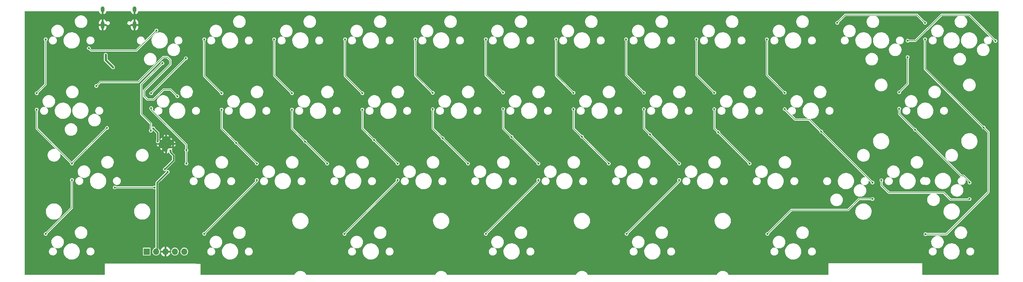
<source format=gbr>
%TF.GenerationSoftware,KiCad,Pcbnew,(6.0.11)*%
%TF.CreationDate,2023-04-19T16:23:15+02:00*%
%TF.ProjectId,kira,6b697261-2e6b-4696-9361-645f70636258,rev?*%
%TF.SameCoordinates,Original*%
%TF.FileFunction,Copper,L1,Top*%
%TF.FilePolarity,Positive*%
%FSLAX46Y46*%
G04 Gerber Fmt 4.6, Leading zero omitted, Abs format (unit mm)*
G04 Created by KiCad (PCBNEW (6.0.11)) date 2023-04-19 16:23:15*
%MOMM*%
%LPD*%
G01*
G04 APERTURE LIST*
%TA.AperFunction,ComponentPad*%
%ADD10O,1.000000X2.100000*%
%TD*%
%TA.AperFunction,ComponentPad*%
%ADD11O,1.000000X1.600000*%
%TD*%
%TA.AperFunction,ComponentPad*%
%ADD12C,0.600000*%
%TD*%
%TA.AperFunction,ComponentPad*%
%ADD13R,1.700000X1.700000*%
%TD*%
%TA.AperFunction,ComponentPad*%
%ADD14O,1.700000X1.700000*%
%TD*%
%TA.AperFunction,ViaPad*%
%ADD15C,0.600000*%
%TD*%
%TA.AperFunction,Conductor*%
%ADD16C,0.600000*%
%TD*%
%TA.AperFunction,Conductor*%
%ADD17C,0.200000*%
%TD*%
%TA.AperFunction,Conductor*%
%ADD18C,0.381000*%
%TD*%
G04 APERTURE END LIST*
D10*
%TO.P,J1,S1,SHIELD*%
%TO.N,GND*%
X38542499Y-41849539D03*
D11*
X38542499Y-37669539D03*
X47182499Y-37669539D03*
D10*
X47182499Y-41849539D03*
%TD*%
D12*
%TO.P,U1,57,GND*%
%TO.N,GND*%
X54857586Y-74975608D03*
X55759147Y-72270925D03*
X55759147Y-75877169D03*
X53956025Y-74074047D03*
X56660708Y-74975608D03*
X55759147Y-74074047D03*
X56660708Y-73172486D03*
X54857586Y-73172486D03*
X57562269Y-74074047D03*
%TD*%
D13*
%TO.P,J2,1,Pin_1*%
%TO.N,RESET*%
X50482500Y-103212500D03*
D14*
%TO.P,J2,2,Pin_2*%
%TO.N,+3V3*%
X53022500Y-103212500D03*
%TO.P,J2,3,Pin_3*%
%TO.N,GND*%
X55562500Y-103212500D03*
%TO.P,J2,4,Pin_4*%
%TO.N,SWD*%
X58102500Y-103212500D03*
%TO.P,J2,5,Pin_5*%
%TO.N,SWCLK*%
X60642500Y-103212500D03*
%TD*%
D15*
%TO.N,VBUS*%
X41355814Y-53316838D03*
%TO.N,Row0*%
X34798000Y-48133000D03*
X53086000Y-43344099D03*
%TO.N,Row1*%
X58775600Y-61163200D03*
X36830714Y-58366824D03*
%TO.N,Row2*%
X41808400Y-85852000D03*
X52561500Y-85852000D03*
%TO.N,Col0*%
X30226000Y-79375000D03*
X39751000Y-69723000D03*
X20701000Y-64770000D03*
X23114000Y-45747000D03*
X23114000Y-98425000D03*
X30226000Y-83820000D03*
X20701000Y-60325000D03*
%TO.N,Col1*%
X61087000Y-50877000D03*
X51689000Y-60325000D03*
X61214000Y-79375000D03*
X61214000Y-75742800D03*
X51689000Y-64389000D03*
%TO.N,Col2*%
X66040000Y-45720000D03*
X70739000Y-64770000D03*
X74676000Y-73787000D03*
X80264000Y-83820000D03*
X80264000Y-79375000D03*
X70739000Y-60325000D03*
X66040000Y-98398000D03*
%TO.N,Col3*%
X93345000Y-73406000D03*
X84963000Y-45720000D03*
X89789000Y-64770000D03*
X89789000Y-60325000D03*
X99314000Y-79375000D03*
%TO.N,Col4*%
X118364000Y-83820000D03*
X108839000Y-64770000D03*
X104013000Y-98425000D03*
X104140000Y-45720000D03*
X108839000Y-60325000D03*
X112014000Y-73025000D03*
X118364000Y-79375000D03*
%TO.N,Col5*%
X127889000Y-60225000D03*
X123190000Y-45720000D03*
X127889000Y-64670000D03*
X137414000Y-79375000D03*
X130556000Y-72519500D03*
%TO.N,Col6*%
X146939000Y-64593000D03*
X146939000Y-60148000D03*
X142240000Y-45720000D03*
X156464000Y-79375000D03*
X142240000Y-98425000D03*
X156464000Y-83820000D03*
X149225000Y-72136000D03*
%TO.N,Col7*%
X161290000Y-45720000D03*
X165989000Y-60198000D03*
X175514000Y-79375000D03*
X168249600Y-72085200D03*
X165989000Y-64643000D03*
%TO.N,Col8*%
X185039000Y-60198000D03*
X185039000Y-64643000D03*
X194564000Y-79375000D03*
X180340000Y-98425000D03*
X180213000Y-45720000D03*
X194564000Y-83820000D03*
X186690000Y-71501000D03*
%TO.N,Col9*%
X199263000Y-45720000D03*
X204089000Y-64643000D03*
X205164547Y-70919500D03*
X204089000Y-60198000D03*
X213614000Y-79375000D03*
%TO.N,Col11*%
X273177000Y-88977000D03*
X256413000Y-46101000D03*
X273177000Y-84532000D03*
X280162000Y-46178000D03*
X254127000Y-60071000D03*
X249301000Y-83897000D03*
X256413000Y-50546000D03*
X254127000Y-64516000D03*
X258445000Y-70231000D03*
%TO.N,GND*%
X38100000Y-44577000D03*
X55582114Y-100641489D03*
X35913000Y-55626000D03*
X42672000Y-73152000D03*
X57150000Y-67564000D03*
X84074939Y-57438539D03*
X45720000Y-48133000D03*
X69723000Y-56007000D03*
X54356000Y-85090000D03*
X47244000Y-73533000D03*
X40169500Y-47752000D03*
X45466000Y-60960000D03*
X53467000Y-82804000D03*
X52070000Y-80010000D03*
X48058451Y-70770398D03*
X39837046Y-100079284D03*
X47752000Y-44577000D03*
X62484000Y-71374000D03*
X64008000Y-50546000D03*
X49848109Y-68143667D03*
%TO.N,Col10*%
X246888000Y-88977000D03*
X223139000Y-64643000D03*
X218440000Y-98425000D03*
X223139000Y-60198000D03*
X233037474Y-70694783D03*
X246888000Y-84532000D03*
X218313000Y-45720000D03*
%TO.N,Col12*%
X261112000Y-41275000D03*
X237363000Y-41275000D03*
X276987000Y-69596000D03*
X261112000Y-45720000D03*
X261239000Y-98502000D03*
%TO.N,+1V1*%
X56883728Y-75919928D03*
X55372000Y-80899000D03*
X53462500Y-73384729D03*
X52238184Y-69850000D03*
%TO.N,+3V3*%
X54737000Y-52197000D03*
X51582854Y-70464146D03*
X56171308Y-81619853D03*
%TO.N,VBUS*%
X39370000Y-49908000D03*
%TD*%
D16*
%TO.N,VBUS*%
X39370000Y-51331024D02*
X41355814Y-53316838D01*
X39370000Y-49908000D02*
X39370000Y-51331024D01*
D17*
%TO.N,Row0*%
X35398000Y-48733000D02*
X34798000Y-48133000D01*
X47697099Y-48733000D02*
X35398000Y-48733000D01*
X53086000Y-43344099D02*
X47697099Y-48733000D01*
%TO.N,Col0*%
X23114000Y-57912000D02*
X23114000Y-45747000D01*
X20701000Y-60325000D02*
X23114000Y-57912000D01*
%TO.N,Row1*%
X52324000Y-62077600D02*
X55067200Y-59334400D01*
X49784000Y-59588400D02*
X49784000Y-61112400D01*
X49784000Y-61112400D02*
X50749200Y-62077600D01*
X54914800Y-50546000D02*
X56032400Y-50546000D01*
X37895138Y-57302400D02*
X48158400Y-57302400D01*
X56032400Y-50546000D02*
X56845200Y-51358800D01*
X56946800Y-59334400D02*
X58775600Y-61163200D01*
X48158400Y-57302400D02*
X54914800Y-50546000D01*
X56845200Y-52527200D02*
X49784000Y-59588400D01*
X55067200Y-59334400D02*
X56946800Y-59334400D01*
X36830714Y-58366824D02*
X37895138Y-57302400D01*
X50749200Y-62077600D02*
X52324000Y-62077600D01*
X56845200Y-51358800D02*
X56845200Y-52527200D01*
%TO.N,Row2*%
X41808400Y-85852000D02*
X52451000Y-85852000D01*
X52451000Y-85852000D02*
X52561500Y-85852000D01*
%TO.N,Col0*%
X39751000Y-69723000D02*
X30226000Y-79248000D01*
X20701000Y-64770000D02*
X20701000Y-69850000D01*
X30226000Y-79248000D02*
X30226000Y-79375000D01*
X30226000Y-91313000D02*
X23114000Y-98425000D01*
X20701000Y-69850000D02*
X30226000Y-79375000D01*
X30226000Y-91313000D02*
X30226000Y-83820000D01*
%TO.N,Col1*%
X61087000Y-50927000D02*
X51689000Y-60325000D01*
X61214000Y-74295000D02*
X61214000Y-79375000D01*
X51689000Y-64770000D02*
X61214000Y-74295000D01*
X51689000Y-64389000D02*
X51689000Y-64770000D01*
X61087000Y-50877000D02*
X61087000Y-50927000D01*
%TO.N,Col2*%
X66040000Y-55626000D02*
X70739000Y-60325000D01*
X80264000Y-84174000D02*
X66040000Y-98398000D01*
X74676000Y-73787000D02*
X74930000Y-74041000D01*
X70739000Y-64770000D02*
X70739000Y-69850000D01*
X66040000Y-45720000D02*
X66040000Y-55626000D01*
X80264000Y-83820000D02*
X80264000Y-84174000D01*
X70739000Y-69850000D02*
X74930000Y-74041000D01*
X74930000Y-74041000D02*
X80264000Y-79375000D01*
%TO.N,Col3*%
X84963000Y-45720000D02*
X84963000Y-55499000D01*
X89789000Y-64770000D02*
X89789000Y-69850000D01*
X93345000Y-73406000D02*
X92773500Y-72834500D01*
X84963000Y-55499000D02*
X89789000Y-60325000D01*
X92773500Y-72834500D02*
X99314000Y-79375000D01*
X89789000Y-69850000D02*
X92773500Y-72834500D01*
%TO.N,Col4*%
X112014000Y-73025000D02*
X111569500Y-72580500D01*
X108839000Y-64770000D02*
X108839000Y-69850000D01*
X108839000Y-69850000D02*
X111569500Y-72580500D01*
X118364000Y-84074000D02*
X104013000Y-98425000D01*
X111569500Y-72580500D02*
X118364000Y-79375000D01*
X118364000Y-83820000D02*
X118364000Y-84074000D01*
X104140000Y-45720000D02*
X104140000Y-55626000D01*
X104140000Y-55626000D02*
X108839000Y-60325000D01*
%TO.N,Col5*%
X123190000Y-55526000D02*
X127889000Y-60225000D01*
X130871000Y-72834500D02*
X130873500Y-72834500D01*
X127889000Y-64670000D02*
X127889000Y-69850000D01*
X130556000Y-72519500D02*
X130871000Y-72834500D01*
X123190000Y-45720000D02*
X123190000Y-55526000D01*
X130873500Y-72834500D02*
X137414000Y-79375000D01*
X127889000Y-69850000D02*
X130873500Y-72834500D01*
%TO.N,Col6*%
X146939000Y-69850000D02*
X149479000Y-72390000D01*
X149479000Y-72390000D02*
X156464000Y-79375000D01*
X142240000Y-45720000D02*
X142240000Y-55449000D01*
X156464000Y-84201000D02*
X142240000Y-98425000D01*
X156464000Y-83820000D02*
X156464000Y-84201000D01*
X149225000Y-72136000D02*
X149479000Y-72390000D01*
X142240000Y-55449000D02*
X146939000Y-60148000D01*
X146939000Y-64593000D02*
X146939000Y-69850000D01*
%TO.N,Col7*%
X161290000Y-45720000D02*
X161290000Y-55499000D01*
X165989000Y-69850000D02*
X175514000Y-79375000D01*
X161290000Y-55499000D02*
X165989000Y-60198000D01*
X165989000Y-64643000D02*
X165989000Y-69850000D01*
%TO.N,Col8*%
X185039000Y-69850000D02*
X194564000Y-79375000D01*
X180213000Y-45720000D02*
X180213000Y-55372000D01*
X194564000Y-83820000D02*
X194564000Y-84201000D01*
X194564000Y-84201000D02*
X180340000Y-98425000D01*
X180213000Y-55372000D02*
X185039000Y-60198000D01*
X185039000Y-64643000D02*
X185039000Y-69850000D01*
%TO.N,Col9*%
X199263000Y-45720000D02*
X199263000Y-55372000D01*
X205803500Y-71558453D02*
X205803500Y-71564500D01*
X204089000Y-64643000D02*
X204089000Y-69850000D01*
X205164547Y-70919500D02*
X205803500Y-71558453D01*
X204089000Y-69850000D02*
X205803500Y-71564500D01*
X205803500Y-71564500D02*
X213614000Y-79375000D01*
X199263000Y-55372000D02*
X204089000Y-60198000D01*
%TO.N,Col11*%
X265557000Y-39116000D02*
X258572000Y-46101000D01*
X273000000Y-89154000D02*
X273177000Y-88977000D01*
X256413000Y-50546000D02*
X256413000Y-57785000D01*
X258445000Y-70231000D02*
X258826000Y-70612000D01*
X249301000Y-83897000D02*
X249301000Y-85217000D01*
X254127000Y-65913000D02*
X258826000Y-70612000D01*
X280162000Y-46178000D02*
X273100000Y-39116000D01*
X258826000Y-70612000D02*
X270891000Y-82677000D01*
X273177000Y-84328000D02*
X273177000Y-84532000D01*
X256413000Y-57785000D02*
X254127000Y-60071000D01*
X251333000Y-87249000D02*
X266192000Y-87249000D01*
X270891000Y-82677000D02*
X271526000Y-82677000D01*
X271526000Y-82677000D02*
X273177000Y-84328000D01*
X268097000Y-89154000D02*
X273000000Y-89154000D01*
X249301000Y-85217000D02*
X251333000Y-87249000D01*
X258572000Y-46101000D02*
X256413000Y-46101000D01*
X266192000Y-87249000D02*
X268097000Y-89154000D01*
X273100000Y-39116000D02*
X265557000Y-39116000D01*
X254127000Y-64516000D02*
X254127000Y-65913000D01*
D16*
%TO.N,GND*%
X53956025Y-74074047D02*
X55759147Y-75877169D01*
X57116953Y-74074047D02*
X57562269Y-74074047D01*
X54857586Y-74975608D02*
X56660708Y-73172486D01*
D18*
X49848109Y-68136109D02*
X49848109Y-68143667D01*
X45466000Y-63754000D02*
X49848109Y-68136109D01*
D16*
X55759147Y-75877169D02*
X55759147Y-75431853D01*
X55759147Y-72270925D02*
X57562269Y-74074047D01*
X54857586Y-73172486D02*
X56660708Y-74975608D01*
X55759147Y-75431853D02*
X57116953Y-74074047D01*
D18*
X45466000Y-60960000D02*
X45466000Y-63754000D01*
D16*
X53956025Y-74074047D02*
X55759147Y-72270925D01*
D17*
%TO.N,Col10*%
X240284000Y-91948000D02*
X243255000Y-88977000D01*
X243255000Y-88977000D02*
X246888000Y-88977000D01*
X233037474Y-70694783D02*
X233050783Y-70694783D01*
X218313000Y-45720000D02*
X218313000Y-55372000D01*
X233050783Y-70694783D02*
X233070000Y-70714000D01*
X233070000Y-70714000D02*
X229793000Y-67437000D01*
X218440000Y-98425000D02*
X224917000Y-91948000D01*
X246888000Y-84532000D02*
X233070000Y-70714000D01*
X218313000Y-55372000D02*
X223139000Y-60198000D01*
X229793000Y-67437000D02*
X225933000Y-67437000D01*
X223139000Y-64643000D02*
X225933000Y-67437000D01*
X224917000Y-91948000D02*
X240284000Y-91948000D01*
%TO.N,Col12*%
X239522000Y-39116000D02*
X258953000Y-39116000D01*
X276987000Y-69596000D02*
X277241000Y-69850000D01*
X237363000Y-41275000D02*
X239522000Y-39116000D01*
X261112000Y-45720000D02*
X261112000Y-53721000D01*
X277241000Y-69850000D02*
X278257000Y-70866000D01*
X278257000Y-87122000D02*
X278257000Y-70866000D01*
X258953000Y-39116000D02*
X261112000Y-41275000D01*
X261112000Y-53721000D02*
X277241000Y-69850000D01*
X261239000Y-98502000D02*
X266877000Y-98502000D01*
X266877000Y-98502000D02*
X278257000Y-87122000D01*
D18*
%TO.N,+1V1*%
X53462500Y-71074316D02*
X52238184Y-69850000D01*
X57721500Y-78549500D02*
X55372000Y-80899000D01*
X57721500Y-77152500D02*
X57721500Y-78549500D01*
X56883728Y-75919928D02*
X56883728Y-76314728D01*
X53462500Y-73384729D02*
X53462500Y-71074316D01*
X56883728Y-76314728D02*
X57721500Y-77152500D01*
D17*
%TO.N,+3V3*%
X49022000Y-57912000D02*
X54737000Y-52197000D01*
D18*
X53252000Y-102983000D02*
X53022500Y-103212500D01*
D17*
X49022000Y-65913000D02*
X49022000Y-57912000D01*
D18*
X53252000Y-84670000D02*
X53252000Y-102983000D01*
D17*
X51582854Y-68473854D02*
X49022000Y-65913000D01*
D18*
X53252000Y-84539161D02*
X56171308Y-81619853D01*
D17*
X51582854Y-70464146D02*
X51582854Y-68473854D01*
%TD*%
%TA.AperFunction,Conductor*%
%TO.N,GND*%
G36*
X37540078Y-38103427D02*
G01*
X37543449Y-38110558D01*
X37548856Y-38165703D01*
X37549077Y-38166823D01*
X37605885Y-38354977D01*
X37606312Y-38356013D01*
X37698587Y-38529558D01*
X37699210Y-38530496D01*
X37823432Y-38682807D01*
X37824230Y-38683610D01*
X37975668Y-38808890D01*
X37976604Y-38809522D01*
X38149486Y-38902999D01*
X38150543Y-38903443D01*
X38286277Y-38945459D01*
X38288050Y-38945295D01*
X38288499Y-38944754D01*
X38288499Y-38100000D01*
X38796499Y-38100000D01*
X38796499Y-38943251D01*
X38797181Y-38944896D01*
X38797859Y-38945178D01*
X38921383Y-38908823D01*
X38922431Y-38908400D01*
X39096610Y-38817341D01*
X39097559Y-38816720D01*
X39250727Y-38693570D01*
X39251537Y-38692778D01*
X39377872Y-38542216D01*
X39378511Y-38541283D01*
X39473197Y-38369051D01*
X39473643Y-38368010D01*
X39533069Y-38180673D01*
X39533306Y-38179560D01*
X39541064Y-38110396D01*
X39545392Y-38102556D01*
X39552691Y-38100000D01*
X46171805Y-38100000D01*
X46180078Y-38103427D01*
X46183449Y-38110558D01*
X46188856Y-38165703D01*
X46189077Y-38166823D01*
X46245885Y-38354977D01*
X46246312Y-38356013D01*
X46338587Y-38529558D01*
X46339210Y-38530496D01*
X46463432Y-38682807D01*
X46464230Y-38683610D01*
X46615668Y-38808890D01*
X46616604Y-38809522D01*
X46789486Y-38902999D01*
X46790543Y-38903443D01*
X46926277Y-38945459D01*
X46928050Y-38945295D01*
X46928499Y-38944754D01*
X46928499Y-38100000D01*
X47436499Y-38100000D01*
X47436499Y-38943251D01*
X47437181Y-38944896D01*
X47437859Y-38945178D01*
X47561383Y-38908823D01*
X47562431Y-38908400D01*
X47736610Y-38817341D01*
X47737559Y-38816720D01*
X47890727Y-38693570D01*
X47891537Y-38692778D01*
X48017872Y-38542216D01*
X48018511Y-38541283D01*
X48113197Y-38369051D01*
X48113643Y-38368010D01*
X48173069Y-38180673D01*
X48173306Y-38179560D01*
X48181064Y-38110396D01*
X48185392Y-38102556D01*
X48192691Y-38100000D01*
X280975800Y-38100000D01*
X280984073Y-38103427D01*
X280987500Y-38111700D01*
X280987500Y-109525800D01*
X280984073Y-109534073D01*
X280975800Y-109537500D01*
X260361700Y-109537500D01*
X260353427Y-109534073D01*
X260350000Y-109525800D01*
X260350000Y-106362500D01*
X260347673Y-106362500D01*
X258984747Y-106362518D01*
X234950000Y-106362536D01*
X234950000Y-109525800D01*
X234946573Y-109534073D01*
X234938300Y-109537500D01*
X233172000Y-109537539D01*
X207989096Y-109537560D01*
X207980823Y-109534133D01*
X207978018Y-109529623D01*
X207965900Y-109493924D01*
X207844953Y-109261090D01*
X207736107Y-109112098D01*
X207690442Y-109049590D01*
X207690437Y-109049584D01*
X207690179Y-109049231D01*
X207505140Y-108863220D01*
X207354914Y-108752261D01*
X207294455Y-108707605D01*
X207294449Y-108707601D01*
X207294094Y-108707339D01*
X207126439Y-108619132D01*
X207062297Y-108585385D01*
X207062292Y-108585383D01*
X207061897Y-108585175D01*
X206879618Y-108522233D01*
X206814311Y-108499682D01*
X206814307Y-108499681D01*
X206813893Y-108499538D01*
X206813466Y-108499460D01*
X206813462Y-108499459D01*
X206722485Y-108482844D01*
X206555790Y-108452400D01*
X206555424Y-108452381D01*
X206555417Y-108452380D01*
X206472140Y-108448016D01*
X206471835Y-108448000D01*
X206308284Y-108448000D01*
X206308080Y-108448016D01*
X206308067Y-108448016D01*
X206114979Y-108462705D01*
X206113383Y-108462826D01*
X206112955Y-108462925D01*
X206112950Y-108462926D01*
X205955337Y-108499459D01*
X205857787Y-108522070D01*
X205614092Y-108619294D01*
X205613716Y-108619515D01*
X205613712Y-108619517D01*
X205535955Y-108665228D01*
X205387908Y-108752261D01*
X205184439Y-108917911D01*
X205087446Y-109025067D01*
X205026104Y-109092837D01*
X205008368Y-109112431D01*
X204863745Y-109331346D01*
X204863556Y-109331756D01*
X204771815Y-109530760D01*
X204765240Y-109536839D01*
X204761190Y-109537562D01*
X169889107Y-109537591D01*
X169880834Y-109534164D01*
X169878028Y-109529652D01*
X169878018Y-109529621D01*
X169865900Y-109493924D01*
X169744953Y-109261090D01*
X169636107Y-109112098D01*
X169590442Y-109049590D01*
X169590437Y-109049584D01*
X169590179Y-109049231D01*
X169405140Y-108863220D01*
X169254914Y-108752261D01*
X169194455Y-108707605D01*
X169194449Y-108707601D01*
X169194094Y-108707339D01*
X169026439Y-108619132D01*
X168962297Y-108585385D01*
X168962292Y-108585383D01*
X168961897Y-108585175D01*
X168779618Y-108522233D01*
X168714311Y-108499682D01*
X168714307Y-108499681D01*
X168713893Y-108499538D01*
X168713466Y-108499460D01*
X168713462Y-108499459D01*
X168622485Y-108482844D01*
X168455790Y-108452400D01*
X168455424Y-108452381D01*
X168455417Y-108452380D01*
X168372140Y-108448016D01*
X168371835Y-108448000D01*
X168208284Y-108448000D01*
X168208080Y-108448016D01*
X168208067Y-108448016D01*
X168014979Y-108462705D01*
X168013383Y-108462826D01*
X168012955Y-108462925D01*
X168012950Y-108462926D01*
X167855337Y-108499459D01*
X167757787Y-108522070D01*
X167514092Y-108619294D01*
X167513716Y-108619515D01*
X167513712Y-108619517D01*
X167435955Y-108665228D01*
X167287908Y-108752261D01*
X167084439Y-108917911D01*
X166987446Y-109025067D01*
X166926104Y-109092837D01*
X166908368Y-109112431D01*
X166763745Y-109331346D01*
X166671800Y-109530793D01*
X166665226Y-109536871D01*
X166661176Y-109537594D01*
X131789118Y-109537623D01*
X131780845Y-109534196D01*
X131778039Y-109529684D01*
X131766043Y-109494344D01*
X131766041Y-109494339D01*
X131765900Y-109493924D01*
X131644953Y-109261090D01*
X131536107Y-109112098D01*
X131490442Y-109049590D01*
X131490437Y-109049584D01*
X131490179Y-109049231D01*
X131305140Y-108863220D01*
X131154914Y-108752261D01*
X131094455Y-108707605D01*
X131094449Y-108707601D01*
X131094094Y-108707339D01*
X130926439Y-108619132D01*
X130862297Y-108585385D01*
X130862292Y-108585383D01*
X130861897Y-108585175D01*
X130679618Y-108522233D01*
X130614311Y-108499682D01*
X130614307Y-108499681D01*
X130613893Y-108499538D01*
X130613466Y-108499460D01*
X130613462Y-108499459D01*
X130522485Y-108482844D01*
X130355790Y-108452400D01*
X130355424Y-108452381D01*
X130355417Y-108452380D01*
X130272140Y-108448016D01*
X130271835Y-108448000D01*
X130108284Y-108448000D01*
X130108080Y-108448016D01*
X130108067Y-108448016D01*
X129914979Y-108462705D01*
X129913383Y-108462826D01*
X129912955Y-108462925D01*
X129912950Y-108462926D01*
X129755337Y-108499459D01*
X129657787Y-108522070D01*
X129414092Y-108619294D01*
X129413716Y-108619515D01*
X129413712Y-108619517D01*
X129335955Y-108665228D01*
X129187908Y-108752261D01*
X128984439Y-108917911D01*
X128887446Y-109025067D01*
X128826104Y-109092837D01*
X128808368Y-109112431D01*
X128663745Y-109331346D01*
X128663556Y-109331756D01*
X128571786Y-109530823D01*
X128565211Y-109536902D01*
X128561161Y-109537625D01*
X93689128Y-109537654D01*
X93680855Y-109534227D01*
X93678049Y-109529715D01*
X93678039Y-109529684D01*
X93665900Y-109493924D01*
X93544953Y-109261090D01*
X93436107Y-109112098D01*
X93390442Y-109049590D01*
X93390437Y-109049584D01*
X93390179Y-109049231D01*
X93205140Y-108863220D01*
X93054914Y-108752261D01*
X92994455Y-108707605D01*
X92994449Y-108707601D01*
X92994094Y-108707339D01*
X92826439Y-108619132D01*
X92762297Y-108585385D01*
X92762292Y-108585383D01*
X92761897Y-108585175D01*
X92579618Y-108522233D01*
X92514311Y-108499682D01*
X92514307Y-108499681D01*
X92513893Y-108499538D01*
X92513466Y-108499460D01*
X92513462Y-108499459D01*
X92422485Y-108482844D01*
X92255790Y-108452400D01*
X92255424Y-108452381D01*
X92255417Y-108452380D01*
X92172140Y-108448016D01*
X92171835Y-108448000D01*
X92008284Y-108448000D01*
X92008080Y-108448016D01*
X92008067Y-108448016D01*
X91814979Y-108462705D01*
X91813383Y-108462826D01*
X91812955Y-108462925D01*
X91812950Y-108462926D01*
X91655337Y-108499459D01*
X91557787Y-108522070D01*
X91314092Y-108619294D01*
X91313716Y-108619515D01*
X91313712Y-108619517D01*
X91235955Y-108665228D01*
X91087908Y-108752261D01*
X90884439Y-108917911D01*
X90787446Y-109025067D01*
X90726104Y-109092837D01*
X90708368Y-109112431D01*
X90563745Y-109331346D01*
X90471771Y-109530856D01*
X90465197Y-109536934D01*
X90461147Y-109537657D01*
X69849129Y-109537674D01*
X65035678Y-109537591D01*
X65027405Y-109534164D01*
X65023978Y-109525892D01*
X65023951Y-109049590D01*
X65023805Y-106553000D01*
X65021608Y-106552908D01*
X65021607Y-106552908D01*
X64015771Y-106510993D01*
X63500000Y-106489500D01*
X39116000Y-106489500D01*
X39116000Y-109525800D01*
X39112573Y-109534073D01*
X39104300Y-109537500D01*
X17474200Y-109537500D01*
X17465927Y-109534073D01*
X17462500Y-109525800D01*
X17462500Y-103129539D01*
X24009179Y-103129539D01*
X24012363Y-103198334D01*
X24013736Y-103227991D01*
X24018667Y-103334545D01*
X24018796Y-103335082D01*
X24018797Y-103335086D01*
X24050610Y-103467088D01*
X24066750Y-103534057D01*
X24151693Y-103720878D01*
X24152014Y-103721331D01*
X24152016Y-103721334D01*
X24214701Y-103809703D01*
X24270430Y-103888266D01*
X24418677Y-104030182D01*
X24419142Y-104030482D01*
X24419143Y-104030483D01*
X24427172Y-104035667D01*
X24591085Y-104141505D01*
X24591601Y-104141713D01*
X24780918Y-104218010D01*
X24780923Y-104218012D01*
X24781433Y-104218217D01*
X24982853Y-104257552D01*
X24983277Y-104257573D01*
X24983279Y-104257573D01*
X24988128Y-104257810D01*
X24988251Y-104257816D01*
X25139554Y-104257816D01*
X25139835Y-104257789D01*
X25139839Y-104257789D01*
X25292027Y-104243269D01*
X25292031Y-104243268D01*
X25292578Y-104243216D01*
X25293105Y-104243061D01*
X25293107Y-104243061D01*
X25419117Y-104206094D01*
X25489504Y-104185445D01*
X25671952Y-104091478D01*
X25833340Y-103964705D01*
X25849448Y-103946143D01*
X25967480Y-103810124D01*
X25967482Y-103810122D01*
X25967845Y-103809703D01*
X25968122Y-103809224D01*
X25968125Y-103809220D01*
X26070330Y-103632550D01*
X26070331Y-103632547D01*
X26070612Y-103632062D01*
X26074648Y-103620440D01*
X26137756Y-103438711D01*
X26137757Y-103438706D01*
X26137935Y-103438194D01*
X26167383Y-103235093D01*
X26167072Y-103228375D01*
X27969452Y-103228375D01*
X27970613Y-103241642D01*
X27990337Y-103467088D01*
X27994859Y-103518779D01*
X27994942Y-103519152D01*
X27994943Y-103519156D01*
X28021449Y-103637734D01*
X28058451Y-103803273D01*
X28159110Y-104076856D01*
X28295069Y-104334724D01*
X28463937Y-104572345D01*
X28468771Y-104577529D01*
X28602647Y-104721093D01*
X28662749Y-104785545D01*
X28663044Y-104785787D01*
X28663050Y-104785793D01*
X28827412Y-104920800D01*
X28888012Y-104970577D01*
X28888341Y-104970781D01*
X28888348Y-104970786D01*
X29135442Y-105123991D01*
X29135448Y-105123994D01*
X29135767Y-105124192D01*
X29313873Y-105204236D01*
X29337365Y-105214794D01*
X29401663Y-105243691D01*
X29681027Y-105326973D01*
X29968952Y-105372576D01*
X29969273Y-105372591D01*
X29969277Y-105372591D01*
X30034077Y-105375533D01*
X30060127Y-105376716D01*
X30242219Y-105376716D01*
X30242394Y-105376704D01*
X30242406Y-105376704D01*
X30458769Y-105362333D01*
X30458775Y-105362332D01*
X30459154Y-105362307D01*
X30459531Y-105362231D01*
X30744533Y-105304765D01*
X30744541Y-105304763D01*
X30744917Y-105304687D01*
X30906685Y-105248986D01*
X31020189Y-105209904D01*
X31020194Y-105209902D01*
X31020548Y-105209780D01*
X31281207Y-105079252D01*
X31522312Y-104915397D01*
X31522603Y-104915137D01*
X31739339Y-104721353D01*
X31739345Y-104721347D01*
X31739629Y-104721093D01*
X31862435Y-104577813D01*
X31889012Y-104546805D01*
X55816500Y-104546805D01*
X55817182Y-104548450D01*
X55818277Y-104548904D01*
X55845337Y-104545438D01*
X55846267Y-104545240D01*
X56059247Y-104481343D01*
X56060129Y-104480997D01*
X56259806Y-104383176D01*
X56260628Y-104382686D01*
X56441650Y-104253566D01*
X56442369Y-104252958D01*
X56599877Y-104095998D01*
X56600494Y-104095272D01*
X56730239Y-103914712D01*
X56730735Y-103913888D01*
X56829254Y-103714551D01*
X56829602Y-103713673D01*
X56894241Y-103500919D01*
X56894442Y-103499989D01*
X56898547Y-103468806D01*
X56898087Y-103467088D01*
X56897069Y-103466500D01*
X55818827Y-103466500D01*
X55817182Y-103467182D01*
X55816500Y-103468827D01*
X55816500Y-104546805D01*
X31889012Y-104546805D01*
X31929081Y-104500055D01*
X31929082Y-104500054D01*
X31929338Y-104499755D01*
X32005046Y-104383176D01*
X32083089Y-104263000D01*
X32088108Y-104255271D01*
X32139810Y-104146388D01*
X32212984Y-103992284D01*
X32212985Y-103992281D01*
X32213149Y-103991936D01*
X32217857Y-103977274D01*
X32279663Y-103784769D01*
X32302263Y-103714377D01*
X32353886Y-103427471D01*
X32357846Y-103340270D01*
X32367093Y-103136641D01*
X32367093Y-103136635D01*
X32367110Y-103136257D01*
X32366522Y-103129539D01*
X34169179Y-103129539D01*
X34172363Y-103198334D01*
X34173736Y-103227991D01*
X34178667Y-103334545D01*
X34178796Y-103335082D01*
X34178797Y-103335086D01*
X34210610Y-103467088D01*
X34226750Y-103534057D01*
X34311693Y-103720878D01*
X34312014Y-103721331D01*
X34312016Y-103721334D01*
X34374701Y-103809703D01*
X34430430Y-103888266D01*
X34578677Y-104030182D01*
X34579142Y-104030482D01*
X34579143Y-104030483D01*
X34587172Y-104035667D01*
X34751085Y-104141505D01*
X34751601Y-104141713D01*
X34940918Y-104218010D01*
X34940923Y-104218012D01*
X34941433Y-104218217D01*
X35142853Y-104257552D01*
X35143277Y-104257573D01*
X35143279Y-104257573D01*
X35148128Y-104257810D01*
X35148251Y-104257816D01*
X35299554Y-104257816D01*
X35299835Y-104257789D01*
X35299839Y-104257789D01*
X35452027Y-104243269D01*
X35452031Y-104243268D01*
X35452578Y-104243216D01*
X35453105Y-104243061D01*
X35453107Y-104243061D01*
X35579117Y-104206094D01*
X35649504Y-104185445D01*
X35831952Y-104091478D01*
X35843702Y-104082248D01*
X49432000Y-104082248D01*
X49432113Y-104082815D01*
X49432113Y-104082817D01*
X49436279Y-104103758D01*
X49443633Y-104140731D01*
X49487948Y-104207052D01*
X49488906Y-104207692D01*
X49549829Y-104248400D01*
X49554269Y-104251367D01*
X49555398Y-104251592D01*
X49555399Y-104251592D01*
X49612183Y-104262887D01*
X49612185Y-104262887D01*
X49612752Y-104263000D01*
X51352248Y-104263000D01*
X51352815Y-104262887D01*
X51352817Y-104262887D01*
X51409601Y-104251592D01*
X51409602Y-104251592D01*
X51410731Y-104251367D01*
X51415172Y-104248400D01*
X51476094Y-104207692D01*
X51477052Y-104207052D01*
X51521367Y-104140731D01*
X51528722Y-104103758D01*
X51532887Y-104082817D01*
X51532887Y-104082815D01*
X51533000Y-104082248D01*
X51533000Y-102342752D01*
X51532150Y-102338477D01*
X51521592Y-102285399D01*
X51521592Y-102285398D01*
X51521367Y-102284269D01*
X51515148Y-102274961D01*
X51487523Y-102233619D01*
X51477052Y-102217948D01*
X51440046Y-102193221D01*
X51411689Y-102174273D01*
X51410731Y-102173633D01*
X51409602Y-102173408D01*
X51409601Y-102173408D01*
X51352817Y-102162113D01*
X51352815Y-102162113D01*
X51352248Y-102162000D01*
X49612752Y-102162000D01*
X49612185Y-102162113D01*
X49612183Y-102162113D01*
X49555399Y-102173408D01*
X49555398Y-102173408D01*
X49554269Y-102173633D01*
X49553311Y-102174273D01*
X49524954Y-102193221D01*
X49487948Y-102217948D01*
X49477477Y-102233619D01*
X49449853Y-102274961D01*
X49443633Y-102284269D01*
X49443408Y-102285398D01*
X49443408Y-102285399D01*
X49432850Y-102338477D01*
X49432000Y-102342752D01*
X49432000Y-104082248D01*
X35843702Y-104082248D01*
X35993340Y-103964705D01*
X36009448Y-103946143D01*
X36127480Y-103810124D01*
X36127482Y-103810122D01*
X36127845Y-103809703D01*
X36128122Y-103809224D01*
X36128125Y-103809220D01*
X36230330Y-103632550D01*
X36230331Y-103632547D01*
X36230612Y-103632062D01*
X36234648Y-103620440D01*
X36297756Y-103438711D01*
X36297757Y-103438706D01*
X36297935Y-103438194D01*
X36327383Y-103235093D01*
X36323031Y-103141054D01*
X36317921Y-103030644D01*
X36317921Y-103030642D01*
X36317895Y-103030087D01*
X36269812Y-102830575D01*
X36184869Y-102643754D01*
X36174296Y-102628848D01*
X36066456Y-102476823D01*
X36066132Y-102476366D01*
X35917885Y-102334450D01*
X35909795Y-102329226D01*
X35753972Y-102228612D01*
X35745477Y-102223127D01*
X35726850Y-102215620D01*
X35555644Y-102146622D01*
X35555639Y-102146620D01*
X35555129Y-102146415D01*
X35353709Y-102107080D01*
X35353285Y-102107059D01*
X35353283Y-102107059D01*
X35348434Y-102106822D01*
X35348433Y-102106822D01*
X35348311Y-102106816D01*
X35197008Y-102106816D01*
X35196727Y-102106843D01*
X35196723Y-102106843D01*
X35044535Y-102121363D01*
X35044531Y-102121364D01*
X35043984Y-102121416D01*
X35043457Y-102121571D01*
X35043455Y-102121571D01*
X34959130Y-102146309D01*
X34847058Y-102179187D01*
X34664610Y-102273154D01*
X34503222Y-102399927D01*
X34502860Y-102400344D01*
X34502858Y-102400346D01*
X34431996Y-102482007D01*
X34368717Y-102554929D01*
X34368440Y-102555408D01*
X34368437Y-102555412D01*
X34266232Y-102732082D01*
X34265950Y-102732570D01*
X34265767Y-102733096D01*
X34265766Y-102733099D01*
X34198806Y-102925921D01*
X34198805Y-102925926D01*
X34198627Y-102926438D01*
X34198549Y-102926978D01*
X34198548Y-102926981D01*
X34194271Y-102956479D01*
X34169179Y-103129539D01*
X32366522Y-103129539D01*
X32354629Y-102993600D01*
X32341737Y-102846239D01*
X32341736Y-102846236D01*
X32341703Y-102845853D01*
X32339569Y-102836303D01*
X32297899Y-102649885D01*
X32278111Y-102561359D01*
X32177452Y-102287776D01*
X32041493Y-102029908D01*
X31872625Y-101792287D01*
X31789967Y-101703647D01*
X31674079Y-101579372D01*
X31674077Y-101579370D01*
X31673813Y-101579087D01*
X31673518Y-101578845D01*
X31673512Y-101578839D01*
X31448857Y-101394307D01*
X31448855Y-101394306D01*
X31448550Y-101394055D01*
X31448221Y-101393851D01*
X31448214Y-101393846D01*
X31201120Y-101240641D01*
X31201114Y-101240638D01*
X31200795Y-101240440D01*
X31010078Y-101154728D01*
X30935251Y-101121099D01*
X30935249Y-101121098D01*
X30934899Y-101120941D01*
X30655535Y-101037659D01*
X30367610Y-100992056D01*
X30367289Y-100992041D01*
X30367285Y-100992041D01*
X30302485Y-100989099D01*
X30276435Y-100987916D01*
X30094343Y-100987916D01*
X30094168Y-100987928D01*
X30094156Y-100987928D01*
X29877793Y-101002299D01*
X29877787Y-101002300D01*
X29877408Y-101002325D01*
X29877031Y-101002401D01*
X29592029Y-101059867D01*
X29592021Y-101059869D01*
X29591645Y-101059945D01*
X29556452Y-101072063D01*
X29316373Y-101154728D01*
X29316368Y-101154730D01*
X29316014Y-101154852D01*
X29055355Y-101285380D01*
X28814250Y-101449235D01*
X28813961Y-101449494D01*
X28813959Y-101449495D01*
X28597223Y-101643279D01*
X28597217Y-101643285D01*
X28596933Y-101643539D01*
X28596681Y-101643833D01*
X28596679Y-101643835D01*
X28407481Y-101864577D01*
X28407224Y-101864877D01*
X28407011Y-101865205D01*
X28407008Y-101865209D01*
X28347937Y-101956171D01*
X28248454Y-102109361D01*
X28248284Y-102109719D01*
X28128309Y-102362386D01*
X28123413Y-102372696D01*
X28123296Y-102373061D01*
X28123295Y-102373063D01*
X28092706Y-102468337D01*
X28034299Y-102650255D01*
X27982676Y-102937161D01*
X27982659Y-102937542D01*
X27982658Y-102937548D01*
X27970158Y-103212832D01*
X27969452Y-103228375D01*
X26167072Y-103228375D01*
X26163031Y-103141054D01*
X26157921Y-103030644D01*
X26157921Y-103030642D01*
X26157895Y-103030087D01*
X26109812Y-102830575D01*
X26024869Y-102643754D01*
X26014296Y-102628848D01*
X25906456Y-102476823D01*
X25906132Y-102476366D01*
X25757885Y-102334450D01*
X25749795Y-102329226D01*
X25593972Y-102228612D01*
X25585477Y-102223127D01*
X25566850Y-102215620D01*
X25395644Y-102146622D01*
X25395639Y-102146620D01*
X25395129Y-102146415D01*
X25193709Y-102107080D01*
X25193285Y-102107059D01*
X25193283Y-102107059D01*
X25188434Y-102106822D01*
X25188433Y-102106822D01*
X25188311Y-102106816D01*
X25037008Y-102106816D01*
X25036727Y-102106843D01*
X25036723Y-102106843D01*
X24884535Y-102121363D01*
X24884531Y-102121364D01*
X24883984Y-102121416D01*
X24883457Y-102121571D01*
X24883455Y-102121571D01*
X24799130Y-102146309D01*
X24687058Y-102179187D01*
X24504610Y-102273154D01*
X24343222Y-102399927D01*
X24342860Y-102400344D01*
X24342858Y-102400346D01*
X24271996Y-102482007D01*
X24208717Y-102554929D01*
X24208440Y-102555408D01*
X24208437Y-102555412D01*
X24106232Y-102732082D01*
X24105950Y-102732570D01*
X24105767Y-102733096D01*
X24105766Y-102733099D01*
X24038806Y-102925921D01*
X24038805Y-102925926D01*
X24038627Y-102926438D01*
X24038549Y-102926978D01*
X24038548Y-102926981D01*
X24034271Y-102956479D01*
X24009179Y-103129539D01*
X17462500Y-103129539D01*
X17462500Y-100553057D01*
X24655114Y-100553057D01*
X24655124Y-100553494D01*
X24655124Y-100553499D01*
X24659454Y-100737198D01*
X24661210Y-100811706D01*
X24706359Y-101066458D01*
X24706502Y-101066879D01*
X24782506Y-101290779D01*
X24789522Y-101311449D01*
X24789725Y-101311840D01*
X24789726Y-101311842D01*
X24875492Y-101476947D01*
X24908786Y-101541041D01*
X24909052Y-101541405D01*
X25061143Y-101749593D01*
X25061148Y-101749599D01*
X25061406Y-101749952D01*
X25061717Y-101750264D01*
X25061719Y-101750267D01*
X25066563Y-101755136D01*
X25243870Y-101933374D01*
X25244228Y-101933639D01*
X25244231Y-101933641D01*
X25451618Y-102086820D01*
X25451624Y-102086824D01*
X25451979Y-102087086D01*
X25526982Y-102126547D01*
X25680544Y-102207340D01*
X25680549Y-102207342D01*
X25680944Y-102207550D01*
X25820000Y-102255567D01*
X25925078Y-102291851D01*
X25925082Y-102291852D01*
X25925496Y-102291995D01*
X25925923Y-102292073D01*
X25925927Y-102292074D01*
X26015631Y-102308457D01*
X26180007Y-102338477D01*
X26180373Y-102338496D01*
X26180380Y-102338497D01*
X26256889Y-102342506D01*
X26262800Y-102342816D01*
X26424063Y-102342816D01*
X26424267Y-102342800D01*
X26424280Y-102342800D01*
X26615810Y-102328230D01*
X26616257Y-102328196D01*
X26616685Y-102328097D01*
X26616690Y-102328096D01*
X26777458Y-102290832D01*
X26868296Y-102269777D01*
X26943758Y-102239671D01*
X27108193Y-102174068D01*
X27108599Y-102173906D01*
X27108975Y-102173685D01*
X27108979Y-102173683D01*
X27213455Y-102112264D01*
X27331635Y-102042789D01*
X27532272Y-101879445D01*
X27649809Y-101749593D01*
X27705593Y-101687964D01*
X27705595Y-101687961D01*
X27705894Y-101687631D01*
X27773989Y-101584556D01*
X27802999Y-101540643D01*
X27848503Y-101471763D01*
X27858889Y-101449235D01*
X27956633Y-101237211D01*
X27956634Y-101237208D01*
X27956819Y-101236807D01*
X28025744Y-100997225D01*
X28028226Y-100988599D01*
X28028226Y-100988597D01*
X28028349Y-100988171D01*
X28061448Y-100731575D01*
X28061438Y-100731133D01*
X28055363Y-100473373D01*
X28055362Y-100473367D01*
X28055352Y-100472926D01*
X28010203Y-100218174D01*
X27995683Y-100175401D01*
X27927183Y-99973603D01*
X27927181Y-99973598D01*
X27927040Y-99973183D01*
X27843763Y-99812869D01*
X27807983Y-99743989D01*
X27807981Y-99743986D01*
X27807776Y-99743591D01*
X27756119Y-99672881D01*
X27655419Y-99535039D01*
X27655414Y-99535033D01*
X27655156Y-99534680D01*
X27628813Y-99508198D01*
X27561872Y-99440907D01*
X27472692Y-99351258D01*
X27472331Y-99350991D01*
X27264944Y-99197812D01*
X27264938Y-99197808D01*
X27264583Y-99197546D01*
X27109418Y-99115910D01*
X27036018Y-99077292D01*
X27036013Y-99077290D01*
X27035618Y-99077082D01*
X26870422Y-99020039D01*
X26791484Y-98992781D01*
X26791480Y-98992780D01*
X26791066Y-98992637D01*
X26790639Y-98992559D01*
X26790635Y-98992558D01*
X26700931Y-98976175D01*
X26536555Y-98946155D01*
X26536189Y-98946136D01*
X26536182Y-98946135D01*
X26454067Y-98941832D01*
X26453762Y-98941816D01*
X26292499Y-98941816D01*
X26292295Y-98941832D01*
X26292282Y-98941832D01*
X26101815Y-98956321D01*
X26100305Y-98956436D01*
X26099877Y-98956535D01*
X26099872Y-98956536D01*
X25944463Y-98992558D01*
X25848266Y-99014855D01*
X25847859Y-99015017D01*
X25847857Y-99015018D01*
X25691766Y-99077292D01*
X25607963Y-99110726D01*
X25607587Y-99110947D01*
X25607583Y-99110949D01*
X25598765Y-99116133D01*
X25384927Y-99241843D01*
X25384583Y-99242123D01*
X25352832Y-99267972D01*
X25184290Y-99405187D01*
X25096198Y-99502509D01*
X25051157Y-99552270D01*
X25010668Y-99597001D01*
X25010422Y-99597374D01*
X25010420Y-99597376D01*
X24986435Y-99633683D01*
X24868059Y-99812869D01*
X24867870Y-99813279D01*
X24791764Y-99978367D01*
X24759743Y-100047825D01*
X24688213Y-100296461D01*
X24688156Y-100296901D01*
X24688156Y-100296902D01*
X24687544Y-100301645D01*
X24655114Y-100553057D01*
X17462500Y-100553057D01*
X17462500Y-98418823D01*
X22608391Y-98418823D01*
X22626980Y-98560979D01*
X22684720Y-98692203D01*
X22692948Y-98701991D01*
X22775523Y-98800226D01*
X22776970Y-98801948D01*
X22777663Y-98802410D01*
X22777665Y-98802411D01*
X22795793Y-98814478D01*
X22896313Y-98881390D01*
X23033157Y-98924142D01*
X23114378Y-98925631D01*
X23175668Y-98926755D01*
X23175670Y-98926755D01*
X23176499Y-98926770D01*
X23314817Y-98889060D01*
X23370881Y-98854637D01*
X23436286Y-98814478D01*
X23436287Y-98814478D01*
X23436991Y-98814045D01*
X23447522Y-98802411D01*
X23470854Y-98776633D01*
X23533200Y-98707754D01*
X23535797Y-98702395D01*
X23566635Y-98638743D01*
X23595710Y-98578733D01*
X23598569Y-98561743D01*
X23619422Y-98437794D01*
X23619496Y-98437354D01*
X23619647Y-98425000D01*
X23618881Y-98419649D01*
X23610371Y-98360223D01*
X23612591Y-98351547D01*
X23613680Y-98350291D01*
X23950914Y-98013057D01*
X31005114Y-98013057D01*
X31005124Y-98013494D01*
X31005124Y-98013499D01*
X31010722Y-98250987D01*
X31011210Y-98271706D01*
X31056359Y-98526458D01*
X31056502Y-98526879D01*
X31138833Y-98769419D01*
X31139522Y-98771449D01*
X31139725Y-98771840D01*
X31139726Y-98771842D01*
X31238291Y-98961586D01*
X31258786Y-99001041D01*
X31268878Y-99014855D01*
X31411143Y-99209593D01*
X31411148Y-99209599D01*
X31411406Y-99209952D01*
X31411717Y-99210264D01*
X31411719Y-99210267D01*
X31448287Y-99247027D01*
X31593870Y-99393374D01*
X31594228Y-99393639D01*
X31594231Y-99393641D01*
X31801618Y-99546820D01*
X31801624Y-99546824D01*
X31801979Y-99547086D01*
X31812228Y-99552478D01*
X32030544Y-99667340D01*
X32030549Y-99667342D01*
X32030944Y-99667550D01*
X32170000Y-99715567D01*
X32275078Y-99751851D01*
X32275082Y-99751852D01*
X32275496Y-99751995D01*
X32275923Y-99752073D01*
X32275927Y-99752074D01*
X32365631Y-99768457D01*
X32530007Y-99798477D01*
X32530373Y-99798496D01*
X32530380Y-99798497D01*
X32606889Y-99802506D01*
X32612800Y-99802816D01*
X32774063Y-99802816D01*
X32774267Y-99802800D01*
X32774280Y-99802800D01*
X32965810Y-99788230D01*
X32966257Y-99788196D01*
X32966685Y-99788097D01*
X32966690Y-99788096D01*
X33137903Y-99748411D01*
X33218296Y-99729777D01*
X33374270Y-99667550D01*
X33458193Y-99634068D01*
X33458599Y-99633906D01*
X33458975Y-99633685D01*
X33458979Y-99633683D01*
X33535713Y-99588573D01*
X33681635Y-99502789D01*
X33882272Y-99339445D01*
X34010901Y-99197338D01*
X34055593Y-99147964D01*
X34055595Y-99147961D01*
X34055894Y-99147631D01*
X34198503Y-98931763D01*
X34230535Y-98862280D01*
X34306633Y-98697211D01*
X34306634Y-98697208D01*
X34306819Y-98696807D01*
X34364876Y-98495002D01*
X34378226Y-98448599D01*
X34378226Y-98448597D01*
X34378349Y-98448171D01*
X34411448Y-98191575D01*
X34411438Y-98191133D01*
X34405363Y-97933373D01*
X34405362Y-97933367D01*
X34405352Y-97932926D01*
X34360203Y-97678174D01*
X34345683Y-97635401D01*
X34277183Y-97433603D01*
X34277181Y-97433598D01*
X34277040Y-97433183D01*
X34193763Y-97272869D01*
X34157983Y-97203989D01*
X34157981Y-97203986D01*
X34157776Y-97203591D01*
X34142588Y-97182801D01*
X34005419Y-96995039D01*
X34005414Y-96995033D01*
X34005156Y-96994680D01*
X34004356Y-96993875D01*
X33911872Y-96900907D01*
X33822692Y-96811258D01*
X33822331Y-96810991D01*
X33614944Y-96657812D01*
X33614938Y-96657808D01*
X33614583Y-96657546D01*
X33459418Y-96575910D01*
X33386018Y-96537292D01*
X33386013Y-96537290D01*
X33385618Y-96537082D01*
X33220422Y-96480039D01*
X33141484Y-96452781D01*
X33141480Y-96452780D01*
X33141066Y-96452637D01*
X33140639Y-96452559D01*
X33140635Y-96452558D01*
X33050931Y-96436175D01*
X32886555Y-96406155D01*
X32886189Y-96406136D01*
X32886182Y-96406135D01*
X32804067Y-96401832D01*
X32803762Y-96401816D01*
X32642499Y-96401816D01*
X32642295Y-96401832D01*
X32642282Y-96401832D01*
X32451815Y-96416321D01*
X32450305Y-96416436D01*
X32449877Y-96416535D01*
X32449872Y-96416536D01*
X32294463Y-96452558D01*
X32198266Y-96474855D01*
X32197859Y-96475017D01*
X32197857Y-96475018D01*
X32041766Y-96537292D01*
X31957963Y-96570726D01*
X31957587Y-96570947D01*
X31957583Y-96570949D01*
X31948765Y-96576133D01*
X31734927Y-96701843D01*
X31734583Y-96702123D01*
X31711999Y-96720509D01*
X31534290Y-96865187D01*
X31448656Y-96959794D01*
X31417707Y-96993986D01*
X31360668Y-97057001D01*
X31360422Y-97057374D01*
X31360420Y-97057376D01*
X31289363Y-97164935D01*
X31218059Y-97272869D01*
X31217870Y-97273279D01*
X31141764Y-97438367D01*
X31109743Y-97507825D01*
X31038213Y-97756461D01*
X31038156Y-97756901D01*
X31038156Y-97756902D01*
X31037544Y-97761645D01*
X31005114Y-98013057D01*
X23950914Y-98013057D01*
X29557810Y-92406161D01*
X47059426Y-92406161D01*
X47061605Y-92431070D01*
X47079024Y-92630162D01*
X47084833Y-92696565D01*
X47084916Y-92696938D01*
X47084917Y-92696942D01*
X47095054Y-92742291D01*
X47148425Y-92981059D01*
X47249084Y-93254642D01*
X47385043Y-93512510D01*
X47553911Y-93750131D01*
X47554176Y-93750415D01*
X47692621Y-93898879D01*
X47752723Y-93963331D01*
X47753018Y-93963573D01*
X47753024Y-93963579D01*
X47946962Y-94122880D01*
X47977986Y-94148363D01*
X47978315Y-94148567D01*
X47978322Y-94148572D01*
X48225416Y-94301777D01*
X48225422Y-94301780D01*
X48225741Y-94301978D01*
X48280305Y-94326500D01*
X48471022Y-94412212D01*
X48491637Y-94421477D01*
X48771001Y-94504759D01*
X49058926Y-94550362D01*
X49059247Y-94550377D01*
X49059251Y-94550377D01*
X49124051Y-94553319D01*
X49150101Y-94554502D01*
X49332193Y-94554502D01*
X49332368Y-94554490D01*
X49332380Y-94554490D01*
X49548743Y-94540119D01*
X49548749Y-94540118D01*
X49549128Y-94540093D01*
X49549505Y-94540017D01*
X49834507Y-94482551D01*
X49834515Y-94482549D01*
X49834891Y-94482473D01*
X50039305Y-94412088D01*
X50110163Y-94387690D01*
X50110168Y-94387688D01*
X50110522Y-94387566D01*
X50371181Y-94257038D01*
X50612286Y-94093183D01*
X50612577Y-94092923D01*
X50829313Y-93899139D01*
X50829319Y-93899133D01*
X50829603Y-93898879D01*
X50863010Y-93859903D01*
X51019055Y-93677841D01*
X51019056Y-93677840D01*
X51019312Y-93677541D01*
X51059672Y-93615393D01*
X51177863Y-93433394D01*
X51178082Y-93433057D01*
X51262973Y-93254277D01*
X51302958Y-93170070D01*
X51302959Y-93170067D01*
X51303123Y-93169722D01*
X51392237Y-92892163D01*
X51443860Y-92605257D01*
X51451770Y-92431070D01*
X51457067Y-92314427D01*
X51457067Y-92314421D01*
X51457084Y-92314043D01*
X51439699Y-92115334D01*
X51431711Y-92024025D01*
X51431710Y-92024022D01*
X51431677Y-92023639D01*
X51368085Y-91739145D01*
X51267426Y-91465562D01*
X51131467Y-91207694D01*
X50962599Y-90970073D01*
X50855321Y-90855031D01*
X50764053Y-90757158D01*
X50764051Y-90757156D01*
X50763787Y-90756873D01*
X50763492Y-90756631D01*
X50763486Y-90756625D01*
X50538831Y-90572093D01*
X50538829Y-90572092D01*
X50538524Y-90571841D01*
X50538195Y-90571637D01*
X50538188Y-90571632D01*
X50291094Y-90418427D01*
X50291088Y-90418424D01*
X50290769Y-90418226D01*
X50084336Y-90325451D01*
X50025225Y-90298885D01*
X50025223Y-90298884D01*
X50024873Y-90298727D01*
X49745509Y-90215445D01*
X49457584Y-90169842D01*
X49457263Y-90169827D01*
X49457259Y-90169827D01*
X49392459Y-90166885D01*
X49366409Y-90165702D01*
X49184317Y-90165702D01*
X49184142Y-90165714D01*
X49184130Y-90165714D01*
X48967767Y-90180085D01*
X48967761Y-90180086D01*
X48967382Y-90180111D01*
X48967005Y-90180187D01*
X48682003Y-90237653D01*
X48681995Y-90237655D01*
X48681619Y-90237731D01*
X48569234Y-90276428D01*
X48406347Y-90332514D01*
X48406342Y-90332516D01*
X48405988Y-90332638D01*
X48145329Y-90463166D01*
X48145013Y-90463381D01*
X47917207Y-90618198D01*
X47904224Y-90627021D01*
X47903935Y-90627280D01*
X47903933Y-90627281D01*
X47687197Y-90821065D01*
X47687191Y-90821071D01*
X47686907Y-90821325D01*
X47686655Y-90821619D01*
X47686653Y-90821621D01*
X47538397Y-90994595D01*
X47497198Y-91042663D01*
X47496985Y-91042991D01*
X47496982Y-91042995D01*
X47405618Y-91183683D01*
X47338428Y-91287147D01*
X47338258Y-91287505D01*
X47234851Y-91505280D01*
X47213387Y-91550482D01*
X47213270Y-91550847D01*
X47213269Y-91550849D01*
X47205514Y-91575004D01*
X47124273Y-91828041D01*
X47072650Y-92114947D01*
X47072633Y-92115328D01*
X47072632Y-92115334D01*
X47062496Y-92338565D01*
X47059426Y-92406161D01*
X29557810Y-92406161D01*
X30401562Y-91562409D01*
X30404697Y-91560171D01*
X30407299Y-91558899D01*
X30407298Y-91558899D01*
X30408269Y-91558425D01*
X30443034Y-91520948D01*
X30443339Y-91520632D01*
X30458248Y-91505723D01*
X30458552Y-91505280D01*
X30460860Y-91501917D01*
X30461929Y-91500580D01*
X30483666Y-91477147D01*
X30483667Y-91477145D01*
X30484401Y-91476354D01*
X30484801Y-91475351D01*
X30484803Y-91475348D01*
X30492266Y-91456641D01*
X30493481Y-91454364D01*
X30505493Y-91436854D01*
X30513124Y-91404696D01*
X30513641Y-91403063D01*
X30525577Y-91373144D01*
X30525883Y-91372378D01*
X30526500Y-91366085D01*
X30526500Y-91349699D01*
X30526816Y-91346998D01*
X30531091Y-91328984D01*
X30531091Y-91328983D01*
X30531340Y-91327934D01*
X30526607Y-91293156D01*
X30526500Y-91291578D01*
X30526500Y-84229400D01*
X30529927Y-84221127D01*
X30532078Y-84219430D01*
X30534384Y-84218014D01*
X30548991Y-84209045D01*
X30645200Y-84102754D01*
X30654685Y-84083178D01*
X30669362Y-84052883D01*
X30669632Y-84052325D01*
X31161153Y-84052325D01*
X31162963Y-84091441D01*
X31169301Y-84228370D01*
X31170641Y-84257331D01*
X31170770Y-84257868D01*
X31170771Y-84257872D01*
X31196191Y-84363348D01*
X31218724Y-84456843D01*
X31218954Y-84457348D01*
X31218954Y-84457349D01*
X31222927Y-84466087D01*
X31303667Y-84643664D01*
X31303988Y-84644117D01*
X31303990Y-84644120D01*
X31389314Y-84764404D01*
X31422404Y-84811052D01*
X31422805Y-84811436D01*
X31422806Y-84811437D01*
X31448020Y-84835574D01*
X31570651Y-84952968D01*
X31571116Y-84953268D01*
X31571117Y-84953269D01*
X31624797Y-84987930D01*
X31743059Y-85064291D01*
X31743575Y-85064499D01*
X31932892Y-85140796D01*
X31932897Y-85140798D01*
X31933407Y-85141003D01*
X32134827Y-85180338D01*
X32135251Y-85180359D01*
X32135253Y-85180359D01*
X32140102Y-85180596D01*
X32140225Y-85180602D01*
X32291528Y-85180602D01*
X32291809Y-85180575D01*
X32291813Y-85180575D01*
X32444001Y-85166055D01*
X32444005Y-85166054D01*
X32444552Y-85166002D01*
X32445079Y-85165847D01*
X32445081Y-85165847D01*
X32583778Y-85125158D01*
X32641478Y-85108231D01*
X32823926Y-85014264D01*
X32985314Y-84887491D01*
X32999520Y-84871121D01*
X33119454Y-84732910D01*
X33119456Y-84732908D01*
X33119819Y-84732489D01*
X33120096Y-84732010D01*
X33120099Y-84732006D01*
X33222304Y-84555336D01*
X33222305Y-84555333D01*
X33222586Y-84554848D01*
X33222770Y-84554319D01*
X33289730Y-84361497D01*
X33289731Y-84361492D01*
X33289909Y-84360980D01*
X33292301Y-84344486D01*
X33309936Y-84222855D01*
X33319357Y-84157879D01*
X33319046Y-84151161D01*
X35121426Y-84151161D01*
X35128181Y-84228370D01*
X35146727Y-84440348D01*
X35146833Y-84441565D01*
X35210425Y-84726059D01*
X35311084Y-84999642D01*
X35447043Y-85257510D01*
X35615911Y-85495131D01*
X35664687Y-85547437D01*
X35811605Y-85704987D01*
X35814723Y-85708331D01*
X35815018Y-85708573D01*
X35815024Y-85708579D01*
X36012517Y-85870800D01*
X36039986Y-85893363D01*
X36040315Y-85893567D01*
X36040322Y-85893572D01*
X36287416Y-86046777D01*
X36287422Y-86046780D01*
X36287741Y-86046978D01*
X36446744Y-86118437D01*
X36533022Y-86157212D01*
X36553637Y-86166477D01*
X36833001Y-86249759D01*
X37120926Y-86295362D01*
X37121247Y-86295377D01*
X37121251Y-86295377D01*
X37186051Y-86298319D01*
X37212101Y-86299502D01*
X37394193Y-86299502D01*
X37394368Y-86299490D01*
X37394380Y-86299490D01*
X37610743Y-86285119D01*
X37610749Y-86285118D01*
X37611128Y-86285093D01*
X37617853Y-86283737D01*
X37896507Y-86227551D01*
X37896515Y-86227549D01*
X37896891Y-86227473D01*
X38101305Y-86157088D01*
X38172163Y-86132690D01*
X38172168Y-86132688D01*
X38172522Y-86132566D01*
X38433181Y-86002038D01*
X38626614Y-85870581D01*
X38663044Y-85845823D01*
X41302791Y-85845823D01*
X41321380Y-85987979D01*
X41321716Y-85988742D01*
X41321716Y-85988743D01*
X41341896Y-86034605D01*
X41379120Y-86119203D01*
X41379659Y-86119844D01*
X41456788Y-86211600D01*
X41471370Y-86228948D01*
X41472063Y-86229410D01*
X41472065Y-86229411D01*
X41555715Y-86285093D01*
X41590713Y-86308390D01*
X41727557Y-86351142D01*
X41808778Y-86352631D01*
X41870068Y-86353755D01*
X41870070Y-86353755D01*
X41870899Y-86353770D01*
X42009217Y-86316060D01*
X42019672Y-86309641D01*
X42130686Y-86241478D01*
X42130687Y-86241478D01*
X42131391Y-86241045D01*
X42137887Y-86233869D01*
X42208054Y-86156348D01*
X42216728Y-86152500D01*
X52154760Y-86152500D01*
X52163033Y-86155927D01*
X52163716Y-86156672D01*
X52209888Y-86211600D01*
X52224470Y-86228948D01*
X52225163Y-86229410D01*
X52225165Y-86229411D01*
X52308815Y-86285093D01*
X52343813Y-86308390D01*
X52480657Y-86351142D01*
X52561878Y-86352631D01*
X52623168Y-86353755D01*
X52623170Y-86353755D01*
X52623999Y-86353770D01*
X52762317Y-86316060D01*
X52763029Y-86315623D01*
X52843178Y-86266412D01*
X52852021Y-86265004D01*
X52859271Y-86270261D01*
X52861000Y-86276383D01*
X52861000Y-102161627D01*
X52857573Y-102169900D01*
X52850360Y-102173279D01*
X52839439Y-102174273D01*
X52824703Y-102175614D01*
X52794073Y-102184629D01*
X52627618Y-102233619D01*
X52627615Y-102233620D01*
X52627072Y-102233780D01*
X52626574Y-102234041D01*
X52626570Y-102234042D01*
X52446663Y-102328096D01*
X52444502Y-102329226D01*
X52444060Y-102329581D01*
X52444056Y-102329584D01*
X52284392Y-102457957D01*
X52283947Y-102458315D01*
X52283587Y-102458744D01*
X52283582Y-102458749D01*
X52191764Y-102568174D01*
X52151524Y-102616130D01*
X52151251Y-102616626D01*
X52151250Y-102616628D01*
X52130117Y-102655069D01*
X52052276Y-102796662D01*
X52052105Y-102797202D01*
X52052103Y-102797206D01*
X52009628Y-102931105D01*
X51989984Y-102993032D01*
X51989921Y-102993597D01*
X51989920Y-102993600D01*
X51974091Y-103134723D01*
X51967020Y-103197762D01*
X51967068Y-103198334D01*
X51978552Y-103335086D01*
X51984259Y-103403053D01*
X51984416Y-103403600D01*
X51984416Y-103403601D01*
X51994484Y-103438711D01*
X52041044Y-103601086D01*
X52061712Y-103641301D01*
X52105273Y-103726062D01*
X52135212Y-103784318D01*
X52263177Y-103945770D01*
X52263614Y-103946142D01*
X52263615Y-103946143D01*
X52291024Y-103969470D01*
X52420064Y-104079291D01*
X52599898Y-104179797D01*
X52600437Y-104179972D01*
X52600439Y-104179973D01*
X52680832Y-104206094D01*
X52795829Y-104243459D01*
X53000394Y-104267851D01*
X53000954Y-104267808D01*
X53000956Y-104267808D01*
X53205230Y-104252090D01*
X53205231Y-104252090D01*
X53205800Y-104252046D01*
X53404225Y-104196645D01*
X53416646Y-104190371D01*
X53513384Y-104141505D01*
X53588110Y-104103758D01*
X53597636Y-104096316D01*
X53698316Y-104017656D01*
X53750451Y-103976924D01*
X53777733Y-103945317D01*
X53884693Y-103821402D01*
X53884694Y-103821401D01*
X53885064Y-103820972D01*
X53915418Y-103767539D01*
X53986540Y-103642343D01*
X53986542Y-103642339D01*
X53986823Y-103641844D01*
X53988191Y-103637734D01*
X54044651Y-103468007D01*
X54227950Y-103468007D01*
X54262095Y-103619517D01*
X54262384Y-103620440D01*
X54346032Y-103826442D01*
X54346466Y-103827301D01*
X54462641Y-104016882D01*
X54463209Y-104017656D01*
X54608786Y-104185715D01*
X54609467Y-104186383D01*
X54780547Y-104328416D01*
X54781326Y-104328962D01*
X54973310Y-104441148D01*
X54974160Y-104441555D01*
X55181884Y-104520877D01*
X55182801Y-104521143D01*
X55306219Y-104546253D01*
X55307968Y-104545913D01*
X55308500Y-104545124D01*
X55308500Y-103468827D01*
X55307818Y-103467182D01*
X55306173Y-103466500D01*
X54229937Y-103466500D01*
X54228292Y-103467182D01*
X54227950Y-103468007D01*
X54044651Y-103468007D01*
X54051672Y-103446902D01*
X54051673Y-103446899D01*
X54051851Y-103446363D01*
X54077671Y-103241974D01*
X54077760Y-103235643D01*
X54078078Y-103212832D01*
X54078083Y-103212500D01*
X54076638Y-103197762D01*
X57047020Y-103197762D01*
X57047068Y-103198334D01*
X57058552Y-103335086D01*
X57064259Y-103403053D01*
X57064416Y-103403600D01*
X57064416Y-103403601D01*
X57074484Y-103438711D01*
X57121044Y-103601086D01*
X57141712Y-103641301D01*
X57185273Y-103726062D01*
X57215212Y-103784318D01*
X57343177Y-103945770D01*
X57343614Y-103946142D01*
X57343615Y-103946143D01*
X57371024Y-103969470D01*
X57500064Y-104079291D01*
X57679898Y-104179797D01*
X57680437Y-104179972D01*
X57680439Y-104179973D01*
X57760832Y-104206094D01*
X57875829Y-104243459D01*
X58080394Y-104267851D01*
X58080954Y-104267808D01*
X58080956Y-104267808D01*
X58285230Y-104252090D01*
X58285231Y-104252090D01*
X58285800Y-104252046D01*
X58484225Y-104196645D01*
X58496646Y-104190371D01*
X58593384Y-104141505D01*
X58668110Y-104103758D01*
X58677636Y-104096316D01*
X58778316Y-104017656D01*
X58830451Y-103976924D01*
X58857733Y-103945317D01*
X58964693Y-103821402D01*
X58964694Y-103821401D01*
X58965064Y-103820972D01*
X58995418Y-103767539D01*
X59066540Y-103642343D01*
X59066542Y-103642339D01*
X59066823Y-103641844D01*
X59068191Y-103637734D01*
X59131672Y-103446902D01*
X59131673Y-103446899D01*
X59131851Y-103446363D01*
X59157671Y-103241974D01*
X59157760Y-103235643D01*
X59158078Y-103212832D01*
X59158083Y-103212500D01*
X59156638Y-103197762D01*
X59587020Y-103197762D01*
X59587068Y-103198334D01*
X59598552Y-103335086D01*
X59604259Y-103403053D01*
X59604416Y-103403600D01*
X59604416Y-103403601D01*
X59614484Y-103438711D01*
X59661044Y-103601086D01*
X59681712Y-103641301D01*
X59725273Y-103726062D01*
X59755212Y-103784318D01*
X59883177Y-103945770D01*
X59883614Y-103946142D01*
X59883615Y-103946143D01*
X59911024Y-103969470D01*
X60040064Y-104079291D01*
X60219898Y-104179797D01*
X60220437Y-104179972D01*
X60220439Y-104179973D01*
X60300832Y-104206094D01*
X60415829Y-104243459D01*
X60620394Y-104267851D01*
X60620954Y-104267808D01*
X60620956Y-104267808D01*
X60825230Y-104252090D01*
X60825231Y-104252090D01*
X60825800Y-104252046D01*
X61024225Y-104196645D01*
X61036646Y-104190371D01*
X61133384Y-104141505D01*
X61208110Y-104103758D01*
X61217636Y-104096316D01*
X61318316Y-104017656D01*
X61370451Y-103976924D01*
X61397733Y-103945317D01*
X61504693Y-103821402D01*
X61504694Y-103821401D01*
X61505064Y-103820972D01*
X61535418Y-103767539D01*
X61606540Y-103642343D01*
X61606542Y-103642339D01*
X61606823Y-103641844D01*
X61608191Y-103637734D01*
X61671672Y-103446902D01*
X61671673Y-103446899D01*
X61671851Y-103446363D01*
X61697671Y-103241974D01*
X61697760Y-103235643D01*
X61698078Y-103212832D01*
X61698083Y-103212500D01*
X61690457Y-103134723D01*
X66865898Y-103134723D01*
X66865924Y-103135281D01*
X66870455Y-103233175D01*
X66875386Y-103339729D01*
X66875515Y-103340266D01*
X66875516Y-103340270D01*
X66906301Y-103468007D01*
X66923469Y-103539241D01*
X67008412Y-103726062D01*
X67008733Y-103726515D01*
X67008735Y-103726518D01*
X67076042Y-103821402D01*
X67127149Y-103893450D01*
X67127550Y-103893834D01*
X67127551Y-103893835D01*
X67181330Y-103945317D01*
X67275396Y-104035366D01*
X67447804Y-104146689D01*
X67448320Y-104146897D01*
X67637637Y-104223194D01*
X67637642Y-104223196D01*
X67638152Y-104223401D01*
X67839572Y-104262736D01*
X67839996Y-104262757D01*
X67839998Y-104262757D01*
X67844847Y-104262994D01*
X67844970Y-104263000D01*
X67996273Y-104263000D01*
X67996554Y-104262973D01*
X67996558Y-104262973D01*
X68148746Y-104248453D01*
X68148750Y-104248452D01*
X68149297Y-104248400D01*
X68149824Y-104248245D01*
X68149826Y-104248245D01*
X68235636Y-104223071D01*
X68346223Y-104190629D01*
X68528671Y-104096662D01*
X68690059Y-103969889D01*
X68694558Y-103964705D01*
X68824199Y-103815308D01*
X68824201Y-103815306D01*
X68824564Y-103814887D01*
X68824841Y-103814408D01*
X68824844Y-103814404D01*
X68927049Y-103637734D01*
X68927050Y-103637731D01*
X68927331Y-103637246D01*
X68928962Y-103632550D01*
X68994475Y-103443895D01*
X68994476Y-103443890D01*
X68994654Y-103443378D01*
X68995485Y-103437651D01*
X69024022Y-103240827D01*
X69024102Y-103240277D01*
X69023791Y-103233559D01*
X70826171Y-103233559D01*
X70826305Y-103235093D01*
X70851091Y-103518393D01*
X70851578Y-103523963D01*
X70851661Y-103524336D01*
X70851662Y-103524340D01*
X70876900Y-103637246D01*
X70915170Y-103808457D01*
X71015829Y-104082040D01*
X71151788Y-104339908D01*
X71320656Y-104577529D01*
X71320921Y-104577813D01*
X71459366Y-104726277D01*
X71519468Y-104790729D01*
X71519763Y-104790971D01*
X71519769Y-104790977D01*
X71677553Y-104920581D01*
X71744731Y-104975761D01*
X71745060Y-104975965D01*
X71745067Y-104975970D01*
X71992161Y-105129175D01*
X71992167Y-105129178D01*
X71992486Y-105129376D01*
X72170592Y-105209420D01*
X72246496Y-105243533D01*
X72258382Y-105248875D01*
X72537746Y-105332157D01*
X72825671Y-105377760D01*
X72825992Y-105377775D01*
X72825996Y-105377775D01*
X72890796Y-105380717D01*
X72916846Y-105381900D01*
X73098938Y-105381900D01*
X73099113Y-105381888D01*
X73099125Y-105381888D01*
X73315488Y-105367517D01*
X73315494Y-105367516D01*
X73315873Y-105367491D01*
X73341960Y-105362231D01*
X73601252Y-105309949D01*
X73601260Y-105309947D01*
X73601636Y-105309871D01*
X73779241Y-105248717D01*
X73876908Y-105215088D01*
X73876913Y-105215086D01*
X73877267Y-105214964D01*
X74137926Y-105084436D01*
X74379031Y-104920581D01*
X74385120Y-104915137D01*
X74596058Y-104726537D01*
X74596064Y-104726531D01*
X74596348Y-104726277D01*
X74600569Y-104721353D01*
X74785800Y-104505239D01*
X74785801Y-104505238D01*
X74786057Y-104504939D01*
X74789640Y-104499423D01*
X74943192Y-104262973D01*
X74944827Y-104260455D01*
X74948820Y-104252046D01*
X75069703Y-103997468D01*
X75069704Y-103997465D01*
X75069868Y-103997120D01*
X75071533Y-103991936D01*
X75128531Y-103814404D01*
X75158982Y-103719561D01*
X75210605Y-103432655D01*
X75210823Y-103427854D01*
X75223812Y-103141825D01*
X75223812Y-103141819D01*
X75223829Y-103141441D01*
X75223241Y-103134723D01*
X77025898Y-103134723D01*
X77025924Y-103135281D01*
X77030455Y-103233175D01*
X77035386Y-103339729D01*
X77035515Y-103340266D01*
X77035516Y-103340270D01*
X77066301Y-103468007D01*
X77083469Y-103539241D01*
X77168412Y-103726062D01*
X77168733Y-103726515D01*
X77168735Y-103726518D01*
X77236042Y-103821402D01*
X77287149Y-103893450D01*
X77287550Y-103893834D01*
X77287551Y-103893835D01*
X77341330Y-103945317D01*
X77435396Y-104035366D01*
X77607804Y-104146689D01*
X77608320Y-104146897D01*
X77797637Y-104223194D01*
X77797642Y-104223196D01*
X77798152Y-104223401D01*
X77999572Y-104262736D01*
X77999996Y-104262757D01*
X77999998Y-104262757D01*
X78004847Y-104262994D01*
X78004970Y-104263000D01*
X78156273Y-104263000D01*
X78156554Y-104262973D01*
X78156558Y-104262973D01*
X78308746Y-104248453D01*
X78308750Y-104248452D01*
X78309297Y-104248400D01*
X78309824Y-104248245D01*
X78309826Y-104248245D01*
X78395636Y-104223071D01*
X78506223Y-104190629D01*
X78688671Y-104096662D01*
X78850059Y-103969889D01*
X78854558Y-103964705D01*
X78984199Y-103815308D01*
X78984201Y-103815306D01*
X78984564Y-103814887D01*
X78984841Y-103814408D01*
X78984844Y-103814404D01*
X79087049Y-103637734D01*
X79087050Y-103637731D01*
X79087331Y-103637246D01*
X79088962Y-103632550D01*
X79154475Y-103443895D01*
X79154476Y-103443890D01*
X79154654Y-103443378D01*
X79155485Y-103437651D01*
X79184022Y-103240827D01*
X79184102Y-103240277D01*
X79179909Y-103149687D01*
X79179217Y-103134723D01*
X104965898Y-103134723D01*
X104965924Y-103135281D01*
X104970455Y-103233175D01*
X104975386Y-103339729D01*
X104975515Y-103340266D01*
X104975516Y-103340270D01*
X105006301Y-103468007D01*
X105023469Y-103539241D01*
X105108412Y-103726062D01*
X105108733Y-103726515D01*
X105108735Y-103726518D01*
X105176042Y-103821402D01*
X105227149Y-103893450D01*
X105227550Y-103893834D01*
X105227551Y-103893835D01*
X105281330Y-103945317D01*
X105375396Y-104035366D01*
X105547804Y-104146689D01*
X105548320Y-104146897D01*
X105737637Y-104223194D01*
X105737642Y-104223196D01*
X105738152Y-104223401D01*
X105939572Y-104262736D01*
X105939996Y-104262757D01*
X105939998Y-104262757D01*
X105944847Y-104262994D01*
X105944970Y-104263000D01*
X106096273Y-104263000D01*
X106096554Y-104262973D01*
X106096558Y-104262973D01*
X106248746Y-104248453D01*
X106248750Y-104248452D01*
X106249297Y-104248400D01*
X106249824Y-104248245D01*
X106249826Y-104248245D01*
X106335636Y-104223071D01*
X106446223Y-104190629D01*
X106628671Y-104096662D01*
X106790059Y-103969889D01*
X106794558Y-103964705D01*
X106924199Y-103815308D01*
X106924201Y-103815306D01*
X106924564Y-103814887D01*
X106924841Y-103814408D01*
X106924844Y-103814404D01*
X107027049Y-103637734D01*
X107027050Y-103637731D01*
X107027331Y-103637246D01*
X107028962Y-103632550D01*
X107094475Y-103443895D01*
X107094476Y-103443890D01*
X107094654Y-103443378D01*
X107095485Y-103437651D01*
X107124022Y-103240827D01*
X107124102Y-103240277D01*
X107123791Y-103233559D01*
X108926171Y-103233559D01*
X108926305Y-103235093D01*
X108951091Y-103518393D01*
X108951578Y-103523963D01*
X108951661Y-103524336D01*
X108951662Y-103524340D01*
X108976900Y-103637246D01*
X109015170Y-103808457D01*
X109115829Y-104082040D01*
X109251788Y-104339908D01*
X109420656Y-104577529D01*
X109420921Y-104577813D01*
X109559366Y-104726277D01*
X109619468Y-104790729D01*
X109619763Y-104790971D01*
X109619769Y-104790977D01*
X109777553Y-104920581D01*
X109844731Y-104975761D01*
X109845060Y-104975965D01*
X109845067Y-104975970D01*
X110092161Y-105129175D01*
X110092167Y-105129178D01*
X110092486Y-105129376D01*
X110270592Y-105209420D01*
X110346496Y-105243533D01*
X110358382Y-105248875D01*
X110637746Y-105332157D01*
X110925671Y-105377760D01*
X110925992Y-105377775D01*
X110925996Y-105377775D01*
X110990796Y-105380717D01*
X111016846Y-105381900D01*
X111198938Y-105381900D01*
X111199113Y-105381888D01*
X111199125Y-105381888D01*
X111415488Y-105367517D01*
X111415494Y-105367516D01*
X111415873Y-105367491D01*
X111441960Y-105362231D01*
X111701252Y-105309949D01*
X111701260Y-105309947D01*
X111701636Y-105309871D01*
X111879241Y-105248717D01*
X111976908Y-105215088D01*
X111976913Y-105215086D01*
X111977267Y-105214964D01*
X112237926Y-105084436D01*
X112479031Y-104920581D01*
X112485120Y-104915137D01*
X112696058Y-104726537D01*
X112696064Y-104726531D01*
X112696348Y-104726277D01*
X112700569Y-104721353D01*
X112885800Y-104505239D01*
X112885801Y-104505238D01*
X112886057Y-104504939D01*
X112889640Y-104499423D01*
X113043192Y-104262973D01*
X113044827Y-104260455D01*
X113048820Y-104252046D01*
X113169703Y-103997468D01*
X113169704Y-103997465D01*
X113169868Y-103997120D01*
X113171533Y-103991936D01*
X113228531Y-103814404D01*
X113258982Y-103719561D01*
X113310605Y-103432655D01*
X113310823Y-103427854D01*
X113323812Y-103141825D01*
X113323812Y-103141819D01*
X113323829Y-103141441D01*
X113323241Y-103134723D01*
X115125898Y-103134723D01*
X115125924Y-103135281D01*
X115130455Y-103233175D01*
X115135386Y-103339729D01*
X115135515Y-103340266D01*
X115135516Y-103340270D01*
X115166301Y-103468007D01*
X115183469Y-103539241D01*
X115268412Y-103726062D01*
X115268733Y-103726515D01*
X115268735Y-103726518D01*
X115336042Y-103821402D01*
X115387149Y-103893450D01*
X115387550Y-103893834D01*
X115387551Y-103893835D01*
X115441330Y-103945317D01*
X115535396Y-104035366D01*
X115707804Y-104146689D01*
X115708320Y-104146897D01*
X115897637Y-104223194D01*
X115897642Y-104223196D01*
X115898152Y-104223401D01*
X116099572Y-104262736D01*
X116099996Y-104262757D01*
X116099998Y-104262757D01*
X116104847Y-104262994D01*
X116104970Y-104263000D01*
X116256273Y-104263000D01*
X116256554Y-104262973D01*
X116256558Y-104262973D01*
X116408746Y-104248453D01*
X116408750Y-104248452D01*
X116409297Y-104248400D01*
X116409824Y-104248245D01*
X116409826Y-104248245D01*
X116495636Y-104223071D01*
X116606223Y-104190629D01*
X116788671Y-104096662D01*
X116950059Y-103969889D01*
X116954558Y-103964705D01*
X117084199Y-103815308D01*
X117084201Y-103815306D01*
X117084564Y-103814887D01*
X117084841Y-103814408D01*
X117084844Y-103814404D01*
X117187049Y-103637734D01*
X117187050Y-103637731D01*
X117187331Y-103637246D01*
X117188962Y-103632550D01*
X117254475Y-103443895D01*
X117254476Y-103443890D01*
X117254654Y-103443378D01*
X117255485Y-103437651D01*
X117284022Y-103240827D01*
X117284102Y-103240277D01*
X117279909Y-103149687D01*
X117279217Y-103134723D01*
X143065898Y-103134723D01*
X143065924Y-103135281D01*
X143070455Y-103233175D01*
X143075386Y-103339729D01*
X143075515Y-103340266D01*
X143075516Y-103340270D01*
X143106301Y-103468007D01*
X143123469Y-103539241D01*
X143208412Y-103726062D01*
X143208733Y-103726515D01*
X143208735Y-103726518D01*
X143276042Y-103821402D01*
X143327149Y-103893450D01*
X143327550Y-103893834D01*
X143327551Y-103893835D01*
X143381330Y-103945317D01*
X143475396Y-104035366D01*
X143647804Y-104146689D01*
X143648320Y-104146897D01*
X143837637Y-104223194D01*
X143837642Y-104223196D01*
X143838152Y-104223401D01*
X144039572Y-104262736D01*
X144039996Y-104262757D01*
X144039998Y-104262757D01*
X144044847Y-104262994D01*
X144044970Y-104263000D01*
X144196273Y-104263000D01*
X144196554Y-104262973D01*
X144196558Y-104262973D01*
X144348746Y-104248453D01*
X144348750Y-104248452D01*
X144349297Y-104248400D01*
X144349824Y-104248245D01*
X144349826Y-104248245D01*
X144435636Y-104223071D01*
X144546223Y-104190629D01*
X144728671Y-104096662D01*
X144890059Y-103969889D01*
X144894558Y-103964705D01*
X145024199Y-103815308D01*
X145024201Y-103815306D01*
X145024564Y-103814887D01*
X145024841Y-103814408D01*
X145024844Y-103814404D01*
X145127049Y-103637734D01*
X145127050Y-103637731D01*
X145127331Y-103637246D01*
X145128962Y-103632550D01*
X145194475Y-103443895D01*
X145194476Y-103443890D01*
X145194654Y-103443378D01*
X145195485Y-103437651D01*
X145224022Y-103240827D01*
X145224102Y-103240277D01*
X145223791Y-103233559D01*
X147026171Y-103233559D01*
X147026305Y-103235093D01*
X147051091Y-103518393D01*
X147051578Y-103523963D01*
X147051661Y-103524336D01*
X147051662Y-103524340D01*
X147076900Y-103637246D01*
X147115170Y-103808457D01*
X147215829Y-104082040D01*
X147351788Y-104339908D01*
X147520656Y-104577529D01*
X147520921Y-104577813D01*
X147659366Y-104726277D01*
X147719468Y-104790729D01*
X147719763Y-104790971D01*
X147719769Y-104790977D01*
X147877553Y-104920581D01*
X147944731Y-104975761D01*
X147945060Y-104975965D01*
X147945067Y-104975970D01*
X148192161Y-105129175D01*
X148192167Y-105129178D01*
X148192486Y-105129376D01*
X148370592Y-105209420D01*
X148446496Y-105243533D01*
X148458382Y-105248875D01*
X148737746Y-105332157D01*
X149025671Y-105377760D01*
X149025992Y-105377775D01*
X149025996Y-105377775D01*
X149090796Y-105380717D01*
X149116846Y-105381900D01*
X149298938Y-105381900D01*
X149299113Y-105381888D01*
X149299125Y-105381888D01*
X149515488Y-105367517D01*
X149515494Y-105367516D01*
X149515873Y-105367491D01*
X149541960Y-105362231D01*
X149801252Y-105309949D01*
X149801260Y-105309947D01*
X149801636Y-105309871D01*
X149979241Y-105248717D01*
X150076908Y-105215088D01*
X150076913Y-105215086D01*
X150077267Y-105214964D01*
X150337926Y-105084436D01*
X150579031Y-104920581D01*
X150585120Y-104915137D01*
X150796058Y-104726537D01*
X150796064Y-104726531D01*
X150796348Y-104726277D01*
X150800569Y-104721353D01*
X150985800Y-104505239D01*
X150985801Y-104505238D01*
X150986057Y-104504939D01*
X150989640Y-104499423D01*
X151143192Y-104262973D01*
X151144827Y-104260455D01*
X151148820Y-104252046D01*
X151269703Y-103997468D01*
X151269704Y-103997465D01*
X151269868Y-103997120D01*
X151271533Y-103991936D01*
X151328531Y-103814404D01*
X151358982Y-103719561D01*
X151410605Y-103432655D01*
X151410823Y-103427854D01*
X151423812Y-103141825D01*
X151423812Y-103141819D01*
X151423829Y-103141441D01*
X151423241Y-103134723D01*
X153225898Y-103134723D01*
X153225924Y-103135281D01*
X153230455Y-103233175D01*
X153235386Y-103339729D01*
X153235515Y-103340266D01*
X153235516Y-103340270D01*
X153266301Y-103468007D01*
X153283469Y-103539241D01*
X153368412Y-103726062D01*
X153368733Y-103726515D01*
X153368735Y-103726518D01*
X153436042Y-103821402D01*
X153487149Y-103893450D01*
X153487550Y-103893834D01*
X153487551Y-103893835D01*
X153541330Y-103945317D01*
X153635396Y-104035366D01*
X153807804Y-104146689D01*
X153808320Y-104146897D01*
X153997637Y-104223194D01*
X153997642Y-104223196D01*
X153998152Y-104223401D01*
X154199572Y-104262736D01*
X154199996Y-104262757D01*
X154199998Y-104262757D01*
X154204847Y-104262994D01*
X154204970Y-104263000D01*
X154356273Y-104263000D01*
X154356554Y-104262973D01*
X154356558Y-104262973D01*
X154508746Y-104248453D01*
X154508750Y-104248452D01*
X154509297Y-104248400D01*
X154509824Y-104248245D01*
X154509826Y-104248245D01*
X154595636Y-104223071D01*
X154706223Y-104190629D01*
X154888671Y-104096662D01*
X155050059Y-103969889D01*
X155054558Y-103964705D01*
X155184199Y-103815308D01*
X155184201Y-103815306D01*
X155184564Y-103814887D01*
X155184841Y-103814408D01*
X155184844Y-103814404D01*
X155287049Y-103637734D01*
X155287050Y-103637731D01*
X155287331Y-103637246D01*
X155288962Y-103632550D01*
X155354475Y-103443895D01*
X155354476Y-103443890D01*
X155354654Y-103443378D01*
X155355485Y-103437651D01*
X155384022Y-103240827D01*
X155384102Y-103240277D01*
X155379909Y-103149687D01*
X155379217Y-103134723D01*
X181165898Y-103134723D01*
X181165924Y-103135281D01*
X181170455Y-103233175D01*
X181175386Y-103339729D01*
X181175515Y-103340266D01*
X181175516Y-103340270D01*
X181206301Y-103468007D01*
X181223469Y-103539241D01*
X181308412Y-103726062D01*
X181308733Y-103726515D01*
X181308735Y-103726518D01*
X181376042Y-103821402D01*
X181427149Y-103893450D01*
X181427550Y-103893834D01*
X181427551Y-103893835D01*
X181481330Y-103945317D01*
X181575396Y-104035366D01*
X181747804Y-104146689D01*
X181748320Y-104146897D01*
X181937637Y-104223194D01*
X181937642Y-104223196D01*
X181938152Y-104223401D01*
X182139572Y-104262736D01*
X182139996Y-104262757D01*
X182139998Y-104262757D01*
X182144847Y-104262994D01*
X182144970Y-104263000D01*
X182296273Y-104263000D01*
X182296554Y-104262973D01*
X182296558Y-104262973D01*
X182448746Y-104248453D01*
X182448750Y-104248452D01*
X182449297Y-104248400D01*
X182449824Y-104248245D01*
X182449826Y-104248245D01*
X182535636Y-104223071D01*
X182646223Y-104190629D01*
X182828671Y-104096662D01*
X182990059Y-103969889D01*
X182994558Y-103964705D01*
X183124199Y-103815308D01*
X183124201Y-103815306D01*
X183124564Y-103814887D01*
X183124841Y-103814408D01*
X183124844Y-103814404D01*
X183227049Y-103637734D01*
X183227050Y-103637731D01*
X183227331Y-103637246D01*
X183228962Y-103632550D01*
X183294475Y-103443895D01*
X183294476Y-103443890D01*
X183294654Y-103443378D01*
X183295485Y-103437651D01*
X183324022Y-103240827D01*
X183324102Y-103240277D01*
X183323791Y-103233559D01*
X185126171Y-103233559D01*
X185126305Y-103235093D01*
X185151091Y-103518393D01*
X185151578Y-103523963D01*
X185151661Y-103524336D01*
X185151662Y-103524340D01*
X185176900Y-103637246D01*
X185215170Y-103808457D01*
X185315829Y-104082040D01*
X185451788Y-104339908D01*
X185620656Y-104577529D01*
X185620921Y-104577813D01*
X185759366Y-104726277D01*
X185819468Y-104790729D01*
X185819763Y-104790971D01*
X185819769Y-104790977D01*
X185977553Y-104920581D01*
X186044731Y-104975761D01*
X186045060Y-104975965D01*
X186045067Y-104975970D01*
X186292161Y-105129175D01*
X186292167Y-105129178D01*
X186292486Y-105129376D01*
X186470592Y-105209420D01*
X186546496Y-105243533D01*
X186558382Y-105248875D01*
X186837746Y-105332157D01*
X187125671Y-105377760D01*
X187125992Y-105377775D01*
X187125996Y-105377775D01*
X187190796Y-105380717D01*
X187216846Y-105381900D01*
X187398938Y-105381900D01*
X187399113Y-105381888D01*
X187399125Y-105381888D01*
X187615488Y-105367517D01*
X187615494Y-105367516D01*
X187615873Y-105367491D01*
X187641960Y-105362231D01*
X187901252Y-105309949D01*
X187901260Y-105309947D01*
X187901636Y-105309871D01*
X188079241Y-105248717D01*
X188176908Y-105215088D01*
X188176913Y-105215086D01*
X188177267Y-105214964D01*
X188437926Y-105084436D01*
X188679031Y-104920581D01*
X188685120Y-104915137D01*
X188896058Y-104726537D01*
X188896064Y-104726531D01*
X188896348Y-104726277D01*
X188900569Y-104721353D01*
X189085800Y-104505239D01*
X189085801Y-104505238D01*
X189086057Y-104504939D01*
X189089640Y-104499423D01*
X189243192Y-104262973D01*
X189244827Y-104260455D01*
X189248820Y-104252046D01*
X189369703Y-103997468D01*
X189369704Y-103997465D01*
X189369868Y-103997120D01*
X189371533Y-103991936D01*
X189428531Y-103814404D01*
X189458982Y-103719561D01*
X189510605Y-103432655D01*
X189510823Y-103427854D01*
X189523812Y-103141825D01*
X189523812Y-103141819D01*
X189523829Y-103141441D01*
X189523241Y-103134723D01*
X191325898Y-103134723D01*
X191325924Y-103135281D01*
X191330455Y-103233175D01*
X191335386Y-103339729D01*
X191335515Y-103340266D01*
X191335516Y-103340270D01*
X191366301Y-103468007D01*
X191383469Y-103539241D01*
X191468412Y-103726062D01*
X191468733Y-103726515D01*
X191468735Y-103726518D01*
X191536042Y-103821402D01*
X191587149Y-103893450D01*
X191587550Y-103893834D01*
X191587551Y-103893835D01*
X191641330Y-103945317D01*
X191735396Y-104035366D01*
X191907804Y-104146689D01*
X191908320Y-104146897D01*
X192097637Y-104223194D01*
X192097642Y-104223196D01*
X192098152Y-104223401D01*
X192299572Y-104262736D01*
X192299996Y-104262757D01*
X192299998Y-104262757D01*
X192304847Y-104262994D01*
X192304970Y-104263000D01*
X192456273Y-104263000D01*
X192456554Y-104262973D01*
X192456558Y-104262973D01*
X192608746Y-104248453D01*
X192608750Y-104248452D01*
X192609297Y-104248400D01*
X192609824Y-104248245D01*
X192609826Y-104248245D01*
X192695636Y-104223071D01*
X192806223Y-104190629D01*
X192988671Y-104096662D01*
X193150059Y-103969889D01*
X193154558Y-103964705D01*
X193284199Y-103815308D01*
X193284201Y-103815306D01*
X193284564Y-103814887D01*
X193284841Y-103814408D01*
X193284844Y-103814404D01*
X193387049Y-103637734D01*
X193387050Y-103637731D01*
X193387331Y-103637246D01*
X193388962Y-103632550D01*
X193454475Y-103443895D01*
X193454476Y-103443890D01*
X193454654Y-103443378D01*
X193455485Y-103437651D01*
X193484022Y-103240827D01*
X193484102Y-103240277D01*
X193479909Y-103149687D01*
X193479217Y-103134723D01*
X219265898Y-103134723D01*
X219265924Y-103135281D01*
X219270455Y-103233175D01*
X219275386Y-103339729D01*
X219275515Y-103340266D01*
X219275516Y-103340270D01*
X219306301Y-103468007D01*
X219323469Y-103539241D01*
X219408412Y-103726062D01*
X219408733Y-103726515D01*
X219408735Y-103726518D01*
X219476042Y-103821402D01*
X219527149Y-103893450D01*
X219527550Y-103893834D01*
X219527551Y-103893835D01*
X219581330Y-103945317D01*
X219675396Y-104035366D01*
X219847804Y-104146689D01*
X219848320Y-104146897D01*
X220037637Y-104223194D01*
X220037642Y-104223196D01*
X220038152Y-104223401D01*
X220239572Y-104262736D01*
X220239996Y-104262757D01*
X220239998Y-104262757D01*
X220244847Y-104262994D01*
X220244970Y-104263000D01*
X220396273Y-104263000D01*
X220396554Y-104262973D01*
X220396558Y-104262973D01*
X220548746Y-104248453D01*
X220548750Y-104248452D01*
X220549297Y-104248400D01*
X220549824Y-104248245D01*
X220549826Y-104248245D01*
X220635636Y-104223071D01*
X220746223Y-104190629D01*
X220928671Y-104096662D01*
X221090059Y-103969889D01*
X221094558Y-103964705D01*
X221224199Y-103815308D01*
X221224201Y-103815306D01*
X221224564Y-103814887D01*
X221224841Y-103814408D01*
X221224844Y-103814404D01*
X221327049Y-103637734D01*
X221327050Y-103637731D01*
X221327331Y-103637246D01*
X221328962Y-103632550D01*
X221394475Y-103443895D01*
X221394476Y-103443890D01*
X221394654Y-103443378D01*
X221395485Y-103437651D01*
X221424022Y-103240827D01*
X221424102Y-103240277D01*
X221423791Y-103233559D01*
X223226171Y-103233559D01*
X223226305Y-103235093D01*
X223251091Y-103518393D01*
X223251578Y-103523963D01*
X223251661Y-103524336D01*
X223251662Y-103524340D01*
X223276900Y-103637246D01*
X223315170Y-103808457D01*
X223415829Y-104082040D01*
X223551788Y-104339908D01*
X223720656Y-104577529D01*
X223720921Y-104577813D01*
X223859366Y-104726277D01*
X223919468Y-104790729D01*
X223919763Y-104790971D01*
X223919769Y-104790977D01*
X224077553Y-104920581D01*
X224144731Y-104975761D01*
X224145060Y-104975965D01*
X224145067Y-104975970D01*
X224392161Y-105129175D01*
X224392167Y-105129178D01*
X224392486Y-105129376D01*
X224570592Y-105209420D01*
X224646496Y-105243533D01*
X224658382Y-105248875D01*
X224937746Y-105332157D01*
X225225671Y-105377760D01*
X225225992Y-105377775D01*
X225225996Y-105377775D01*
X225290796Y-105380717D01*
X225316846Y-105381900D01*
X225498938Y-105381900D01*
X225499113Y-105381888D01*
X225499125Y-105381888D01*
X225715488Y-105367517D01*
X225715494Y-105367516D01*
X225715873Y-105367491D01*
X225741960Y-105362231D01*
X226001252Y-105309949D01*
X226001260Y-105309947D01*
X226001636Y-105309871D01*
X226179241Y-105248717D01*
X226276908Y-105215088D01*
X226276913Y-105215086D01*
X226277267Y-105214964D01*
X226537926Y-105084436D01*
X226779031Y-104920581D01*
X226785120Y-104915137D01*
X226996058Y-104726537D01*
X226996064Y-104726531D01*
X226996348Y-104726277D01*
X227000569Y-104721353D01*
X227185800Y-104505239D01*
X227185801Y-104505238D01*
X227186057Y-104504939D01*
X227189640Y-104499423D01*
X227343192Y-104262973D01*
X227344827Y-104260455D01*
X227348820Y-104252046D01*
X227469703Y-103997468D01*
X227469704Y-103997465D01*
X227469868Y-103997120D01*
X227471533Y-103991936D01*
X227528531Y-103814404D01*
X227558982Y-103719561D01*
X227610605Y-103432655D01*
X227610823Y-103427854D01*
X227623812Y-103141825D01*
X227623812Y-103141819D01*
X227623829Y-103141441D01*
X227623241Y-103134723D01*
X229425898Y-103134723D01*
X229425924Y-103135281D01*
X229430455Y-103233175D01*
X229435386Y-103339729D01*
X229435515Y-103340266D01*
X229435516Y-103340270D01*
X229466301Y-103468007D01*
X229483469Y-103539241D01*
X229568412Y-103726062D01*
X229568733Y-103726515D01*
X229568735Y-103726518D01*
X229636042Y-103821402D01*
X229687149Y-103893450D01*
X229687550Y-103893834D01*
X229687551Y-103893835D01*
X229741330Y-103945317D01*
X229835396Y-104035366D01*
X230007804Y-104146689D01*
X230008320Y-104146897D01*
X230197637Y-104223194D01*
X230197642Y-104223196D01*
X230198152Y-104223401D01*
X230399572Y-104262736D01*
X230399996Y-104262757D01*
X230399998Y-104262757D01*
X230404847Y-104262994D01*
X230404970Y-104263000D01*
X230556273Y-104263000D01*
X230556554Y-104262973D01*
X230556558Y-104262973D01*
X230708746Y-104248453D01*
X230708750Y-104248452D01*
X230709297Y-104248400D01*
X230709824Y-104248245D01*
X230709826Y-104248245D01*
X230795636Y-104223071D01*
X230906223Y-104190629D01*
X231088671Y-104096662D01*
X231250059Y-103969889D01*
X231254558Y-103964705D01*
X231384199Y-103815308D01*
X231384201Y-103815306D01*
X231384564Y-103814887D01*
X231384841Y-103814408D01*
X231384844Y-103814404D01*
X231487049Y-103637734D01*
X231487050Y-103637731D01*
X231487331Y-103637246D01*
X231488962Y-103632550D01*
X231554475Y-103443895D01*
X231554476Y-103443890D01*
X231554654Y-103443378D01*
X231555485Y-103437651D01*
X231584022Y-103240827D01*
X231584102Y-103240277D01*
X231579909Y-103149687D01*
X231579217Y-103134723D01*
X262128398Y-103134723D01*
X262128424Y-103135281D01*
X262132955Y-103233175D01*
X262137886Y-103339729D01*
X262138015Y-103340266D01*
X262138016Y-103340270D01*
X262168801Y-103468007D01*
X262185969Y-103539241D01*
X262270912Y-103726062D01*
X262271233Y-103726515D01*
X262271235Y-103726518D01*
X262338542Y-103821402D01*
X262389649Y-103893450D01*
X262390050Y-103893834D01*
X262390051Y-103893835D01*
X262443830Y-103945317D01*
X262537896Y-104035366D01*
X262710304Y-104146689D01*
X262710820Y-104146897D01*
X262900137Y-104223194D01*
X262900142Y-104223196D01*
X262900652Y-104223401D01*
X263102072Y-104262736D01*
X263102496Y-104262757D01*
X263102498Y-104262757D01*
X263107347Y-104262994D01*
X263107470Y-104263000D01*
X263258773Y-104263000D01*
X263259054Y-104262973D01*
X263259058Y-104262973D01*
X263411246Y-104248453D01*
X263411250Y-104248452D01*
X263411797Y-104248400D01*
X263412324Y-104248245D01*
X263412326Y-104248245D01*
X263498136Y-104223071D01*
X263608723Y-104190629D01*
X263791171Y-104096662D01*
X263952559Y-103969889D01*
X263957058Y-103964705D01*
X264086699Y-103815308D01*
X264086701Y-103815306D01*
X264087064Y-103814887D01*
X264087341Y-103814408D01*
X264087344Y-103814404D01*
X264189549Y-103637734D01*
X264189550Y-103637731D01*
X264189831Y-103637246D01*
X264191462Y-103632550D01*
X264256975Y-103443895D01*
X264256976Y-103443890D01*
X264257154Y-103443378D01*
X264257985Y-103437651D01*
X264286522Y-103240827D01*
X264286602Y-103240277D01*
X264286291Y-103233559D01*
X266088671Y-103233559D01*
X266088805Y-103235093D01*
X266113591Y-103518393D01*
X266114078Y-103523963D01*
X266114161Y-103524336D01*
X266114162Y-103524340D01*
X266139400Y-103637246D01*
X266177670Y-103808457D01*
X266278329Y-104082040D01*
X266414288Y-104339908D01*
X266583156Y-104577529D01*
X266583421Y-104577813D01*
X266721866Y-104726277D01*
X266781968Y-104790729D01*
X266782263Y-104790971D01*
X266782269Y-104790977D01*
X266940053Y-104920581D01*
X267007231Y-104975761D01*
X267007560Y-104975965D01*
X267007567Y-104975970D01*
X267254661Y-105129175D01*
X267254667Y-105129178D01*
X267254986Y-105129376D01*
X267433092Y-105209420D01*
X267508996Y-105243533D01*
X267520882Y-105248875D01*
X267800246Y-105332157D01*
X268088171Y-105377760D01*
X268088492Y-105377775D01*
X268088496Y-105377775D01*
X268153296Y-105380717D01*
X268179346Y-105381900D01*
X268361438Y-105381900D01*
X268361613Y-105381888D01*
X268361625Y-105381888D01*
X268577988Y-105367517D01*
X268577994Y-105367516D01*
X268578373Y-105367491D01*
X268604460Y-105362231D01*
X268863752Y-105309949D01*
X268863760Y-105309947D01*
X268864136Y-105309871D01*
X269041741Y-105248717D01*
X269139408Y-105215088D01*
X269139413Y-105215086D01*
X269139767Y-105214964D01*
X269400426Y-105084436D01*
X269641531Y-104920581D01*
X269647620Y-104915137D01*
X269858558Y-104726537D01*
X269858564Y-104726531D01*
X269858848Y-104726277D01*
X269863069Y-104721353D01*
X270048300Y-104505239D01*
X270048301Y-104505238D01*
X270048557Y-104504939D01*
X270052140Y-104499423D01*
X270205692Y-104262973D01*
X270207327Y-104260455D01*
X270211320Y-104252046D01*
X270332203Y-103997468D01*
X270332204Y-103997465D01*
X270332368Y-103997120D01*
X270334033Y-103991936D01*
X270391031Y-103814404D01*
X270421482Y-103719561D01*
X270473105Y-103432655D01*
X270473323Y-103427854D01*
X270486312Y-103141825D01*
X270486312Y-103141819D01*
X270486329Y-103141441D01*
X270485741Y-103134723D01*
X272288398Y-103134723D01*
X272288424Y-103135281D01*
X272292955Y-103233175D01*
X272297886Y-103339729D01*
X272298015Y-103340266D01*
X272298016Y-103340270D01*
X272328801Y-103468007D01*
X272345969Y-103539241D01*
X272430912Y-103726062D01*
X272431233Y-103726515D01*
X272431235Y-103726518D01*
X272498542Y-103821402D01*
X272549649Y-103893450D01*
X272550050Y-103893834D01*
X272550051Y-103893835D01*
X272603830Y-103945317D01*
X272697896Y-104035366D01*
X272870304Y-104146689D01*
X272870820Y-104146897D01*
X273060137Y-104223194D01*
X273060142Y-104223196D01*
X273060652Y-104223401D01*
X273262072Y-104262736D01*
X273262496Y-104262757D01*
X273262498Y-104262757D01*
X273267347Y-104262994D01*
X273267470Y-104263000D01*
X273418773Y-104263000D01*
X273419054Y-104262973D01*
X273419058Y-104262973D01*
X273571246Y-104248453D01*
X273571250Y-104248452D01*
X273571797Y-104248400D01*
X273572324Y-104248245D01*
X273572326Y-104248245D01*
X273658136Y-104223071D01*
X273768723Y-104190629D01*
X273951171Y-104096662D01*
X274112559Y-103969889D01*
X274117058Y-103964705D01*
X274246699Y-103815308D01*
X274246701Y-103815306D01*
X274247064Y-103814887D01*
X274247341Y-103814408D01*
X274247344Y-103814404D01*
X274349549Y-103637734D01*
X274349550Y-103637731D01*
X274349831Y-103637246D01*
X274351462Y-103632550D01*
X274416975Y-103443895D01*
X274416976Y-103443890D01*
X274417154Y-103443378D01*
X274417985Y-103437651D01*
X274446522Y-103240827D01*
X274446602Y-103240277D01*
X274442409Y-103149687D01*
X274437140Y-103035828D01*
X274437140Y-103035826D01*
X274437114Y-103035271D01*
X274389031Y-102835759D01*
X274304088Y-102648938D01*
X274300771Y-102644261D01*
X274185675Y-102482007D01*
X274185351Y-102481550D01*
X274172388Y-102469140D01*
X274045835Y-102347992D01*
X274037104Y-102339634D01*
X274035209Y-102338410D01*
X273873166Y-102233780D01*
X273864696Y-102228311D01*
X273834826Y-102216273D01*
X273674863Y-102151806D01*
X273674858Y-102151804D01*
X273674348Y-102151599D01*
X273472928Y-102112264D01*
X273472504Y-102112243D01*
X273472502Y-102112243D01*
X273467653Y-102112006D01*
X273467652Y-102112006D01*
X273467530Y-102112000D01*
X273316227Y-102112000D01*
X273315946Y-102112027D01*
X273315942Y-102112027D01*
X273163754Y-102126547D01*
X273163750Y-102126548D01*
X273163203Y-102126600D01*
X273162676Y-102126755D01*
X273162674Y-102126755D01*
X273096020Y-102146309D01*
X272966277Y-102184371D01*
X272783829Y-102278338D01*
X272622441Y-102405111D01*
X272622079Y-102405528D01*
X272622077Y-102405530D01*
X272492434Y-102554929D01*
X272487936Y-102560113D01*
X272487659Y-102560592D01*
X272487656Y-102560596D01*
X272388450Y-102732082D01*
X272385169Y-102737754D01*
X272384986Y-102738280D01*
X272384985Y-102738283D01*
X272318025Y-102931105D01*
X272318024Y-102931110D01*
X272317846Y-102931622D01*
X272288398Y-103134723D01*
X270485741Y-103134723D01*
X270468944Y-102942732D01*
X270460956Y-102851423D01*
X270460955Y-102851420D01*
X270460922Y-102851037D01*
X270448890Y-102797206D01*
X270415747Y-102648938D01*
X270397330Y-102566543D01*
X270296671Y-102292960D01*
X270160712Y-102035092D01*
X269991844Y-101797471D01*
X269889067Y-101687256D01*
X269793298Y-101584556D01*
X269793296Y-101584554D01*
X269793032Y-101584271D01*
X269792737Y-101584029D01*
X269792731Y-101584023D01*
X269568076Y-101399491D01*
X269568074Y-101399490D01*
X269567769Y-101399239D01*
X269567440Y-101399035D01*
X269567433Y-101399030D01*
X269320339Y-101245825D01*
X269320333Y-101245822D01*
X269320014Y-101245624D01*
X269129297Y-101159912D01*
X269054470Y-101126283D01*
X269054468Y-101126282D01*
X269054118Y-101126125D01*
X268774754Y-101042843D01*
X268486829Y-100997240D01*
X268486508Y-100997225D01*
X268486504Y-100997225D01*
X268421704Y-100994283D01*
X268395654Y-100993100D01*
X268213562Y-100993100D01*
X268213387Y-100993112D01*
X268213375Y-100993112D01*
X267997012Y-101007483D01*
X267997006Y-101007484D01*
X267996627Y-101007509D01*
X267996250Y-101007585D01*
X267711248Y-101065051D01*
X267711240Y-101065053D01*
X267710864Y-101065129D01*
X267593197Y-101105645D01*
X267435592Y-101159912D01*
X267435587Y-101159914D01*
X267435233Y-101160036D01*
X267174574Y-101290564D01*
X266933469Y-101454419D01*
X266933180Y-101454678D01*
X266933178Y-101454679D01*
X266716442Y-101648463D01*
X266716436Y-101648469D01*
X266716152Y-101648723D01*
X266715900Y-101649017D01*
X266715898Y-101649019D01*
X266593103Y-101792287D01*
X266526443Y-101870061D01*
X266526230Y-101870389D01*
X266526227Y-101870393D01*
X266482167Y-101938240D01*
X266367673Y-102114545D01*
X266367503Y-102114903D01*
X266245094Y-102372696D01*
X266242632Y-102377880D01*
X266242515Y-102378245D01*
X266242514Y-102378247D01*
X266216922Y-102457957D01*
X266153518Y-102655439D01*
X266101895Y-102942345D01*
X266101878Y-102942726D01*
X266101877Y-102942732D01*
X266088889Y-103228762D01*
X266088671Y-103233559D01*
X264286291Y-103233559D01*
X264282409Y-103149687D01*
X264277140Y-103035828D01*
X264277140Y-103035826D01*
X264277114Y-103035271D01*
X264229031Y-102835759D01*
X264144088Y-102648938D01*
X264140771Y-102644261D01*
X264025675Y-102482007D01*
X264025351Y-102481550D01*
X264012388Y-102469140D01*
X263885835Y-102347992D01*
X263877104Y-102339634D01*
X263875209Y-102338410D01*
X263713166Y-102233780D01*
X263704696Y-102228311D01*
X263674826Y-102216273D01*
X263514863Y-102151806D01*
X263514858Y-102151804D01*
X263514348Y-102151599D01*
X263312928Y-102112264D01*
X263312504Y-102112243D01*
X263312502Y-102112243D01*
X263307653Y-102112006D01*
X263307652Y-102112006D01*
X263307530Y-102112000D01*
X263156227Y-102112000D01*
X263155946Y-102112027D01*
X263155942Y-102112027D01*
X263003754Y-102126547D01*
X263003750Y-102126548D01*
X263003203Y-102126600D01*
X263002676Y-102126755D01*
X263002674Y-102126755D01*
X262936020Y-102146309D01*
X262806277Y-102184371D01*
X262623829Y-102278338D01*
X262462441Y-102405111D01*
X262462079Y-102405528D01*
X262462077Y-102405530D01*
X262332434Y-102554929D01*
X262327936Y-102560113D01*
X262327659Y-102560592D01*
X262327656Y-102560596D01*
X262228450Y-102732082D01*
X262225169Y-102737754D01*
X262224986Y-102738280D01*
X262224985Y-102738283D01*
X262158025Y-102931105D01*
X262158024Y-102931110D01*
X262157846Y-102931622D01*
X262128398Y-103134723D01*
X231579217Y-103134723D01*
X231574640Y-103035828D01*
X231574640Y-103035826D01*
X231574614Y-103035271D01*
X231526531Y-102835759D01*
X231441588Y-102648938D01*
X231438271Y-102644261D01*
X231323175Y-102482007D01*
X231322851Y-102481550D01*
X231309888Y-102469140D01*
X231183335Y-102347992D01*
X231174604Y-102339634D01*
X231172709Y-102338410D01*
X231010666Y-102233780D01*
X231002196Y-102228311D01*
X230972326Y-102216273D01*
X230812363Y-102151806D01*
X230812358Y-102151804D01*
X230811848Y-102151599D01*
X230610428Y-102112264D01*
X230610004Y-102112243D01*
X230610002Y-102112243D01*
X230605153Y-102112006D01*
X230605152Y-102112006D01*
X230605030Y-102112000D01*
X230453727Y-102112000D01*
X230453446Y-102112027D01*
X230453442Y-102112027D01*
X230301254Y-102126547D01*
X230301250Y-102126548D01*
X230300703Y-102126600D01*
X230300176Y-102126755D01*
X230300174Y-102126755D01*
X230233520Y-102146309D01*
X230103777Y-102184371D01*
X229921329Y-102278338D01*
X229759941Y-102405111D01*
X229759579Y-102405528D01*
X229759577Y-102405530D01*
X229629934Y-102554929D01*
X229625436Y-102560113D01*
X229625159Y-102560592D01*
X229625156Y-102560596D01*
X229525950Y-102732082D01*
X229522669Y-102737754D01*
X229522486Y-102738280D01*
X229522485Y-102738283D01*
X229455525Y-102931105D01*
X229455524Y-102931110D01*
X229455346Y-102931622D01*
X229425898Y-103134723D01*
X227623241Y-103134723D01*
X227606444Y-102942732D01*
X227598456Y-102851423D01*
X227598455Y-102851420D01*
X227598422Y-102851037D01*
X227586390Y-102797206D01*
X227553247Y-102648938D01*
X227534830Y-102566543D01*
X227434171Y-102292960D01*
X227298212Y-102035092D01*
X227129344Y-101797471D01*
X227026567Y-101687256D01*
X226930798Y-101584556D01*
X226930796Y-101584554D01*
X226930532Y-101584271D01*
X226930237Y-101584029D01*
X226930231Y-101584023D01*
X226705576Y-101399491D01*
X226705574Y-101399490D01*
X226705269Y-101399239D01*
X226704940Y-101399035D01*
X226704933Y-101399030D01*
X226457839Y-101245825D01*
X226457833Y-101245822D01*
X226457514Y-101245624D01*
X226266797Y-101159912D01*
X226191970Y-101126283D01*
X226191968Y-101126282D01*
X226191618Y-101126125D01*
X225912254Y-101042843D01*
X225624329Y-100997240D01*
X225624008Y-100997225D01*
X225624004Y-100997225D01*
X225559204Y-100994283D01*
X225533154Y-100993100D01*
X225351062Y-100993100D01*
X225350887Y-100993112D01*
X225350875Y-100993112D01*
X225134512Y-101007483D01*
X225134506Y-101007484D01*
X225134127Y-101007509D01*
X225133750Y-101007585D01*
X224848748Y-101065051D01*
X224848740Y-101065053D01*
X224848364Y-101065129D01*
X224730697Y-101105645D01*
X224573092Y-101159912D01*
X224573087Y-101159914D01*
X224572733Y-101160036D01*
X224312074Y-101290564D01*
X224070969Y-101454419D01*
X224070680Y-101454678D01*
X224070678Y-101454679D01*
X223853942Y-101648463D01*
X223853936Y-101648469D01*
X223853652Y-101648723D01*
X223853400Y-101649017D01*
X223853398Y-101649019D01*
X223730603Y-101792287D01*
X223663943Y-101870061D01*
X223663730Y-101870389D01*
X223663727Y-101870393D01*
X223619667Y-101938240D01*
X223505173Y-102114545D01*
X223505003Y-102114903D01*
X223382594Y-102372696D01*
X223380132Y-102377880D01*
X223380015Y-102378245D01*
X223380014Y-102378247D01*
X223354422Y-102457957D01*
X223291018Y-102655439D01*
X223239395Y-102942345D01*
X223239378Y-102942726D01*
X223239377Y-102942732D01*
X223226389Y-103228762D01*
X223226171Y-103233559D01*
X221423791Y-103233559D01*
X221419909Y-103149687D01*
X221414640Y-103035828D01*
X221414640Y-103035826D01*
X221414614Y-103035271D01*
X221366531Y-102835759D01*
X221281588Y-102648938D01*
X221278271Y-102644261D01*
X221163175Y-102482007D01*
X221162851Y-102481550D01*
X221149888Y-102469140D01*
X221023335Y-102347992D01*
X221014604Y-102339634D01*
X221012709Y-102338410D01*
X220850666Y-102233780D01*
X220842196Y-102228311D01*
X220812326Y-102216273D01*
X220652363Y-102151806D01*
X220652358Y-102151804D01*
X220651848Y-102151599D01*
X220450428Y-102112264D01*
X220450004Y-102112243D01*
X220450002Y-102112243D01*
X220445153Y-102112006D01*
X220445152Y-102112006D01*
X220445030Y-102112000D01*
X220293727Y-102112000D01*
X220293446Y-102112027D01*
X220293442Y-102112027D01*
X220141254Y-102126547D01*
X220141250Y-102126548D01*
X220140703Y-102126600D01*
X220140176Y-102126755D01*
X220140174Y-102126755D01*
X220073520Y-102146309D01*
X219943777Y-102184371D01*
X219761329Y-102278338D01*
X219599941Y-102405111D01*
X219599579Y-102405528D01*
X219599577Y-102405530D01*
X219469934Y-102554929D01*
X219465436Y-102560113D01*
X219465159Y-102560592D01*
X219465156Y-102560596D01*
X219365950Y-102732082D01*
X219362669Y-102737754D01*
X219362486Y-102738280D01*
X219362485Y-102738283D01*
X219295525Y-102931105D01*
X219295524Y-102931110D01*
X219295346Y-102931622D01*
X219265898Y-103134723D01*
X193479217Y-103134723D01*
X193474640Y-103035828D01*
X193474640Y-103035826D01*
X193474614Y-103035271D01*
X193426531Y-102835759D01*
X193341588Y-102648938D01*
X193338271Y-102644261D01*
X193223175Y-102482007D01*
X193222851Y-102481550D01*
X193209888Y-102469140D01*
X193083335Y-102347992D01*
X193074604Y-102339634D01*
X193072709Y-102338410D01*
X192910666Y-102233780D01*
X192902196Y-102228311D01*
X192872326Y-102216273D01*
X192712363Y-102151806D01*
X192712358Y-102151804D01*
X192711848Y-102151599D01*
X192510428Y-102112264D01*
X192510004Y-102112243D01*
X192510002Y-102112243D01*
X192505153Y-102112006D01*
X192505152Y-102112006D01*
X192505030Y-102112000D01*
X192353727Y-102112000D01*
X192353446Y-102112027D01*
X192353442Y-102112027D01*
X192201254Y-102126547D01*
X192201250Y-102126548D01*
X192200703Y-102126600D01*
X192200176Y-102126755D01*
X192200174Y-102126755D01*
X192133520Y-102146309D01*
X192003777Y-102184371D01*
X191821329Y-102278338D01*
X191659941Y-102405111D01*
X191659579Y-102405528D01*
X191659577Y-102405530D01*
X191529934Y-102554929D01*
X191525436Y-102560113D01*
X191525159Y-102560592D01*
X191525156Y-102560596D01*
X191425950Y-102732082D01*
X191422669Y-102737754D01*
X191422486Y-102738280D01*
X191422485Y-102738283D01*
X191355525Y-102931105D01*
X191355524Y-102931110D01*
X191355346Y-102931622D01*
X191325898Y-103134723D01*
X189523241Y-103134723D01*
X189506444Y-102942732D01*
X189498456Y-102851423D01*
X189498455Y-102851420D01*
X189498422Y-102851037D01*
X189486390Y-102797206D01*
X189453247Y-102648938D01*
X189434830Y-102566543D01*
X189334171Y-102292960D01*
X189198212Y-102035092D01*
X189029344Y-101797471D01*
X188926567Y-101687256D01*
X188830798Y-101584556D01*
X188830796Y-101584554D01*
X188830532Y-101584271D01*
X188830237Y-101584029D01*
X188830231Y-101584023D01*
X188605576Y-101399491D01*
X188605574Y-101399490D01*
X188605269Y-101399239D01*
X188604940Y-101399035D01*
X188604933Y-101399030D01*
X188357839Y-101245825D01*
X188357833Y-101245822D01*
X188357514Y-101245624D01*
X188166797Y-101159912D01*
X188091970Y-101126283D01*
X188091968Y-101126282D01*
X188091618Y-101126125D01*
X187812254Y-101042843D01*
X187524329Y-100997240D01*
X187524008Y-100997225D01*
X187524004Y-100997225D01*
X187459204Y-100994283D01*
X187433154Y-100993100D01*
X187251062Y-100993100D01*
X187250887Y-100993112D01*
X187250875Y-100993112D01*
X187034512Y-101007483D01*
X187034506Y-101007484D01*
X187034127Y-101007509D01*
X187033750Y-101007585D01*
X186748748Y-101065051D01*
X186748740Y-101065053D01*
X186748364Y-101065129D01*
X186630697Y-101105645D01*
X186473092Y-101159912D01*
X186473087Y-101159914D01*
X186472733Y-101160036D01*
X186212074Y-101290564D01*
X185970969Y-101454419D01*
X185970680Y-101454678D01*
X185970678Y-101454679D01*
X185753942Y-101648463D01*
X185753936Y-101648469D01*
X185753652Y-101648723D01*
X185753400Y-101649017D01*
X185753398Y-101649019D01*
X185630603Y-101792287D01*
X185563943Y-101870061D01*
X185563730Y-101870389D01*
X185563727Y-101870393D01*
X185519667Y-101938240D01*
X185405173Y-102114545D01*
X185405003Y-102114903D01*
X185282594Y-102372696D01*
X185280132Y-102377880D01*
X185280015Y-102378245D01*
X185280014Y-102378247D01*
X185254422Y-102457957D01*
X185191018Y-102655439D01*
X185139395Y-102942345D01*
X185139378Y-102942726D01*
X185139377Y-102942732D01*
X185126389Y-103228762D01*
X185126171Y-103233559D01*
X183323791Y-103233559D01*
X183319909Y-103149687D01*
X183314640Y-103035828D01*
X183314640Y-103035826D01*
X183314614Y-103035271D01*
X183266531Y-102835759D01*
X183181588Y-102648938D01*
X183178271Y-102644261D01*
X183063175Y-102482007D01*
X183062851Y-102481550D01*
X183049888Y-102469140D01*
X182923335Y-102347992D01*
X182914604Y-102339634D01*
X182912709Y-102338410D01*
X182750666Y-102233780D01*
X182742196Y-102228311D01*
X182712326Y-102216273D01*
X182552363Y-102151806D01*
X182552358Y-102151804D01*
X182551848Y-102151599D01*
X182350428Y-102112264D01*
X182350004Y-102112243D01*
X182350002Y-102112243D01*
X182345153Y-102112006D01*
X182345152Y-102112006D01*
X182345030Y-102112000D01*
X182193727Y-102112000D01*
X182193446Y-102112027D01*
X182193442Y-102112027D01*
X182041254Y-102126547D01*
X182041250Y-102126548D01*
X182040703Y-102126600D01*
X182040176Y-102126755D01*
X182040174Y-102126755D01*
X181973520Y-102146309D01*
X181843777Y-102184371D01*
X181661329Y-102278338D01*
X181499941Y-102405111D01*
X181499579Y-102405528D01*
X181499577Y-102405530D01*
X181369934Y-102554929D01*
X181365436Y-102560113D01*
X181365159Y-102560592D01*
X181365156Y-102560596D01*
X181265950Y-102732082D01*
X181262669Y-102737754D01*
X181262486Y-102738280D01*
X181262485Y-102738283D01*
X181195525Y-102931105D01*
X181195524Y-102931110D01*
X181195346Y-102931622D01*
X181165898Y-103134723D01*
X155379217Y-103134723D01*
X155374640Y-103035828D01*
X155374640Y-103035826D01*
X155374614Y-103035271D01*
X155326531Y-102835759D01*
X155241588Y-102648938D01*
X155238271Y-102644261D01*
X155123175Y-102482007D01*
X155122851Y-102481550D01*
X155109888Y-102469140D01*
X154983335Y-102347992D01*
X154974604Y-102339634D01*
X154972709Y-102338410D01*
X154810666Y-102233780D01*
X154802196Y-102228311D01*
X154772326Y-102216273D01*
X154612363Y-102151806D01*
X154612358Y-102151804D01*
X154611848Y-102151599D01*
X154410428Y-102112264D01*
X154410004Y-102112243D01*
X154410002Y-102112243D01*
X154405153Y-102112006D01*
X154405152Y-102112006D01*
X154405030Y-102112000D01*
X154253727Y-102112000D01*
X154253446Y-102112027D01*
X154253442Y-102112027D01*
X154101254Y-102126547D01*
X154101250Y-102126548D01*
X154100703Y-102126600D01*
X154100176Y-102126755D01*
X154100174Y-102126755D01*
X154033520Y-102146309D01*
X153903777Y-102184371D01*
X153721329Y-102278338D01*
X153559941Y-102405111D01*
X153559579Y-102405528D01*
X153559577Y-102405530D01*
X153429934Y-102554929D01*
X153425436Y-102560113D01*
X153425159Y-102560592D01*
X153425156Y-102560596D01*
X153325950Y-102732082D01*
X153322669Y-102737754D01*
X153322486Y-102738280D01*
X153322485Y-102738283D01*
X153255525Y-102931105D01*
X153255524Y-102931110D01*
X153255346Y-102931622D01*
X153225898Y-103134723D01*
X151423241Y-103134723D01*
X151406444Y-102942732D01*
X151398456Y-102851423D01*
X151398455Y-102851420D01*
X151398422Y-102851037D01*
X151386390Y-102797206D01*
X151353247Y-102648938D01*
X151334830Y-102566543D01*
X151234171Y-102292960D01*
X151098212Y-102035092D01*
X150929344Y-101797471D01*
X150826567Y-101687256D01*
X150730798Y-101584556D01*
X150730796Y-101584554D01*
X150730532Y-101584271D01*
X150730237Y-101584029D01*
X150730231Y-101584023D01*
X150505576Y-101399491D01*
X150505574Y-101399490D01*
X150505269Y-101399239D01*
X150504940Y-101399035D01*
X150504933Y-101399030D01*
X150257839Y-101245825D01*
X150257833Y-101245822D01*
X150257514Y-101245624D01*
X150066797Y-101159912D01*
X149991970Y-101126283D01*
X149991968Y-101126282D01*
X149991618Y-101126125D01*
X149712254Y-101042843D01*
X149424329Y-100997240D01*
X149424008Y-100997225D01*
X149424004Y-100997225D01*
X149359204Y-100994283D01*
X149333154Y-100993100D01*
X149151062Y-100993100D01*
X149150887Y-100993112D01*
X149150875Y-100993112D01*
X148934512Y-101007483D01*
X148934506Y-101007484D01*
X148934127Y-101007509D01*
X148933750Y-101007585D01*
X148648748Y-101065051D01*
X148648740Y-101065053D01*
X148648364Y-101065129D01*
X148530697Y-101105645D01*
X148373092Y-101159912D01*
X148373087Y-101159914D01*
X148372733Y-101160036D01*
X148112074Y-101290564D01*
X147870969Y-101454419D01*
X147870680Y-101454678D01*
X147870678Y-101454679D01*
X147653942Y-101648463D01*
X147653936Y-101648469D01*
X147653652Y-101648723D01*
X147653400Y-101649017D01*
X147653398Y-101649019D01*
X147530603Y-101792287D01*
X147463943Y-101870061D01*
X147463730Y-101870389D01*
X147463727Y-101870393D01*
X147419667Y-101938240D01*
X147305173Y-102114545D01*
X147305003Y-102114903D01*
X147182594Y-102372696D01*
X147180132Y-102377880D01*
X147180015Y-102378245D01*
X147180014Y-102378247D01*
X147154422Y-102457957D01*
X147091018Y-102655439D01*
X147039395Y-102942345D01*
X147039378Y-102942726D01*
X147039377Y-102942732D01*
X147026389Y-103228762D01*
X147026171Y-103233559D01*
X145223791Y-103233559D01*
X145219909Y-103149687D01*
X145214640Y-103035828D01*
X145214640Y-103035826D01*
X145214614Y-103035271D01*
X145166531Y-102835759D01*
X145081588Y-102648938D01*
X145078271Y-102644261D01*
X144963175Y-102482007D01*
X144962851Y-102481550D01*
X144949888Y-102469140D01*
X144823335Y-102347992D01*
X144814604Y-102339634D01*
X144812709Y-102338410D01*
X144650666Y-102233780D01*
X144642196Y-102228311D01*
X144612326Y-102216273D01*
X144452363Y-102151806D01*
X144452358Y-102151804D01*
X144451848Y-102151599D01*
X144250428Y-102112264D01*
X144250004Y-102112243D01*
X144250002Y-102112243D01*
X144245153Y-102112006D01*
X144245152Y-102112006D01*
X144245030Y-102112000D01*
X144093727Y-102112000D01*
X144093446Y-102112027D01*
X144093442Y-102112027D01*
X143941254Y-102126547D01*
X143941250Y-102126548D01*
X143940703Y-102126600D01*
X143940176Y-102126755D01*
X143940174Y-102126755D01*
X143873520Y-102146309D01*
X143743777Y-102184371D01*
X143561329Y-102278338D01*
X143399941Y-102405111D01*
X143399579Y-102405528D01*
X143399577Y-102405530D01*
X143269934Y-102554929D01*
X143265436Y-102560113D01*
X143265159Y-102560592D01*
X143265156Y-102560596D01*
X143165950Y-102732082D01*
X143162669Y-102737754D01*
X143162486Y-102738280D01*
X143162485Y-102738283D01*
X143095525Y-102931105D01*
X143095524Y-102931110D01*
X143095346Y-102931622D01*
X143065898Y-103134723D01*
X117279217Y-103134723D01*
X117274640Y-103035828D01*
X117274640Y-103035826D01*
X117274614Y-103035271D01*
X117226531Y-102835759D01*
X117141588Y-102648938D01*
X117138271Y-102644261D01*
X117023175Y-102482007D01*
X117022851Y-102481550D01*
X117009888Y-102469140D01*
X116883335Y-102347992D01*
X116874604Y-102339634D01*
X116872709Y-102338410D01*
X116710666Y-102233780D01*
X116702196Y-102228311D01*
X116672326Y-102216273D01*
X116512363Y-102151806D01*
X116512358Y-102151804D01*
X116511848Y-102151599D01*
X116310428Y-102112264D01*
X116310004Y-102112243D01*
X116310002Y-102112243D01*
X116305153Y-102112006D01*
X116305152Y-102112006D01*
X116305030Y-102112000D01*
X116153727Y-102112000D01*
X116153446Y-102112027D01*
X116153442Y-102112027D01*
X116001254Y-102126547D01*
X116001250Y-102126548D01*
X116000703Y-102126600D01*
X116000176Y-102126755D01*
X116000174Y-102126755D01*
X115933520Y-102146309D01*
X115803777Y-102184371D01*
X115621329Y-102278338D01*
X115459941Y-102405111D01*
X115459579Y-102405528D01*
X115459577Y-102405530D01*
X115329934Y-102554929D01*
X115325436Y-102560113D01*
X115325159Y-102560592D01*
X115325156Y-102560596D01*
X115225950Y-102732082D01*
X115222669Y-102737754D01*
X115222486Y-102738280D01*
X115222485Y-102738283D01*
X115155525Y-102931105D01*
X115155524Y-102931110D01*
X115155346Y-102931622D01*
X115125898Y-103134723D01*
X113323241Y-103134723D01*
X113306444Y-102942732D01*
X113298456Y-102851423D01*
X113298455Y-102851420D01*
X113298422Y-102851037D01*
X113286390Y-102797206D01*
X113253247Y-102648938D01*
X113234830Y-102566543D01*
X113134171Y-102292960D01*
X112998212Y-102035092D01*
X112829344Y-101797471D01*
X112726567Y-101687256D01*
X112630798Y-101584556D01*
X112630796Y-101584554D01*
X112630532Y-101584271D01*
X112630237Y-101584029D01*
X112630231Y-101584023D01*
X112405576Y-101399491D01*
X112405574Y-101399490D01*
X112405269Y-101399239D01*
X112404940Y-101399035D01*
X112404933Y-101399030D01*
X112157839Y-101245825D01*
X112157833Y-101245822D01*
X112157514Y-101245624D01*
X111966797Y-101159912D01*
X111891970Y-101126283D01*
X111891968Y-101126282D01*
X111891618Y-101126125D01*
X111612254Y-101042843D01*
X111324329Y-100997240D01*
X111324008Y-100997225D01*
X111324004Y-100997225D01*
X111259204Y-100994283D01*
X111233154Y-100993100D01*
X111051062Y-100993100D01*
X111050887Y-100993112D01*
X111050875Y-100993112D01*
X110834512Y-101007483D01*
X110834506Y-101007484D01*
X110834127Y-101007509D01*
X110833750Y-101007585D01*
X110548748Y-101065051D01*
X110548740Y-101065053D01*
X110548364Y-101065129D01*
X110430697Y-101105645D01*
X110273092Y-101159912D01*
X110273087Y-101159914D01*
X110272733Y-101160036D01*
X110012074Y-101290564D01*
X109770969Y-101454419D01*
X109770680Y-101454678D01*
X109770678Y-101454679D01*
X109553942Y-101648463D01*
X109553936Y-101648469D01*
X109553652Y-101648723D01*
X109553400Y-101649017D01*
X109553398Y-101649019D01*
X109430603Y-101792287D01*
X109363943Y-101870061D01*
X109363730Y-101870389D01*
X109363727Y-101870393D01*
X109319667Y-101938240D01*
X109205173Y-102114545D01*
X109205003Y-102114903D01*
X109082594Y-102372696D01*
X109080132Y-102377880D01*
X109080015Y-102378245D01*
X109080014Y-102378247D01*
X109054422Y-102457957D01*
X108991018Y-102655439D01*
X108939395Y-102942345D01*
X108939378Y-102942726D01*
X108939377Y-102942732D01*
X108926389Y-103228762D01*
X108926171Y-103233559D01*
X107123791Y-103233559D01*
X107119909Y-103149687D01*
X107114640Y-103035828D01*
X107114640Y-103035826D01*
X107114614Y-103035271D01*
X107066531Y-102835759D01*
X106981588Y-102648938D01*
X106978271Y-102644261D01*
X106863175Y-102482007D01*
X106862851Y-102481550D01*
X106849888Y-102469140D01*
X106723335Y-102347992D01*
X106714604Y-102339634D01*
X106712709Y-102338410D01*
X106550666Y-102233780D01*
X106542196Y-102228311D01*
X106512326Y-102216273D01*
X106352363Y-102151806D01*
X106352358Y-102151804D01*
X106351848Y-102151599D01*
X106150428Y-102112264D01*
X106150004Y-102112243D01*
X106150002Y-102112243D01*
X106145153Y-102112006D01*
X106145152Y-102112006D01*
X106145030Y-102112000D01*
X105993727Y-102112000D01*
X105993446Y-102112027D01*
X105993442Y-102112027D01*
X105841254Y-102126547D01*
X105841250Y-102126548D01*
X105840703Y-102126600D01*
X105840176Y-102126755D01*
X105840174Y-102126755D01*
X105773520Y-102146309D01*
X105643777Y-102184371D01*
X105461329Y-102278338D01*
X105299941Y-102405111D01*
X105299579Y-102405528D01*
X105299577Y-102405530D01*
X105169934Y-102554929D01*
X105165436Y-102560113D01*
X105165159Y-102560592D01*
X105165156Y-102560596D01*
X105065950Y-102732082D01*
X105062669Y-102737754D01*
X105062486Y-102738280D01*
X105062485Y-102738283D01*
X104995525Y-102931105D01*
X104995524Y-102931110D01*
X104995346Y-102931622D01*
X104965898Y-103134723D01*
X79179217Y-103134723D01*
X79174640Y-103035828D01*
X79174640Y-103035826D01*
X79174614Y-103035271D01*
X79126531Y-102835759D01*
X79041588Y-102648938D01*
X79038271Y-102644261D01*
X78923175Y-102482007D01*
X78922851Y-102481550D01*
X78909888Y-102469140D01*
X78783335Y-102347992D01*
X78774604Y-102339634D01*
X78772709Y-102338410D01*
X78610666Y-102233780D01*
X78602196Y-102228311D01*
X78572326Y-102216273D01*
X78412363Y-102151806D01*
X78412358Y-102151804D01*
X78411848Y-102151599D01*
X78210428Y-102112264D01*
X78210004Y-102112243D01*
X78210002Y-102112243D01*
X78205153Y-102112006D01*
X78205152Y-102112006D01*
X78205030Y-102112000D01*
X78053727Y-102112000D01*
X78053446Y-102112027D01*
X78053442Y-102112027D01*
X77901254Y-102126547D01*
X77901250Y-102126548D01*
X77900703Y-102126600D01*
X77900176Y-102126755D01*
X77900174Y-102126755D01*
X77833520Y-102146309D01*
X77703777Y-102184371D01*
X77521329Y-102278338D01*
X77359941Y-102405111D01*
X77359579Y-102405528D01*
X77359577Y-102405530D01*
X77229934Y-102554929D01*
X77225436Y-102560113D01*
X77225159Y-102560592D01*
X77225156Y-102560596D01*
X77125950Y-102732082D01*
X77122669Y-102737754D01*
X77122486Y-102738280D01*
X77122485Y-102738283D01*
X77055525Y-102931105D01*
X77055524Y-102931110D01*
X77055346Y-102931622D01*
X77025898Y-103134723D01*
X75223241Y-103134723D01*
X75206444Y-102942732D01*
X75198456Y-102851423D01*
X75198455Y-102851420D01*
X75198422Y-102851037D01*
X75186390Y-102797206D01*
X75153247Y-102648938D01*
X75134830Y-102566543D01*
X75034171Y-102292960D01*
X74898212Y-102035092D01*
X74729344Y-101797471D01*
X74626567Y-101687256D01*
X74530798Y-101584556D01*
X74530796Y-101584554D01*
X74530532Y-101584271D01*
X74530237Y-101584029D01*
X74530231Y-101584023D01*
X74305576Y-101399491D01*
X74305574Y-101399490D01*
X74305269Y-101399239D01*
X74304940Y-101399035D01*
X74304933Y-101399030D01*
X74057839Y-101245825D01*
X74057833Y-101245822D01*
X74057514Y-101245624D01*
X73866797Y-101159912D01*
X73791970Y-101126283D01*
X73791968Y-101126282D01*
X73791618Y-101126125D01*
X73512254Y-101042843D01*
X73224329Y-100997240D01*
X73224008Y-100997225D01*
X73224004Y-100997225D01*
X73159204Y-100994283D01*
X73133154Y-100993100D01*
X72951062Y-100993100D01*
X72950887Y-100993112D01*
X72950875Y-100993112D01*
X72734512Y-101007483D01*
X72734506Y-101007484D01*
X72734127Y-101007509D01*
X72733750Y-101007585D01*
X72448748Y-101065051D01*
X72448740Y-101065053D01*
X72448364Y-101065129D01*
X72330697Y-101105645D01*
X72173092Y-101159912D01*
X72173087Y-101159914D01*
X72172733Y-101160036D01*
X71912074Y-101290564D01*
X71670969Y-101454419D01*
X71670680Y-101454678D01*
X71670678Y-101454679D01*
X71453942Y-101648463D01*
X71453936Y-101648469D01*
X71453652Y-101648723D01*
X71453400Y-101649017D01*
X71453398Y-101649019D01*
X71330603Y-101792287D01*
X71263943Y-101870061D01*
X71263730Y-101870389D01*
X71263727Y-101870393D01*
X71219667Y-101938240D01*
X71105173Y-102114545D01*
X71105003Y-102114903D01*
X70982594Y-102372696D01*
X70980132Y-102377880D01*
X70980015Y-102378245D01*
X70980014Y-102378247D01*
X70954422Y-102457957D01*
X70891018Y-102655439D01*
X70839395Y-102942345D01*
X70839378Y-102942726D01*
X70839377Y-102942732D01*
X70826389Y-103228762D01*
X70826171Y-103233559D01*
X69023791Y-103233559D01*
X69019909Y-103149687D01*
X69014640Y-103035828D01*
X69014640Y-103035826D01*
X69014614Y-103035271D01*
X68966531Y-102835759D01*
X68881588Y-102648938D01*
X68878271Y-102644261D01*
X68763175Y-102482007D01*
X68762851Y-102481550D01*
X68749888Y-102469140D01*
X68623335Y-102347992D01*
X68614604Y-102339634D01*
X68612709Y-102338410D01*
X68450666Y-102233780D01*
X68442196Y-102228311D01*
X68412326Y-102216273D01*
X68252363Y-102151806D01*
X68252358Y-102151804D01*
X68251848Y-102151599D01*
X68050428Y-102112264D01*
X68050004Y-102112243D01*
X68050002Y-102112243D01*
X68045153Y-102112006D01*
X68045152Y-102112006D01*
X68045030Y-102112000D01*
X67893727Y-102112000D01*
X67893446Y-102112027D01*
X67893442Y-102112027D01*
X67741254Y-102126547D01*
X67741250Y-102126548D01*
X67740703Y-102126600D01*
X67740176Y-102126755D01*
X67740174Y-102126755D01*
X67673520Y-102146309D01*
X67543777Y-102184371D01*
X67361329Y-102278338D01*
X67199941Y-102405111D01*
X67199579Y-102405528D01*
X67199577Y-102405530D01*
X67069934Y-102554929D01*
X67065436Y-102560113D01*
X67065159Y-102560592D01*
X67065156Y-102560596D01*
X66965950Y-102732082D01*
X66962669Y-102737754D01*
X66962486Y-102738280D01*
X66962485Y-102738283D01*
X66895525Y-102931105D01*
X66895524Y-102931110D01*
X66895346Y-102931622D01*
X66865898Y-103134723D01*
X61690457Y-103134723D01*
X61677980Y-103007470D01*
X61673793Y-102993600D01*
X61618598Y-102810788D01*
X61618597Y-102810786D01*
X61618435Y-102810249D01*
X61521718Y-102628349D01*
X61391511Y-102468700D01*
X61232775Y-102337382D01*
X61227353Y-102334450D01*
X61052062Y-102239671D01*
X61052061Y-102239671D01*
X61051555Y-102239397D01*
X60874628Y-102184629D01*
X60855297Y-102178645D01*
X60855296Y-102178645D01*
X60854754Y-102178477D01*
X60649869Y-102156943D01*
X60444703Y-102175614D01*
X60414073Y-102184629D01*
X60247618Y-102233619D01*
X60247615Y-102233620D01*
X60247072Y-102233780D01*
X60246574Y-102234041D01*
X60246570Y-102234042D01*
X60066663Y-102328096D01*
X60064502Y-102329226D01*
X60064060Y-102329581D01*
X60064056Y-102329584D01*
X59904392Y-102457957D01*
X59903947Y-102458315D01*
X59903587Y-102458744D01*
X59903582Y-102458749D01*
X59811764Y-102568174D01*
X59771524Y-102616130D01*
X59771251Y-102616626D01*
X59771250Y-102616628D01*
X59750117Y-102655069D01*
X59672276Y-102796662D01*
X59672105Y-102797202D01*
X59672103Y-102797206D01*
X59629628Y-102931105D01*
X59609984Y-102993032D01*
X59609921Y-102993597D01*
X59609920Y-102993600D01*
X59594091Y-103134723D01*
X59587020Y-103197762D01*
X59156638Y-103197762D01*
X59137980Y-103007470D01*
X59133793Y-102993600D01*
X59078598Y-102810788D01*
X59078597Y-102810786D01*
X59078435Y-102810249D01*
X58981718Y-102628349D01*
X58851511Y-102468700D01*
X58692775Y-102337382D01*
X58687353Y-102334450D01*
X58512062Y-102239671D01*
X58512061Y-102239671D01*
X58511555Y-102239397D01*
X58334628Y-102184629D01*
X58315297Y-102178645D01*
X58315296Y-102178645D01*
X58314754Y-102178477D01*
X58109869Y-102156943D01*
X57904703Y-102175614D01*
X57874073Y-102184629D01*
X57707618Y-102233619D01*
X57707615Y-102233620D01*
X57707072Y-102233780D01*
X57706574Y-102234041D01*
X57706570Y-102234042D01*
X57526663Y-102328096D01*
X57524502Y-102329226D01*
X57524060Y-102329581D01*
X57524056Y-102329584D01*
X57364392Y-102457957D01*
X57363947Y-102458315D01*
X57363587Y-102458744D01*
X57363582Y-102458749D01*
X57271764Y-102568174D01*
X57231524Y-102616130D01*
X57231251Y-102616626D01*
X57231250Y-102616628D01*
X57210117Y-102655069D01*
X57132276Y-102796662D01*
X57132105Y-102797202D01*
X57132103Y-102797206D01*
X57089628Y-102931105D01*
X57069984Y-102993032D01*
X57069921Y-102993597D01*
X57069920Y-102993600D01*
X57054091Y-103134723D01*
X57047020Y-103197762D01*
X54076638Y-103197762D01*
X54057980Y-103007470D01*
X54053793Y-102993600D01*
X54042585Y-102956479D01*
X54224172Y-102956479D01*
X54224588Y-102957894D01*
X54225699Y-102958500D01*
X55306173Y-102958500D01*
X55307818Y-102957818D01*
X55308500Y-102956173D01*
X55816500Y-102956173D01*
X55817182Y-102957818D01*
X55818827Y-102958500D01*
X56896632Y-102958500D01*
X56898277Y-102957818D01*
X56898595Y-102957051D01*
X56852572Y-102773829D01*
X56852265Y-102772927D01*
X56763604Y-102569018D01*
X56763151Y-102568174D01*
X56642377Y-102381486D01*
X56641794Y-102380728D01*
X56492151Y-102216273D01*
X56491451Y-102215620D01*
X56316954Y-102077812D01*
X56316165Y-102077287D01*
X56121504Y-101969828D01*
X56120632Y-101969436D01*
X55911039Y-101895215D01*
X55910109Y-101894969D01*
X55818790Y-101878703D01*
X55817051Y-101879085D01*
X55816500Y-101879947D01*
X55816500Y-102956173D01*
X55308500Y-102956173D01*
X55308500Y-101879814D01*
X55307818Y-101878169D01*
X55306801Y-101877747D01*
X55247188Y-101886870D01*
X55246249Y-101887093D01*
X55034903Y-101956171D01*
X55034026Y-101956540D01*
X54836804Y-102059207D01*
X54835987Y-102059722D01*
X54658183Y-102193221D01*
X54657466Y-102193857D01*
X54503850Y-102354608D01*
X54503248Y-102355352D01*
X54377952Y-102539028D01*
X54377475Y-102539867D01*
X54283863Y-102741538D01*
X54283529Y-102742445D01*
X54224172Y-102956479D01*
X54042585Y-102956479D01*
X53998598Y-102810788D01*
X53998597Y-102810786D01*
X53998435Y-102810249D01*
X53901718Y-102628349D01*
X53771511Y-102468700D01*
X53695152Y-102405530D01*
X53647242Y-102365895D01*
X53643052Y-102357981D01*
X53643000Y-102356880D01*
X53643000Y-100558241D01*
X67511833Y-100558241D01*
X67511843Y-100558678D01*
X67511843Y-100558683D01*
X67517807Y-100811706D01*
X67517929Y-100816890D01*
X67563078Y-101071642D01*
X67563221Y-101072063D01*
X67644615Y-101311842D01*
X67646241Y-101316633D01*
X67646444Y-101317024D01*
X67646445Y-101317026D01*
X67729713Y-101477322D01*
X67765505Y-101546225D01*
X67765771Y-101546589D01*
X67917862Y-101754777D01*
X67917867Y-101754783D01*
X67918125Y-101755136D01*
X68100589Y-101938558D01*
X68100947Y-101938823D01*
X68100950Y-101938825D01*
X68308337Y-102092004D01*
X68308343Y-102092008D01*
X68308698Y-102092270D01*
X68408179Y-102144609D01*
X68537263Y-102212524D01*
X68537268Y-102212526D01*
X68537663Y-102212734D01*
X68676719Y-102260751D01*
X68781797Y-102297035D01*
X68781801Y-102297036D01*
X68782215Y-102297179D01*
X68782642Y-102297257D01*
X68782646Y-102297258D01*
X68872350Y-102313641D01*
X69036726Y-102343661D01*
X69037092Y-102343680D01*
X69037099Y-102343681D01*
X69113608Y-102347690D01*
X69119519Y-102348000D01*
X69280782Y-102348000D01*
X69280986Y-102347984D01*
X69280999Y-102347984D01*
X69472529Y-102333414D01*
X69472976Y-102333380D01*
X69473404Y-102333281D01*
X69473409Y-102333280D01*
X69634177Y-102296016D01*
X69725015Y-102274961D01*
X69729545Y-102273154D01*
X69964912Y-102179252D01*
X69965318Y-102179090D01*
X69965694Y-102178869D01*
X69965698Y-102178867D01*
X70075685Y-102114208D01*
X70188354Y-102047973D01*
X70195066Y-102042509D01*
X70301115Y-101956171D01*
X70388991Y-101884629D01*
X70562613Y-101692815D01*
X70566286Y-101687256D01*
X70662639Y-101541405D01*
X70705222Y-101476947D01*
X70715608Y-101454419D01*
X70813352Y-101242395D01*
X70813353Y-101242392D01*
X70813538Y-101241991D01*
X70882466Y-101002401D01*
X70884945Y-100993783D01*
X70884945Y-100993781D01*
X70885068Y-100993355D01*
X70885238Y-100992041D01*
X70907773Y-100817335D01*
X70918167Y-100736759D01*
X70918157Y-100736317D01*
X70913960Y-100558241D01*
X105611833Y-100558241D01*
X105611843Y-100558678D01*
X105611843Y-100558683D01*
X105617807Y-100811706D01*
X105617929Y-100816890D01*
X105663078Y-101071642D01*
X105663221Y-101072063D01*
X105744615Y-101311842D01*
X105746241Y-101316633D01*
X105746444Y-101317024D01*
X105746445Y-101317026D01*
X105829713Y-101477322D01*
X105865505Y-101546225D01*
X105865771Y-101546589D01*
X106017862Y-101754777D01*
X106017867Y-101754783D01*
X106018125Y-101755136D01*
X106200589Y-101938558D01*
X106200947Y-101938823D01*
X106200950Y-101938825D01*
X106408337Y-102092004D01*
X106408343Y-102092008D01*
X106408698Y-102092270D01*
X106508179Y-102144609D01*
X106637263Y-102212524D01*
X106637268Y-102212526D01*
X106637663Y-102212734D01*
X106776719Y-102260751D01*
X106881797Y-102297035D01*
X106881801Y-102297036D01*
X106882215Y-102297179D01*
X106882642Y-102297257D01*
X106882646Y-102297258D01*
X106972350Y-102313641D01*
X107136726Y-102343661D01*
X107137092Y-102343680D01*
X107137099Y-102343681D01*
X107213608Y-102347690D01*
X107219519Y-102348000D01*
X107380782Y-102348000D01*
X107380986Y-102347984D01*
X107380999Y-102347984D01*
X107572529Y-102333414D01*
X107572976Y-102333380D01*
X107573404Y-102333281D01*
X107573409Y-102333280D01*
X107734177Y-102296016D01*
X107825015Y-102274961D01*
X107829545Y-102273154D01*
X108064912Y-102179252D01*
X108065318Y-102179090D01*
X108065694Y-102178869D01*
X108065698Y-102178867D01*
X108175685Y-102114208D01*
X108288354Y-102047973D01*
X108295066Y-102042509D01*
X108401115Y-101956171D01*
X108488991Y-101884629D01*
X108662613Y-101692815D01*
X108666286Y-101687256D01*
X108762639Y-101541405D01*
X108805222Y-101476947D01*
X108815608Y-101454419D01*
X108913352Y-101242395D01*
X108913353Y-101242392D01*
X108913538Y-101241991D01*
X108982466Y-101002401D01*
X108984945Y-100993783D01*
X108984945Y-100993781D01*
X108985068Y-100993355D01*
X108985238Y-100992041D01*
X109007773Y-100817335D01*
X109018167Y-100736759D01*
X109018157Y-100736317D01*
X109013960Y-100558241D01*
X143711833Y-100558241D01*
X143711843Y-100558678D01*
X143711843Y-100558683D01*
X143717807Y-100811706D01*
X143717929Y-100816890D01*
X143763078Y-101071642D01*
X143763221Y-101072063D01*
X143844615Y-101311842D01*
X143846241Y-101316633D01*
X143846444Y-101317024D01*
X143846445Y-101317026D01*
X143929713Y-101477322D01*
X143965505Y-101546225D01*
X143965771Y-101546589D01*
X144117862Y-101754777D01*
X144117867Y-101754783D01*
X144118125Y-101755136D01*
X144300589Y-101938558D01*
X144300947Y-101938823D01*
X144300950Y-101938825D01*
X144508337Y-102092004D01*
X144508343Y-102092008D01*
X144508698Y-102092270D01*
X144608179Y-102144609D01*
X144737263Y-102212524D01*
X144737268Y-102212526D01*
X144737663Y-102212734D01*
X144876719Y-102260751D01*
X144981797Y-102297035D01*
X144981801Y-102297036D01*
X144982215Y-102297179D01*
X144982642Y-102297257D01*
X144982646Y-102297258D01*
X145072350Y-102313641D01*
X145236726Y-102343661D01*
X145237092Y-102343680D01*
X145237099Y-102343681D01*
X145313608Y-102347690D01*
X145319519Y-102348000D01*
X145480782Y-102348000D01*
X145480986Y-102347984D01*
X145480999Y-102347984D01*
X145672529Y-102333414D01*
X145672976Y-102333380D01*
X145673404Y-102333281D01*
X145673409Y-102333280D01*
X145834177Y-102296016D01*
X145925015Y-102274961D01*
X145929545Y-102273154D01*
X146164912Y-102179252D01*
X146165318Y-102179090D01*
X146165694Y-102178869D01*
X146165698Y-102178867D01*
X146275685Y-102114208D01*
X146388354Y-102047973D01*
X146395066Y-102042509D01*
X146501115Y-101956171D01*
X146588991Y-101884629D01*
X146762613Y-101692815D01*
X146766286Y-101687256D01*
X146862639Y-101541405D01*
X146905222Y-101476947D01*
X146915608Y-101454419D01*
X147013352Y-101242395D01*
X147013353Y-101242392D01*
X147013538Y-101241991D01*
X147082466Y-101002401D01*
X147084945Y-100993783D01*
X147084945Y-100993781D01*
X147085068Y-100993355D01*
X147085238Y-100992041D01*
X147107773Y-100817335D01*
X147118167Y-100736759D01*
X147118157Y-100736317D01*
X147113960Y-100558241D01*
X181811833Y-100558241D01*
X181811843Y-100558678D01*
X181811843Y-100558683D01*
X181817807Y-100811706D01*
X181817929Y-100816890D01*
X181863078Y-101071642D01*
X181863221Y-101072063D01*
X181944615Y-101311842D01*
X181946241Y-101316633D01*
X181946444Y-101317024D01*
X181946445Y-101317026D01*
X182029713Y-101477322D01*
X182065505Y-101546225D01*
X182065771Y-101546589D01*
X182217862Y-101754777D01*
X182217867Y-101754783D01*
X182218125Y-101755136D01*
X182400589Y-101938558D01*
X182400947Y-101938823D01*
X182400950Y-101938825D01*
X182608337Y-102092004D01*
X182608343Y-102092008D01*
X182608698Y-102092270D01*
X182708179Y-102144609D01*
X182837263Y-102212524D01*
X182837268Y-102212526D01*
X182837663Y-102212734D01*
X182976719Y-102260751D01*
X183081797Y-102297035D01*
X183081801Y-102297036D01*
X183082215Y-102297179D01*
X183082642Y-102297257D01*
X183082646Y-102297258D01*
X183172350Y-102313641D01*
X183336726Y-102343661D01*
X183337092Y-102343680D01*
X183337099Y-102343681D01*
X183413608Y-102347690D01*
X183419519Y-102348000D01*
X183580782Y-102348000D01*
X183580986Y-102347984D01*
X183580999Y-102347984D01*
X183772529Y-102333414D01*
X183772976Y-102333380D01*
X183773404Y-102333281D01*
X183773409Y-102333280D01*
X183934177Y-102296016D01*
X184025015Y-102274961D01*
X184029545Y-102273154D01*
X184264912Y-102179252D01*
X184265318Y-102179090D01*
X184265694Y-102178869D01*
X184265698Y-102178867D01*
X184375685Y-102114208D01*
X184488354Y-102047973D01*
X184495066Y-102042509D01*
X184601115Y-101956171D01*
X184688991Y-101884629D01*
X184862613Y-101692815D01*
X184866286Y-101687256D01*
X184962639Y-101541405D01*
X185005222Y-101476947D01*
X185015608Y-101454419D01*
X185113352Y-101242395D01*
X185113353Y-101242392D01*
X185113538Y-101241991D01*
X185182466Y-101002401D01*
X185184945Y-100993783D01*
X185184945Y-100993781D01*
X185185068Y-100993355D01*
X185185238Y-100992041D01*
X185207773Y-100817335D01*
X185218167Y-100736759D01*
X185218157Y-100736317D01*
X185213960Y-100558241D01*
X219911833Y-100558241D01*
X219911843Y-100558678D01*
X219911843Y-100558683D01*
X219917807Y-100811706D01*
X219917929Y-100816890D01*
X219963078Y-101071642D01*
X219963221Y-101072063D01*
X220044615Y-101311842D01*
X220046241Y-101316633D01*
X220046444Y-101317024D01*
X220046445Y-101317026D01*
X220129713Y-101477322D01*
X220165505Y-101546225D01*
X220165771Y-101546589D01*
X220317862Y-101754777D01*
X220317867Y-101754783D01*
X220318125Y-101755136D01*
X220500589Y-101938558D01*
X220500947Y-101938823D01*
X220500950Y-101938825D01*
X220708337Y-102092004D01*
X220708343Y-102092008D01*
X220708698Y-102092270D01*
X220808179Y-102144609D01*
X220937263Y-102212524D01*
X220937268Y-102212526D01*
X220937663Y-102212734D01*
X221076719Y-102260751D01*
X221181797Y-102297035D01*
X221181801Y-102297036D01*
X221182215Y-102297179D01*
X221182642Y-102297257D01*
X221182646Y-102297258D01*
X221272350Y-102313641D01*
X221436726Y-102343661D01*
X221437092Y-102343680D01*
X221437099Y-102343681D01*
X221513608Y-102347690D01*
X221519519Y-102348000D01*
X221680782Y-102348000D01*
X221680986Y-102347984D01*
X221680999Y-102347984D01*
X221872529Y-102333414D01*
X221872976Y-102333380D01*
X221873404Y-102333281D01*
X221873409Y-102333280D01*
X222034177Y-102296016D01*
X222125015Y-102274961D01*
X222129545Y-102273154D01*
X222364912Y-102179252D01*
X222365318Y-102179090D01*
X222365694Y-102178869D01*
X222365698Y-102178867D01*
X222475685Y-102114208D01*
X222588354Y-102047973D01*
X222595066Y-102042509D01*
X222701115Y-101956171D01*
X222788991Y-101884629D01*
X222962613Y-101692815D01*
X222966286Y-101687256D01*
X223062639Y-101541405D01*
X223105222Y-101476947D01*
X223115608Y-101454419D01*
X223213352Y-101242395D01*
X223213353Y-101242392D01*
X223213538Y-101241991D01*
X223282466Y-101002401D01*
X223284945Y-100993783D01*
X223284945Y-100993781D01*
X223285068Y-100993355D01*
X223285238Y-100992041D01*
X223307773Y-100817335D01*
X223318167Y-100736759D01*
X223318157Y-100736317D01*
X223313960Y-100558241D01*
X262774333Y-100558241D01*
X262774343Y-100558678D01*
X262774343Y-100558683D01*
X262780307Y-100811706D01*
X262780429Y-100816890D01*
X262825578Y-101071642D01*
X262825721Y-101072063D01*
X262907115Y-101311842D01*
X262908741Y-101316633D01*
X262908944Y-101317024D01*
X262908945Y-101317026D01*
X262992213Y-101477322D01*
X263028005Y-101546225D01*
X263028271Y-101546589D01*
X263180362Y-101754777D01*
X263180367Y-101754783D01*
X263180625Y-101755136D01*
X263363089Y-101938558D01*
X263363447Y-101938823D01*
X263363450Y-101938825D01*
X263570837Y-102092004D01*
X263570843Y-102092008D01*
X263571198Y-102092270D01*
X263670679Y-102144609D01*
X263799763Y-102212524D01*
X263799768Y-102212526D01*
X263800163Y-102212734D01*
X263939219Y-102260751D01*
X264044297Y-102297035D01*
X264044301Y-102297036D01*
X264044715Y-102297179D01*
X264045142Y-102297257D01*
X264045146Y-102297258D01*
X264134850Y-102313641D01*
X264299226Y-102343661D01*
X264299592Y-102343680D01*
X264299599Y-102343681D01*
X264376108Y-102347690D01*
X264382019Y-102348000D01*
X264543282Y-102348000D01*
X264543486Y-102347984D01*
X264543499Y-102347984D01*
X264735029Y-102333414D01*
X264735476Y-102333380D01*
X264735904Y-102333281D01*
X264735909Y-102333280D01*
X264896677Y-102296016D01*
X264987515Y-102274961D01*
X264992045Y-102273154D01*
X265227412Y-102179252D01*
X265227818Y-102179090D01*
X265228194Y-102178869D01*
X265228198Y-102178867D01*
X265338185Y-102114208D01*
X265450854Y-102047973D01*
X265457566Y-102042509D01*
X265563615Y-101956171D01*
X265651491Y-101884629D01*
X265825113Y-101692815D01*
X265828786Y-101687256D01*
X265925139Y-101541405D01*
X265967722Y-101476947D01*
X265978108Y-101454419D01*
X266075852Y-101242395D01*
X266075853Y-101242392D01*
X266076038Y-101241991D01*
X266144966Y-101002401D01*
X266147445Y-100993783D01*
X266147445Y-100993781D01*
X266147568Y-100993355D01*
X266147738Y-100992041D01*
X266170273Y-100817335D01*
X266180667Y-100736759D01*
X266180657Y-100736317D01*
X266174582Y-100478557D01*
X266174581Y-100478551D01*
X266174571Y-100478110D01*
X266129422Y-100223358D01*
X266071741Y-100053434D01*
X266046402Y-99978787D01*
X266046400Y-99978782D01*
X266046259Y-99978367D01*
X265962982Y-99818053D01*
X265927202Y-99749173D01*
X265927200Y-99749170D01*
X265926995Y-99748775D01*
X265871290Y-99672524D01*
X265774638Y-99540223D01*
X265774633Y-99540217D01*
X265774375Y-99539864D01*
X265769576Y-99535039D01*
X265681091Y-99446091D01*
X265591911Y-99356442D01*
X265585323Y-99351576D01*
X265384163Y-99202996D01*
X265384157Y-99202992D01*
X265383802Y-99202730D01*
X265208623Y-99110564D01*
X265155237Y-99082476D01*
X265155232Y-99082474D01*
X265154837Y-99082266D01*
X265015781Y-99034249D01*
X264910703Y-98997965D01*
X264910699Y-98997964D01*
X264910285Y-98997821D01*
X264909858Y-98997743D01*
X264909854Y-98997742D01*
X264820150Y-98981359D01*
X264655774Y-98951339D01*
X264655408Y-98951320D01*
X264655401Y-98951319D01*
X264573286Y-98947016D01*
X264572981Y-98947000D01*
X264411718Y-98947000D01*
X264411514Y-98947016D01*
X264411501Y-98947016D01*
X264221034Y-98961505D01*
X264219524Y-98961620D01*
X264219096Y-98961719D01*
X264219091Y-98961720D01*
X264086047Y-98992558D01*
X263967485Y-99020039D01*
X263967078Y-99020201D01*
X263967076Y-99020202D01*
X263810985Y-99082476D01*
X263727182Y-99115910D01*
X263726806Y-99116131D01*
X263726802Y-99116133D01*
X263665043Y-99152440D01*
X263504146Y-99247027D01*
X263303509Y-99410371D01*
X263220110Y-99502509D01*
X263134881Y-99596668D01*
X263129887Y-99602185D01*
X262987278Y-99818053D01*
X262987089Y-99818463D01*
X262913554Y-99977974D01*
X262878962Y-100053009D01*
X262878840Y-100053434D01*
X262808797Y-100296902D01*
X262807432Y-100301645D01*
X262774333Y-100558241D01*
X223313960Y-100558241D01*
X223312082Y-100478557D01*
X223312081Y-100478551D01*
X223312071Y-100478110D01*
X223266922Y-100223358D01*
X223209241Y-100053434D01*
X223183902Y-99978787D01*
X223183900Y-99978782D01*
X223183759Y-99978367D01*
X223100482Y-99818053D01*
X223064702Y-99749173D01*
X223064700Y-99749170D01*
X223064495Y-99748775D01*
X223008790Y-99672524D01*
X222912138Y-99540223D01*
X222912133Y-99540217D01*
X222911875Y-99539864D01*
X222907076Y-99535039D01*
X222818591Y-99446091D01*
X222729411Y-99356442D01*
X222722823Y-99351576D01*
X222521663Y-99202996D01*
X222521657Y-99202992D01*
X222521302Y-99202730D01*
X222346123Y-99110564D01*
X222292737Y-99082476D01*
X222292732Y-99082474D01*
X222292337Y-99082266D01*
X222153281Y-99034249D01*
X222048203Y-98997965D01*
X222048199Y-98997964D01*
X222047785Y-98997821D01*
X222047358Y-98997743D01*
X222047354Y-98997742D01*
X221957650Y-98981359D01*
X221793274Y-98951339D01*
X221792908Y-98951320D01*
X221792901Y-98951319D01*
X221710786Y-98947016D01*
X221710481Y-98947000D01*
X221549218Y-98947000D01*
X221549014Y-98947016D01*
X221549001Y-98947016D01*
X221358534Y-98961505D01*
X221357024Y-98961620D01*
X221356596Y-98961719D01*
X221356591Y-98961720D01*
X221223547Y-98992558D01*
X221104985Y-99020039D01*
X221104578Y-99020201D01*
X221104576Y-99020202D01*
X220948485Y-99082476D01*
X220864682Y-99115910D01*
X220864306Y-99116131D01*
X220864302Y-99116133D01*
X220802543Y-99152440D01*
X220641646Y-99247027D01*
X220441009Y-99410371D01*
X220357610Y-99502509D01*
X220272381Y-99596668D01*
X220267387Y-99602185D01*
X220124778Y-99818053D01*
X220124589Y-99818463D01*
X220051054Y-99977974D01*
X220016462Y-100053009D01*
X220016340Y-100053434D01*
X219946297Y-100296902D01*
X219944932Y-100301645D01*
X219911833Y-100558241D01*
X185213960Y-100558241D01*
X185212082Y-100478557D01*
X185212081Y-100478551D01*
X185212071Y-100478110D01*
X185166922Y-100223358D01*
X185109241Y-100053434D01*
X185083902Y-99978787D01*
X185083900Y-99978782D01*
X185083759Y-99978367D01*
X185000482Y-99818053D01*
X184964702Y-99749173D01*
X184964700Y-99749170D01*
X184964495Y-99748775D01*
X184908790Y-99672524D01*
X184812138Y-99540223D01*
X184812133Y-99540217D01*
X184811875Y-99539864D01*
X184807076Y-99535039D01*
X184718591Y-99446091D01*
X184629411Y-99356442D01*
X184622823Y-99351576D01*
X184421663Y-99202996D01*
X184421657Y-99202992D01*
X184421302Y-99202730D01*
X184246123Y-99110564D01*
X184192737Y-99082476D01*
X184192732Y-99082474D01*
X184192337Y-99082266D01*
X184053281Y-99034249D01*
X183948203Y-98997965D01*
X183948199Y-98997964D01*
X183947785Y-98997821D01*
X183947358Y-98997743D01*
X183947354Y-98997742D01*
X183857650Y-98981359D01*
X183693274Y-98951339D01*
X183692908Y-98951320D01*
X183692901Y-98951319D01*
X183610786Y-98947016D01*
X183610481Y-98947000D01*
X183449218Y-98947000D01*
X183449014Y-98947016D01*
X183449001Y-98947016D01*
X183258534Y-98961505D01*
X183257024Y-98961620D01*
X183256596Y-98961719D01*
X183256591Y-98961720D01*
X183123547Y-98992558D01*
X183004985Y-99020039D01*
X183004578Y-99020201D01*
X183004576Y-99020202D01*
X182848485Y-99082476D01*
X182764682Y-99115910D01*
X182764306Y-99116131D01*
X182764302Y-99116133D01*
X182702543Y-99152440D01*
X182541646Y-99247027D01*
X182341009Y-99410371D01*
X182257610Y-99502509D01*
X182172381Y-99596668D01*
X182167387Y-99602185D01*
X182024778Y-99818053D01*
X182024589Y-99818463D01*
X181951054Y-99977974D01*
X181916462Y-100053009D01*
X181916340Y-100053434D01*
X181846297Y-100296902D01*
X181844932Y-100301645D01*
X181811833Y-100558241D01*
X147113960Y-100558241D01*
X147112082Y-100478557D01*
X147112081Y-100478551D01*
X147112071Y-100478110D01*
X147066922Y-100223358D01*
X147009241Y-100053434D01*
X146983902Y-99978787D01*
X146983900Y-99978782D01*
X146983759Y-99978367D01*
X146900482Y-99818053D01*
X146864702Y-99749173D01*
X146864700Y-99749170D01*
X146864495Y-99748775D01*
X146808790Y-99672524D01*
X146712138Y-99540223D01*
X146712133Y-99540217D01*
X146711875Y-99539864D01*
X146707076Y-99535039D01*
X146618591Y-99446091D01*
X146529411Y-99356442D01*
X146522823Y-99351576D01*
X146321663Y-99202996D01*
X146321657Y-99202992D01*
X146321302Y-99202730D01*
X146146123Y-99110564D01*
X146092737Y-99082476D01*
X146092732Y-99082474D01*
X146092337Y-99082266D01*
X145953281Y-99034249D01*
X145848203Y-98997965D01*
X145848199Y-98997964D01*
X145847785Y-98997821D01*
X145847358Y-98997743D01*
X145847354Y-98997742D01*
X145757650Y-98981359D01*
X145593274Y-98951339D01*
X145592908Y-98951320D01*
X145592901Y-98951319D01*
X145510786Y-98947016D01*
X145510481Y-98947000D01*
X145349218Y-98947000D01*
X145349014Y-98947016D01*
X145349001Y-98947016D01*
X145158534Y-98961505D01*
X145157024Y-98961620D01*
X145156596Y-98961719D01*
X145156591Y-98961720D01*
X145023547Y-98992558D01*
X144904985Y-99020039D01*
X144904578Y-99020201D01*
X144904576Y-99020202D01*
X144748485Y-99082476D01*
X144664682Y-99115910D01*
X144664306Y-99116131D01*
X144664302Y-99116133D01*
X144602543Y-99152440D01*
X144441646Y-99247027D01*
X144241009Y-99410371D01*
X144157610Y-99502509D01*
X144072381Y-99596668D01*
X144067387Y-99602185D01*
X143924778Y-99818053D01*
X143924589Y-99818463D01*
X143851054Y-99977974D01*
X143816462Y-100053009D01*
X143816340Y-100053434D01*
X143746297Y-100296902D01*
X143744932Y-100301645D01*
X143711833Y-100558241D01*
X109013960Y-100558241D01*
X109012082Y-100478557D01*
X109012081Y-100478551D01*
X109012071Y-100478110D01*
X108966922Y-100223358D01*
X108909241Y-100053434D01*
X108883902Y-99978787D01*
X108883900Y-99978782D01*
X108883759Y-99978367D01*
X108800482Y-99818053D01*
X108764702Y-99749173D01*
X108764700Y-99749170D01*
X108764495Y-99748775D01*
X108708790Y-99672524D01*
X108612138Y-99540223D01*
X108612133Y-99540217D01*
X108611875Y-99539864D01*
X108607076Y-99535039D01*
X108518591Y-99446091D01*
X108429411Y-99356442D01*
X108422823Y-99351576D01*
X108221663Y-99202996D01*
X108221657Y-99202992D01*
X108221302Y-99202730D01*
X108046123Y-99110564D01*
X107992737Y-99082476D01*
X107992732Y-99082474D01*
X107992337Y-99082266D01*
X107853281Y-99034249D01*
X107748203Y-98997965D01*
X107748199Y-98997964D01*
X107747785Y-98997821D01*
X107747358Y-98997743D01*
X107747354Y-98997742D01*
X107657650Y-98981359D01*
X107493274Y-98951339D01*
X107492908Y-98951320D01*
X107492901Y-98951319D01*
X107410786Y-98947016D01*
X107410481Y-98947000D01*
X107249218Y-98947000D01*
X107249014Y-98947016D01*
X107249001Y-98947016D01*
X107058534Y-98961505D01*
X107057024Y-98961620D01*
X107056596Y-98961719D01*
X107056591Y-98961720D01*
X106923547Y-98992558D01*
X106804985Y-99020039D01*
X106804578Y-99020201D01*
X106804576Y-99020202D01*
X106648485Y-99082476D01*
X106564682Y-99115910D01*
X106564306Y-99116131D01*
X106564302Y-99116133D01*
X106502543Y-99152440D01*
X106341646Y-99247027D01*
X106141009Y-99410371D01*
X106057610Y-99502509D01*
X105972381Y-99596668D01*
X105967387Y-99602185D01*
X105824778Y-99818053D01*
X105824589Y-99818463D01*
X105751054Y-99977974D01*
X105716462Y-100053009D01*
X105716340Y-100053434D01*
X105646297Y-100296902D01*
X105644932Y-100301645D01*
X105611833Y-100558241D01*
X70913960Y-100558241D01*
X70912082Y-100478557D01*
X70912081Y-100478551D01*
X70912071Y-100478110D01*
X70866922Y-100223358D01*
X70809241Y-100053434D01*
X70783902Y-99978787D01*
X70783900Y-99978782D01*
X70783759Y-99978367D01*
X70700482Y-99818053D01*
X70664702Y-99749173D01*
X70664700Y-99749170D01*
X70664495Y-99748775D01*
X70608790Y-99672524D01*
X70512138Y-99540223D01*
X70512133Y-99540217D01*
X70511875Y-99539864D01*
X70507076Y-99535039D01*
X70418591Y-99446091D01*
X70329411Y-99356442D01*
X70322823Y-99351576D01*
X70121663Y-99202996D01*
X70121657Y-99202992D01*
X70121302Y-99202730D01*
X69946123Y-99110564D01*
X69892737Y-99082476D01*
X69892732Y-99082474D01*
X69892337Y-99082266D01*
X69753281Y-99034249D01*
X69648203Y-98997965D01*
X69648199Y-98997964D01*
X69647785Y-98997821D01*
X69647358Y-98997743D01*
X69647354Y-98997742D01*
X69557650Y-98981359D01*
X69393274Y-98951339D01*
X69392908Y-98951320D01*
X69392901Y-98951319D01*
X69310786Y-98947016D01*
X69310481Y-98947000D01*
X69149218Y-98947000D01*
X69149014Y-98947016D01*
X69149001Y-98947016D01*
X68958534Y-98961505D01*
X68957024Y-98961620D01*
X68956596Y-98961719D01*
X68956591Y-98961720D01*
X68823547Y-98992558D01*
X68704985Y-99020039D01*
X68704578Y-99020201D01*
X68704576Y-99020202D01*
X68548485Y-99082476D01*
X68464682Y-99115910D01*
X68464306Y-99116131D01*
X68464302Y-99116133D01*
X68402543Y-99152440D01*
X68241646Y-99247027D01*
X68041009Y-99410371D01*
X67957610Y-99502509D01*
X67872381Y-99596668D01*
X67867387Y-99602185D01*
X67724778Y-99818053D01*
X67724589Y-99818463D01*
X67651054Y-99977974D01*
X67616462Y-100053009D01*
X67616340Y-100053434D01*
X67546297Y-100296902D01*
X67544932Y-100301645D01*
X67511833Y-100558241D01*
X53643000Y-100558241D01*
X53643000Y-98391823D01*
X65534391Y-98391823D01*
X65552980Y-98533979D01*
X65610720Y-98665203D01*
X65641983Y-98702395D01*
X65698680Y-98769844D01*
X65702970Y-98774948D01*
X65703663Y-98775410D01*
X65703665Y-98775411D01*
X65813190Y-98848317D01*
X65822313Y-98854390D01*
X65959157Y-98897142D01*
X66040378Y-98898631D01*
X66101668Y-98899755D01*
X66101670Y-98899755D01*
X66102499Y-98899770D01*
X66240817Y-98862060D01*
X66336788Y-98803134D01*
X66362286Y-98787478D01*
X66362287Y-98787478D01*
X66362991Y-98787045D01*
X66372416Y-98776633D01*
X66416789Y-98727609D01*
X66459200Y-98680754D01*
X66521710Y-98551733D01*
X66524569Y-98534743D01*
X66545422Y-98410794D01*
X66545496Y-98410354D01*
X66545647Y-98398000D01*
X66544881Y-98392649D01*
X66536371Y-98333223D01*
X66538591Y-98324547D01*
X66539680Y-98323291D01*
X66844730Y-98018241D01*
X73861833Y-98018241D01*
X73861843Y-98018678D01*
X73861843Y-98018683D01*
X73867918Y-98276407D01*
X73867929Y-98276890D01*
X73913078Y-98531642D01*
X73913221Y-98532063D01*
X73994615Y-98771842D01*
X73996241Y-98776633D01*
X73996444Y-98777024D01*
X73996445Y-98777026D01*
X74114230Y-99003770D01*
X74115505Y-99006225D01*
X74125597Y-99020039D01*
X74267862Y-99214777D01*
X74267867Y-99214783D01*
X74268125Y-99215136D01*
X74268436Y-99215448D01*
X74268438Y-99215451D01*
X74299849Y-99247027D01*
X74450589Y-99398558D01*
X74450947Y-99398823D01*
X74450950Y-99398825D01*
X74658337Y-99552004D01*
X74658343Y-99552008D01*
X74658698Y-99552270D01*
X74743085Y-99596668D01*
X74887263Y-99672524D01*
X74887268Y-99672526D01*
X74887663Y-99672734D01*
X75026719Y-99720751D01*
X75131797Y-99757035D01*
X75131801Y-99757036D01*
X75132215Y-99757179D01*
X75132642Y-99757257D01*
X75132646Y-99757258D01*
X75222350Y-99773641D01*
X75386726Y-99803661D01*
X75387092Y-99803680D01*
X75387099Y-99803681D01*
X75463608Y-99807690D01*
X75469519Y-99808000D01*
X75630782Y-99808000D01*
X75630986Y-99807984D01*
X75630999Y-99807984D01*
X75822529Y-99793414D01*
X75822976Y-99793380D01*
X75823404Y-99793281D01*
X75823409Y-99793280D01*
X76001184Y-99752074D01*
X76075015Y-99734961D01*
X76088418Y-99729614D01*
X76314912Y-99639252D01*
X76315318Y-99639090D01*
X76315694Y-99638869D01*
X76315698Y-99638867D01*
X76392432Y-99593757D01*
X76538354Y-99507973D01*
X76545066Y-99502509D01*
X76570449Y-99481844D01*
X76738991Y-99344629D01*
X76871884Y-99197812D01*
X76912312Y-99153148D01*
X76912314Y-99153145D01*
X76912613Y-99152815D01*
X76916286Y-99147256D01*
X77011077Y-99003770D01*
X77055222Y-98936947D01*
X77111681Y-98814478D01*
X77163352Y-98702395D01*
X77163353Y-98702392D01*
X77163538Y-98701991D01*
X77235068Y-98453355D01*
X77235682Y-98448599D01*
X77239523Y-98418823D01*
X103507391Y-98418823D01*
X103525980Y-98560979D01*
X103583720Y-98692203D01*
X103591948Y-98701991D01*
X103674523Y-98800226D01*
X103675970Y-98801948D01*
X103676663Y-98802410D01*
X103676665Y-98802411D01*
X103694793Y-98814478D01*
X103795313Y-98881390D01*
X103932157Y-98924142D01*
X104013378Y-98925631D01*
X104074668Y-98926755D01*
X104074670Y-98926755D01*
X104075499Y-98926770D01*
X104213817Y-98889060D01*
X104269881Y-98854637D01*
X104335286Y-98814478D01*
X104335287Y-98814478D01*
X104335991Y-98814045D01*
X104346522Y-98802411D01*
X104369854Y-98776633D01*
X104432200Y-98707754D01*
X104434797Y-98702395D01*
X104465635Y-98638743D01*
X104494710Y-98578733D01*
X104497569Y-98561743D01*
X104518422Y-98437794D01*
X104518496Y-98437354D01*
X104518647Y-98425000D01*
X104517881Y-98419649D01*
X104509371Y-98360223D01*
X104511591Y-98351547D01*
X104512680Y-98350291D01*
X104844730Y-98018241D01*
X111961833Y-98018241D01*
X111961843Y-98018678D01*
X111961843Y-98018683D01*
X111967918Y-98276407D01*
X111967929Y-98276890D01*
X112013078Y-98531642D01*
X112013221Y-98532063D01*
X112094615Y-98771842D01*
X112096241Y-98776633D01*
X112096444Y-98777024D01*
X112096445Y-98777026D01*
X112214230Y-99003770D01*
X112215505Y-99006225D01*
X112225597Y-99020039D01*
X112367862Y-99214777D01*
X112367867Y-99214783D01*
X112368125Y-99215136D01*
X112368436Y-99215448D01*
X112368438Y-99215451D01*
X112399849Y-99247027D01*
X112550589Y-99398558D01*
X112550947Y-99398823D01*
X112550950Y-99398825D01*
X112758337Y-99552004D01*
X112758343Y-99552008D01*
X112758698Y-99552270D01*
X112843085Y-99596668D01*
X112987263Y-99672524D01*
X112987268Y-99672526D01*
X112987663Y-99672734D01*
X113126719Y-99720751D01*
X113231797Y-99757035D01*
X113231801Y-99757036D01*
X113232215Y-99757179D01*
X113232642Y-99757257D01*
X113232646Y-99757258D01*
X113322350Y-99773641D01*
X113486726Y-99803661D01*
X113487092Y-99803680D01*
X113487099Y-99803681D01*
X113563608Y-99807690D01*
X113569519Y-99808000D01*
X113730782Y-99808000D01*
X113730986Y-99807984D01*
X113730999Y-99807984D01*
X113922529Y-99793414D01*
X113922976Y-99793380D01*
X113923404Y-99793281D01*
X113923409Y-99793280D01*
X114101184Y-99752074D01*
X114175015Y-99734961D01*
X114188418Y-99729614D01*
X114414912Y-99639252D01*
X114415318Y-99639090D01*
X114415694Y-99638869D01*
X114415698Y-99638867D01*
X114492432Y-99593757D01*
X114638354Y-99507973D01*
X114645066Y-99502509D01*
X114670449Y-99481844D01*
X114838991Y-99344629D01*
X114971884Y-99197812D01*
X115012312Y-99153148D01*
X115012314Y-99153145D01*
X115012613Y-99152815D01*
X115016286Y-99147256D01*
X115111077Y-99003770D01*
X115155222Y-98936947D01*
X115211681Y-98814478D01*
X115263352Y-98702395D01*
X115263353Y-98702392D01*
X115263538Y-98701991D01*
X115335068Y-98453355D01*
X115335682Y-98448599D01*
X115339523Y-98418823D01*
X141734391Y-98418823D01*
X141752980Y-98560979D01*
X141810720Y-98692203D01*
X141818948Y-98701991D01*
X141901523Y-98800226D01*
X141902970Y-98801948D01*
X141903663Y-98802410D01*
X141903665Y-98802411D01*
X141921793Y-98814478D01*
X142022313Y-98881390D01*
X142159157Y-98924142D01*
X142240378Y-98925631D01*
X142301668Y-98926755D01*
X142301670Y-98926755D01*
X142302499Y-98926770D01*
X142440817Y-98889060D01*
X142496881Y-98854637D01*
X142562286Y-98814478D01*
X142562287Y-98814478D01*
X142562991Y-98814045D01*
X142573522Y-98802411D01*
X142596854Y-98776633D01*
X142659200Y-98707754D01*
X142661797Y-98702395D01*
X142692635Y-98638743D01*
X142721710Y-98578733D01*
X142724569Y-98561743D01*
X142745422Y-98437794D01*
X142745496Y-98437354D01*
X142745647Y-98425000D01*
X142744881Y-98419649D01*
X142736371Y-98360223D01*
X142738591Y-98351547D01*
X142739680Y-98350291D01*
X143071730Y-98018241D01*
X150061833Y-98018241D01*
X150061843Y-98018678D01*
X150061843Y-98018683D01*
X150067918Y-98276407D01*
X150067929Y-98276890D01*
X150113078Y-98531642D01*
X150113221Y-98532063D01*
X150194615Y-98771842D01*
X150196241Y-98776633D01*
X150196444Y-98777024D01*
X150196445Y-98777026D01*
X150314230Y-99003770D01*
X150315505Y-99006225D01*
X150325597Y-99020039D01*
X150467862Y-99214777D01*
X150467867Y-99214783D01*
X150468125Y-99215136D01*
X150468436Y-99215448D01*
X150468438Y-99215451D01*
X150499849Y-99247027D01*
X150650589Y-99398558D01*
X150650947Y-99398823D01*
X150650950Y-99398825D01*
X150858337Y-99552004D01*
X150858343Y-99552008D01*
X150858698Y-99552270D01*
X150943085Y-99596668D01*
X151087263Y-99672524D01*
X151087268Y-99672526D01*
X151087663Y-99672734D01*
X151226719Y-99720751D01*
X151331797Y-99757035D01*
X151331801Y-99757036D01*
X151332215Y-99757179D01*
X151332642Y-99757257D01*
X151332646Y-99757258D01*
X151422350Y-99773641D01*
X151586726Y-99803661D01*
X151587092Y-99803680D01*
X151587099Y-99803681D01*
X151663608Y-99807690D01*
X151669519Y-99808000D01*
X151830782Y-99808000D01*
X151830986Y-99807984D01*
X151830999Y-99807984D01*
X152022529Y-99793414D01*
X152022976Y-99793380D01*
X152023404Y-99793281D01*
X152023409Y-99793280D01*
X152201184Y-99752074D01*
X152275015Y-99734961D01*
X152288418Y-99729614D01*
X152514912Y-99639252D01*
X152515318Y-99639090D01*
X152515694Y-99638869D01*
X152515698Y-99638867D01*
X152592432Y-99593757D01*
X152738354Y-99507973D01*
X152745066Y-99502509D01*
X152770449Y-99481844D01*
X152938991Y-99344629D01*
X153071884Y-99197812D01*
X153112312Y-99153148D01*
X153112314Y-99153145D01*
X153112613Y-99152815D01*
X153116286Y-99147256D01*
X153211077Y-99003770D01*
X153255222Y-98936947D01*
X153311681Y-98814478D01*
X153363352Y-98702395D01*
X153363353Y-98702392D01*
X153363538Y-98701991D01*
X153435068Y-98453355D01*
X153435682Y-98448599D01*
X153439523Y-98418823D01*
X179834391Y-98418823D01*
X179852980Y-98560979D01*
X179910720Y-98692203D01*
X179918948Y-98701991D01*
X180001523Y-98800226D01*
X180002970Y-98801948D01*
X180003663Y-98802410D01*
X180003665Y-98802411D01*
X180021793Y-98814478D01*
X180122313Y-98881390D01*
X180259157Y-98924142D01*
X180340378Y-98925631D01*
X180401668Y-98926755D01*
X180401670Y-98926755D01*
X180402499Y-98926770D01*
X180540817Y-98889060D01*
X180596881Y-98854637D01*
X180662286Y-98814478D01*
X180662287Y-98814478D01*
X180662991Y-98814045D01*
X180673522Y-98802411D01*
X180696854Y-98776633D01*
X180759200Y-98707754D01*
X180761797Y-98702395D01*
X180792635Y-98638743D01*
X180821710Y-98578733D01*
X180824569Y-98561743D01*
X180845422Y-98437794D01*
X180845496Y-98437354D01*
X180845647Y-98425000D01*
X180844881Y-98419649D01*
X180836371Y-98360223D01*
X180838591Y-98351547D01*
X180839680Y-98350291D01*
X181171730Y-98018241D01*
X188161833Y-98018241D01*
X188161843Y-98018678D01*
X188161843Y-98018683D01*
X188167918Y-98276407D01*
X188167929Y-98276890D01*
X188213078Y-98531642D01*
X188213221Y-98532063D01*
X188294615Y-98771842D01*
X188296241Y-98776633D01*
X188296444Y-98777024D01*
X188296445Y-98777026D01*
X188414230Y-99003770D01*
X188415505Y-99006225D01*
X188425597Y-99020039D01*
X188567862Y-99214777D01*
X188567867Y-99214783D01*
X188568125Y-99215136D01*
X188568436Y-99215448D01*
X188568438Y-99215451D01*
X188599849Y-99247027D01*
X188750589Y-99398558D01*
X188750947Y-99398823D01*
X188750950Y-99398825D01*
X188958337Y-99552004D01*
X188958343Y-99552008D01*
X188958698Y-99552270D01*
X189043085Y-99596668D01*
X189187263Y-99672524D01*
X189187268Y-99672526D01*
X189187663Y-99672734D01*
X189326719Y-99720751D01*
X189431797Y-99757035D01*
X189431801Y-99757036D01*
X189432215Y-99757179D01*
X189432642Y-99757257D01*
X189432646Y-99757258D01*
X189522350Y-99773641D01*
X189686726Y-99803661D01*
X189687092Y-99803680D01*
X189687099Y-99803681D01*
X189763608Y-99807690D01*
X189769519Y-99808000D01*
X189930782Y-99808000D01*
X189930986Y-99807984D01*
X189930999Y-99807984D01*
X190122529Y-99793414D01*
X190122976Y-99793380D01*
X190123404Y-99793281D01*
X190123409Y-99793280D01*
X190301184Y-99752074D01*
X190375015Y-99734961D01*
X190388418Y-99729614D01*
X190614912Y-99639252D01*
X190615318Y-99639090D01*
X190615694Y-99638869D01*
X190615698Y-99638867D01*
X190692432Y-99593757D01*
X190838354Y-99507973D01*
X190845066Y-99502509D01*
X190870449Y-99481844D01*
X191038991Y-99344629D01*
X191171884Y-99197812D01*
X191212312Y-99153148D01*
X191212314Y-99153145D01*
X191212613Y-99152815D01*
X191216286Y-99147256D01*
X191311077Y-99003770D01*
X191355222Y-98936947D01*
X191411681Y-98814478D01*
X191463352Y-98702395D01*
X191463353Y-98702392D01*
X191463538Y-98701991D01*
X191535068Y-98453355D01*
X191535682Y-98448599D01*
X191539523Y-98418823D01*
X217934391Y-98418823D01*
X217952980Y-98560979D01*
X218010720Y-98692203D01*
X218018948Y-98701991D01*
X218101523Y-98800226D01*
X218102970Y-98801948D01*
X218103663Y-98802410D01*
X218103665Y-98802411D01*
X218121793Y-98814478D01*
X218222313Y-98881390D01*
X218359157Y-98924142D01*
X218440378Y-98925631D01*
X218501668Y-98926755D01*
X218501670Y-98926755D01*
X218502499Y-98926770D01*
X218640817Y-98889060D01*
X218696881Y-98854637D01*
X218762286Y-98814478D01*
X218762287Y-98814478D01*
X218762991Y-98814045D01*
X218773522Y-98802411D01*
X218796854Y-98776633D01*
X218859200Y-98707754D01*
X218861797Y-98702395D01*
X218892635Y-98638743D01*
X218921710Y-98578733D01*
X218924569Y-98561743D01*
X218945422Y-98437794D01*
X218945496Y-98437354D01*
X218945647Y-98425000D01*
X218944881Y-98419649D01*
X218936371Y-98360223D01*
X218938591Y-98351547D01*
X218939680Y-98350291D01*
X219271730Y-98018241D01*
X226261833Y-98018241D01*
X226261843Y-98018678D01*
X226261843Y-98018683D01*
X226267918Y-98276407D01*
X226267929Y-98276890D01*
X226313078Y-98531642D01*
X226313221Y-98532063D01*
X226394615Y-98771842D01*
X226396241Y-98776633D01*
X226396444Y-98777024D01*
X226396445Y-98777026D01*
X226514230Y-99003770D01*
X226515505Y-99006225D01*
X226525597Y-99020039D01*
X226667862Y-99214777D01*
X226667867Y-99214783D01*
X226668125Y-99215136D01*
X226668436Y-99215448D01*
X226668438Y-99215451D01*
X226699849Y-99247027D01*
X226850589Y-99398558D01*
X226850947Y-99398823D01*
X226850950Y-99398825D01*
X227058337Y-99552004D01*
X227058343Y-99552008D01*
X227058698Y-99552270D01*
X227143085Y-99596668D01*
X227287263Y-99672524D01*
X227287268Y-99672526D01*
X227287663Y-99672734D01*
X227426719Y-99720751D01*
X227531797Y-99757035D01*
X227531801Y-99757036D01*
X227532215Y-99757179D01*
X227532642Y-99757257D01*
X227532646Y-99757258D01*
X227622350Y-99773641D01*
X227786726Y-99803661D01*
X227787092Y-99803680D01*
X227787099Y-99803681D01*
X227863608Y-99807690D01*
X227869519Y-99808000D01*
X228030782Y-99808000D01*
X228030986Y-99807984D01*
X228030999Y-99807984D01*
X228222529Y-99793414D01*
X228222976Y-99793380D01*
X228223404Y-99793281D01*
X228223409Y-99793280D01*
X228401184Y-99752074D01*
X228475015Y-99734961D01*
X228488418Y-99729614D01*
X228714912Y-99639252D01*
X228715318Y-99639090D01*
X228715694Y-99638869D01*
X228715698Y-99638867D01*
X228792432Y-99593757D01*
X228938354Y-99507973D01*
X228945066Y-99502509D01*
X228970449Y-99481844D01*
X229138991Y-99344629D01*
X229271884Y-99197812D01*
X229312312Y-99153148D01*
X229312314Y-99153145D01*
X229312613Y-99152815D01*
X229316286Y-99147256D01*
X229411077Y-99003770D01*
X229455222Y-98936947D01*
X229511681Y-98814478D01*
X229563352Y-98702395D01*
X229563353Y-98702392D01*
X229563538Y-98701991D01*
X229635068Y-98453355D01*
X229635682Y-98448599D01*
X229647863Y-98354163D01*
X229668167Y-98196759D01*
X229668157Y-98196317D01*
X229662082Y-97938557D01*
X229662081Y-97938551D01*
X229662071Y-97938110D01*
X229616922Y-97683358D01*
X229559241Y-97513434D01*
X229533902Y-97438787D01*
X229533900Y-97438782D01*
X229533759Y-97438367D01*
X229450482Y-97278053D01*
X229414702Y-97209173D01*
X229414700Y-97209170D01*
X229414495Y-97208775D01*
X229354677Y-97126894D01*
X229262138Y-97000223D01*
X229262133Y-97000217D01*
X229261875Y-96999864D01*
X229257076Y-96995039D01*
X229168591Y-96906091D01*
X229079411Y-96816442D01*
X229072823Y-96811576D01*
X228871663Y-96662996D01*
X228871657Y-96662992D01*
X228871302Y-96662730D01*
X228696123Y-96570564D01*
X228642737Y-96542476D01*
X228642732Y-96542474D01*
X228642337Y-96542266D01*
X228503281Y-96494249D01*
X228398203Y-96457965D01*
X228398199Y-96457964D01*
X228397785Y-96457821D01*
X228397358Y-96457743D01*
X228397354Y-96457742D01*
X228307650Y-96441359D01*
X228143274Y-96411339D01*
X228142908Y-96411320D01*
X228142901Y-96411319D01*
X228060786Y-96407016D01*
X228060481Y-96407000D01*
X227899218Y-96407000D01*
X227899014Y-96407016D01*
X227899001Y-96407016D01*
X227708534Y-96421505D01*
X227707024Y-96421620D01*
X227706596Y-96421719D01*
X227706591Y-96421720D01*
X227573547Y-96452558D01*
X227454985Y-96480039D01*
X227454578Y-96480201D01*
X227454576Y-96480202D01*
X227298485Y-96542476D01*
X227214682Y-96575910D01*
X227214306Y-96576131D01*
X227214302Y-96576133D01*
X227137568Y-96621243D01*
X226991646Y-96707027D01*
X226791009Y-96870371D01*
X226787566Y-96874175D01*
X226622381Y-97056668D01*
X226617387Y-97062185D01*
X226617141Y-97062558D01*
X226617139Y-97062560D01*
X226584153Y-97112491D01*
X226474778Y-97278053D01*
X226474589Y-97278463D01*
X226401054Y-97437974D01*
X226366462Y-97513009D01*
X226366340Y-97513434D01*
X226296297Y-97756902D01*
X226294932Y-97761645D01*
X226261833Y-98018241D01*
X219271730Y-98018241D01*
X224859289Y-92430683D01*
X242244271Y-92430683D01*
X242244305Y-92431070D01*
X242267566Y-92696942D01*
X242269678Y-92721087D01*
X242269761Y-92721460D01*
X242269762Y-92721464D01*
X242284586Y-92787782D01*
X242333270Y-93005581D01*
X242433929Y-93279164D01*
X242569888Y-93537032D01*
X242738756Y-93774653D01*
X242817605Y-93859208D01*
X242877466Y-93923401D01*
X242937568Y-93987853D01*
X242937863Y-93988095D01*
X242937869Y-93988101D01*
X243162524Y-94172633D01*
X243162831Y-94172885D01*
X243163160Y-94173089D01*
X243163167Y-94173094D01*
X243410261Y-94326299D01*
X243410267Y-94326302D01*
X243410586Y-94326500D01*
X243676482Y-94445999D01*
X243955846Y-94529281D01*
X244243771Y-94574884D01*
X244244092Y-94574899D01*
X244244096Y-94574899D01*
X244308896Y-94577841D01*
X244334946Y-94579024D01*
X244517038Y-94579024D01*
X244517213Y-94579012D01*
X244517225Y-94579012D01*
X244733588Y-94564641D01*
X244733594Y-94564640D01*
X244733973Y-94564615D01*
X244784158Y-94554496D01*
X245019352Y-94507073D01*
X245019360Y-94507071D01*
X245019736Y-94506995D01*
X245197341Y-94445841D01*
X245295008Y-94412212D01*
X245295013Y-94412210D01*
X245295367Y-94412088D01*
X245556026Y-94281560D01*
X245789516Y-94122880D01*
X245796809Y-94117924D01*
X245796811Y-94117923D01*
X245797131Y-94117705D01*
X245797422Y-94117445D01*
X246014158Y-93923661D01*
X246014164Y-93923655D01*
X246014448Y-93923401D01*
X246162715Y-93750415D01*
X246203900Y-93702363D01*
X246203901Y-93702362D01*
X246204157Y-93702063D01*
X246220298Y-93677209D01*
X246362708Y-93457916D01*
X246362927Y-93457579D01*
X246459462Y-93254277D01*
X246487803Y-93194592D01*
X246487804Y-93194589D01*
X246487968Y-93194244D01*
X246495730Y-93170070D01*
X246576963Y-92917055D01*
X246577082Y-92916685D01*
X246628705Y-92629779D01*
X246628723Y-92629392D01*
X246637746Y-92430683D01*
X266120271Y-92430683D01*
X266120305Y-92431070D01*
X266143566Y-92696942D01*
X266145678Y-92721087D01*
X266145761Y-92721460D01*
X266145762Y-92721464D01*
X266160586Y-92787782D01*
X266209270Y-93005581D01*
X266309929Y-93279164D01*
X266445888Y-93537032D01*
X266614756Y-93774653D01*
X266693605Y-93859208D01*
X266753466Y-93923401D01*
X266813568Y-93987853D01*
X266813863Y-93988095D01*
X266813869Y-93988101D01*
X267038524Y-94172633D01*
X267038831Y-94172885D01*
X267039160Y-94173089D01*
X267039167Y-94173094D01*
X267286261Y-94326299D01*
X267286267Y-94326302D01*
X267286586Y-94326500D01*
X267552482Y-94445999D01*
X267831846Y-94529281D01*
X268119771Y-94574884D01*
X268120092Y-94574899D01*
X268120096Y-94574899D01*
X268184896Y-94577841D01*
X268210946Y-94579024D01*
X268393038Y-94579024D01*
X268393213Y-94579012D01*
X268393225Y-94579012D01*
X268609588Y-94564641D01*
X268609594Y-94564640D01*
X268609973Y-94564615D01*
X268660158Y-94554496D01*
X268895352Y-94507073D01*
X268895360Y-94507071D01*
X268895736Y-94506995D01*
X269073341Y-94445841D01*
X269171008Y-94412212D01*
X269171013Y-94412210D01*
X269171367Y-94412088D01*
X269432026Y-94281560D01*
X269665516Y-94122880D01*
X269672809Y-94117924D01*
X269672811Y-94117923D01*
X269673131Y-94117705D01*
X269673422Y-94117445D01*
X269890158Y-93923661D01*
X269890164Y-93923655D01*
X269890448Y-93923401D01*
X270038715Y-93750415D01*
X270079900Y-93702363D01*
X270079901Y-93702362D01*
X270080157Y-93702063D01*
X270096298Y-93677209D01*
X270238708Y-93457916D01*
X270238927Y-93457579D01*
X270335462Y-93254277D01*
X270363803Y-93194592D01*
X270363804Y-93194589D01*
X270363968Y-93194244D01*
X270371730Y-93170070D01*
X270452963Y-92917055D01*
X270453082Y-92916685D01*
X270504705Y-92629779D01*
X270504723Y-92629392D01*
X270517912Y-92338949D01*
X270517912Y-92338943D01*
X270517929Y-92338565D01*
X270500544Y-92139856D01*
X270492556Y-92048547D01*
X270492555Y-92048544D01*
X270492522Y-92048161D01*
X270486957Y-92023262D01*
X270443319Y-91828041D01*
X270428930Y-91763667D01*
X270328271Y-91490084D01*
X270192312Y-91232216D01*
X270023444Y-90994595D01*
X269906917Y-90869635D01*
X269824898Y-90781680D01*
X269824896Y-90781678D01*
X269824632Y-90781395D01*
X269824337Y-90781153D01*
X269824331Y-90781147D01*
X269599676Y-90596615D01*
X269599674Y-90596614D01*
X269599369Y-90596363D01*
X269599040Y-90596159D01*
X269599033Y-90596154D01*
X269351939Y-90442949D01*
X269351933Y-90442946D01*
X269351614Y-90442748D01*
X269106988Y-90332808D01*
X269086070Y-90323407D01*
X269086068Y-90323406D01*
X269085718Y-90323249D01*
X268806354Y-90239967D01*
X268518429Y-90194364D01*
X268518108Y-90194349D01*
X268518104Y-90194349D01*
X268453304Y-90191407D01*
X268427254Y-90190224D01*
X268245162Y-90190224D01*
X268244987Y-90190236D01*
X268244975Y-90190236D01*
X268028612Y-90204607D01*
X268028606Y-90204608D01*
X268028227Y-90204633D01*
X268027850Y-90204709D01*
X267742848Y-90262175D01*
X267742840Y-90262177D01*
X267742464Y-90262253D01*
X267636858Y-90298616D01*
X267467192Y-90357036D01*
X267467187Y-90357038D01*
X267466833Y-90357160D01*
X267206174Y-90487688D01*
X267205858Y-90487903D01*
X267014135Y-90618198D01*
X266965069Y-90651543D01*
X266964780Y-90651802D01*
X266964778Y-90651803D01*
X266748042Y-90845587D01*
X266748036Y-90845593D01*
X266747752Y-90845847D01*
X266747500Y-90846141D01*
X266747498Y-90846143D01*
X266620503Y-90994311D01*
X266558043Y-91067185D01*
X266399273Y-91311669D01*
X266399103Y-91312027D01*
X266280213Y-91562409D01*
X266274232Y-91575004D01*
X266185118Y-91852563D01*
X266133495Y-92139469D01*
X266133478Y-92139850D01*
X266133477Y-92139856D01*
X266121385Y-92406161D01*
X266120271Y-92430683D01*
X246637746Y-92430683D01*
X246641912Y-92338949D01*
X246641912Y-92338943D01*
X246641929Y-92338565D01*
X246624544Y-92139856D01*
X246616556Y-92048547D01*
X246616555Y-92048544D01*
X246616522Y-92048161D01*
X246610957Y-92023262D01*
X246567319Y-91828041D01*
X246552930Y-91763667D01*
X246452271Y-91490084D01*
X246316312Y-91232216D01*
X246147444Y-90994595D01*
X246030917Y-90869635D01*
X245948898Y-90781680D01*
X245948896Y-90781678D01*
X245948632Y-90781395D01*
X245948337Y-90781153D01*
X245948331Y-90781147D01*
X245723676Y-90596615D01*
X245723674Y-90596614D01*
X245723369Y-90596363D01*
X245723040Y-90596159D01*
X245723033Y-90596154D01*
X245475939Y-90442949D01*
X245475933Y-90442946D01*
X245475614Y-90442748D01*
X245230988Y-90332808D01*
X245210070Y-90323407D01*
X245210068Y-90323406D01*
X245209718Y-90323249D01*
X244930354Y-90239967D01*
X244642429Y-90194364D01*
X244642108Y-90194349D01*
X244642104Y-90194349D01*
X244577304Y-90191407D01*
X244551254Y-90190224D01*
X244369162Y-90190224D01*
X244368987Y-90190236D01*
X244368975Y-90190236D01*
X244152612Y-90204607D01*
X244152606Y-90204608D01*
X244152227Y-90204633D01*
X244151850Y-90204709D01*
X243866848Y-90262175D01*
X243866840Y-90262177D01*
X243866464Y-90262253D01*
X243760858Y-90298616D01*
X243591192Y-90357036D01*
X243591187Y-90357038D01*
X243590833Y-90357160D01*
X243330174Y-90487688D01*
X243329858Y-90487903D01*
X243138135Y-90618198D01*
X243089069Y-90651543D01*
X243088780Y-90651802D01*
X243088778Y-90651803D01*
X242872042Y-90845587D01*
X242872036Y-90845593D01*
X242871752Y-90845847D01*
X242871500Y-90846141D01*
X242871498Y-90846143D01*
X242744503Y-90994311D01*
X242682043Y-91067185D01*
X242523273Y-91311669D01*
X242523103Y-91312027D01*
X242404213Y-91562409D01*
X242398232Y-91575004D01*
X242309118Y-91852563D01*
X242257495Y-92139469D01*
X242257478Y-92139850D01*
X242257477Y-92139856D01*
X242245385Y-92406161D01*
X242244271Y-92430683D01*
X224859289Y-92430683D01*
X225038045Y-92251927D01*
X225046318Y-92248500D01*
X240231783Y-92248500D01*
X240235581Y-92249134D01*
X240239342Y-92250425D01*
X240240417Y-92250385D01*
X240240419Y-92250385D01*
X240290413Y-92248508D01*
X240290852Y-92248500D01*
X240311948Y-92248500D01*
X240315389Y-92247859D01*
X240316482Y-92247656D01*
X240318184Y-92247466D01*
X240350127Y-92246267D01*
X240350129Y-92246267D01*
X240351208Y-92246226D01*
X240370716Y-92237845D01*
X240373182Y-92237096D01*
X240394053Y-92233209D01*
X240422181Y-92215871D01*
X240423701Y-92215081D01*
X240434092Y-92210617D01*
X240454063Y-92202036D01*
X240458949Y-92198022D01*
X240470534Y-92186437D01*
X240472668Y-92184750D01*
X240488430Y-92175034D01*
X240489348Y-92174468D01*
X240510594Y-92146528D01*
X240511634Y-92145337D01*
X243376044Y-89280927D01*
X243384317Y-89277500D01*
X246481260Y-89277500D01*
X246489533Y-89280927D01*
X246490216Y-89281672D01*
X246531632Y-89330942D01*
X246550970Y-89353948D01*
X246551663Y-89354410D01*
X246551665Y-89354411D01*
X246661190Y-89427317D01*
X246670313Y-89433390D01*
X246807157Y-89476142D01*
X246888378Y-89477631D01*
X246949668Y-89478755D01*
X246949670Y-89478755D01*
X246950499Y-89478770D01*
X247088817Y-89441060D01*
X247121899Y-89420748D01*
X247210286Y-89366478D01*
X247210287Y-89366478D01*
X247210991Y-89366045D01*
X247221522Y-89354411D01*
X247264256Y-89307198D01*
X247307200Y-89259754D01*
X247307639Y-89258849D01*
X247320075Y-89233180D01*
X247369710Y-89130733D01*
X247378338Y-89079453D01*
X247393422Y-88989794D01*
X247393496Y-88989354D01*
X247393647Y-88977000D01*
X247373323Y-88835082D01*
X247372978Y-88834323D01*
X247314330Y-88705332D01*
X247314328Y-88705330D01*
X247313984Y-88704572D01*
X247220400Y-88595963D01*
X247100095Y-88517985D01*
X247031417Y-88497446D01*
X246963539Y-88477146D01*
X246963537Y-88477146D01*
X246962739Y-88476907D01*
X246888565Y-88476454D01*
X246820208Y-88476036D01*
X246820207Y-88476036D01*
X246819376Y-88476031D01*
X246735447Y-88500018D01*
X246682326Y-88515200D01*
X246682325Y-88515201D01*
X246681529Y-88515428D01*
X246560280Y-88591930D01*
X246559729Y-88592554D01*
X246489084Y-88672545D01*
X246480314Y-88676500D01*
X243307217Y-88676500D01*
X243303418Y-88675866D01*
X243300677Y-88674925D01*
X243300678Y-88674925D01*
X243299658Y-88674575D01*
X243298583Y-88674615D01*
X243298581Y-88674615D01*
X243248599Y-88676492D01*
X243248160Y-88676500D01*
X243227052Y-88676500D01*
X243225280Y-88676830D01*
X243222512Y-88677345D01*
X243220810Y-88677535D01*
X243188870Y-88678734D01*
X243188867Y-88678735D01*
X243187791Y-88678775D01*
X243186800Y-88679201D01*
X243186799Y-88679201D01*
X243168291Y-88687153D01*
X243165815Y-88687905D01*
X243144947Y-88691791D01*
X243144027Y-88692358D01*
X243116816Y-88709131D01*
X243115296Y-88709921D01*
X243084937Y-88722964D01*
X243080051Y-88726978D01*
X243068466Y-88738563D01*
X243066332Y-88740250D01*
X243049652Y-88750532D01*
X243048999Y-88751391D01*
X243028406Y-88778472D01*
X243027366Y-88779663D01*
X240162956Y-91644073D01*
X240154683Y-91647500D01*
X224969217Y-91647500D01*
X224965418Y-91646866D01*
X224962677Y-91645925D01*
X224962678Y-91645925D01*
X224961658Y-91645575D01*
X224960583Y-91645615D01*
X224960581Y-91645615D01*
X224910586Y-91647492D01*
X224910147Y-91647500D01*
X224889052Y-91647500D01*
X224885611Y-91648141D01*
X224884518Y-91648344D01*
X224882816Y-91648534D01*
X224850870Y-91649733D01*
X224850867Y-91649734D01*
X224849791Y-91649774D01*
X224848800Y-91650200D01*
X224848799Y-91650200D01*
X224830287Y-91658154D01*
X224827811Y-91658906D01*
X224806947Y-91662791D01*
X224806027Y-91663358D01*
X224778819Y-91680129D01*
X224777299Y-91680919D01*
X224746937Y-91693964D01*
X224742051Y-91697978D01*
X224730466Y-91709563D01*
X224728332Y-91711250D01*
X224711652Y-91721532D01*
X224710999Y-91722391D01*
X224690406Y-91749472D01*
X224689366Y-91750663D01*
X218518577Y-97921452D01*
X218510233Y-97924879D01*
X218372208Y-97924036D01*
X218372207Y-97924036D01*
X218371376Y-97924031D01*
X218328798Y-97936200D01*
X218234326Y-97963200D01*
X218234325Y-97963201D01*
X218233529Y-97963428D01*
X218112280Y-98039930D01*
X218017377Y-98147388D01*
X217956447Y-98277163D01*
X217934391Y-98418823D01*
X191539523Y-98418823D01*
X191547863Y-98354163D01*
X191568167Y-98196759D01*
X191568157Y-98196317D01*
X191562082Y-97938557D01*
X191562081Y-97938551D01*
X191562071Y-97938110D01*
X191516922Y-97683358D01*
X191459241Y-97513434D01*
X191433902Y-97438787D01*
X191433900Y-97438782D01*
X191433759Y-97438367D01*
X191350482Y-97278053D01*
X191314702Y-97209173D01*
X191314700Y-97209170D01*
X191314495Y-97208775D01*
X191254677Y-97126894D01*
X191162138Y-97000223D01*
X191162133Y-97000217D01*
X191161875Y-96999864D01*
X191157076Y-96995039D01*
X191068591Y-96906091D01*
X190979411Y-96816442D01*
X190972823Y-96811576D01*
X190771663Y-96662996D01*
X190771657Y-96662992D01*
X190771302Y-96662730D01*
X190596123Y-96570564D01*
X190542737Y-96542476D01*
X190542732Y-96542474D01*
X190542337Y-96542266D01*
X190403281Y-96494249D01*
X190298203Y-96457965D01*
X190298199Y-96457964D01*
X190297785Y-96457821D01*
X190297358Y-96457743D01*
X190297354Y-96457742D01*
X190207650Y-96441359D01*
X190043274Y-96411339D01*
X190042908Y-96411320D01*
X190042901Y-96411319D01*
X189960786Y-96407016D01*
X189960481Y-96407000D01*
X189799218Y-96407000D01*
X189799014Y-96407016D01*
X189799001Y-96407016D01*
X189608534Y-96421505D01*
X189607024Y-96421620D01*
X189606596Y-96421719D01*
X189606591Y-96421720D01*
X189473547Y-96452558D01*
X189354985Y-96480039D01*
X189354578Y-96480201D01*
X189354576Y-96480202D01*
X189198485Y-96542476D01*
X189114682Y-96575910D01*
X189114306Y-96576131D01*
X189114302Y-96576133D01*
X189037568Y-96621243D01*
X188891646Y-96707027D01*
X188691009Y-96870371D01*
X188687566Y-96874175D01*
X188522381Y-97056668D01*
X188517387Y-97062185D01*
X188517141Y-97062558D01*
X188517139Y-97062560D01*
X188484153Y-97112491D01*
X188374778Y-97278053D01*
X188374589Y-97278463D01*
X188301054Y-97437974D01*
X188266462Y-97513009D01*
X188266340Y-97513434D01*
X188196297Y-97756902D01*
X188194932Y-97761645D01*
X188161833Y-98018241D01*
X181171730Y-98018241D01*
X184211412Y-94978559D01*
X204176171Y-94978559D01*
X204176205Y-94978946D01*
X204193590Y-95177655D01*
X204201578Y-95268963D01*
X204265170Y-95553457D01*
X204365829Y-95827040D01*
X204501788Y-96084908D01*
X204670656Y-96322529D01*
X204670921Y-96322813D01*
X204809366Y-96471277D01*
X204869468Y-96535729D01*
X204869763Y-96535971D01*
X204869769Y-96535977D01*
X205094424Y-96720509D01*
X205094731Y-96720761D01*
X205095060Y-96720965D01*
X205095067Y-96720970D01*
X205342161Y-96874175D01*
X205342167Y-96874178D01*
X205342486Y-96874376D01*
X205608382Y-96993875D01*
X205887746Y-97077157D01*
X206175671Y-97122760D01*
X206175992Y-97122775D01*
X206175996Y-97122775D01*
X206240796Y-97125717D01*
X206266846Y-97126900D01*
X206448938Y-97126900D01*
X206449113Y-97126888D01*
X206449125Y-97126888D01*
X206665488Y-97112517D01*
X206665494Y-97112516D01*
X206665873Y-97112491D01*
X206666250Y-97112415D01*
X206951252Y-97054949D01*
X206951260Y-97054947D01*
X206951636Y-97054871D01*
X207111389Y-96999864D01*
X207226908Y-96960088D01*
X207226913Y-96960086D01*
X207227267Y-96959964D01*
X207487926Y-96829436D01*
X207729031Y-96665581D01*
X207732220Y-96662730D01*
X207946058Y-96471537D01*
X207946064Y-96471531D01*
X207946348Y-96471277D01*
X207962325Y-96452637D01*
X208135800Y-96250239D01*
X208135801Y-96250238D01*
X208136057Y-96249939D01*
X208294827Y-96005455D01*
X208419868Y-95742120D01*
X208508982Y-95464561D01*
X208560605Y-95177655D01*
X208560623Y-95177268D01*
X208573812Y-94886825D01*
X208573812Y-94886819D01*
X208573829Y-94886441D01*
X208556444Y-94687732D01*
X208548456Y-94596423D01*
X208548455Y-94596420D01*
X208548422Y-94596037D01*
X208544617Y-94579012D01*
X208514909Y-94446110D01*
X208484830Y-94311543D01*
X208384171Y-94037960D01*
X208248212Y-93780092D01*
X208079344Y-93542471D01*
X207976980Y-93432699D01*
X207880798Y-93329556D01*
X207880796Y-93329554D01*
X207880532Y-93329271D01*
X207880237Y-93329029D01*
X207880231Y-93329023D01*
X207655576Y-93144491D01*
X207655574Y-93144490D01*
X207655269Y-93144239D01*
X207654940Y-93144035D01*
X207654933Y-93144030D01*
X207407839Y-92990825D01*
X207407833Y-92990822D01*
X207407514Y-92990624D01*
X207189253Y-92892533D01*
X207141970Y-92871283D01*
X207141968Y-92871282D01*
X207141618Y-92871125D01*
X206862254Y-92787843D01*
X206574329Y-92742240D01*
X206574008Y-92742225D01*
X206574004Y-92742225D01*
X206509204Y-92739283D01*
X206483154Y-92738100D01*
X206301062Y-92738100D01*
X206300887Y-92738112D01*
X206300875Y-92738112D01*
X206084512Y-92752483D01*
X206084506Y-92752484D01*
X206084127Y-92752509D01*
X206083750Y-92752585D01*
X205798748Y-92810051D01*
X205798740Y-92810053D01*
X205798364Y-92810129D01*
X205680697Y-92850645D01*
X205523092Y-92904912D01*
X205523087Y-92904914D01*
X205522733Y-92905036D01*
X205262074Y-93035564D01*
X205261758Y-93035779D01*
X205028072Y-93194592D01*
X205020969Y-93199419D01*
X205020680Y-93199678D01*
X205020678Y-93199679D01*
X204803942Y-93393463D01*
X204803936Y-93393469D01*
X204803652Y-93393723D01*
X204803400Y-93394017D01*
X204803398Y-93394019D01*
X204701575Y-93512819D01*
X204613943Y-93615061D01*
X204613730Y-93615389D01*
X204613727Y-93615393D01*
X204510303Y-93774653D01*
X204455173Y-93859545D01*
X204455003Y-93859903D01*
X204332713Y-94117445D01*
X204330132Y-94122880D01*
X204241018Y-94400439D01*
X204189395Y-94687345D01*
X204189378Y-94687726D01*
X204189377Y-94687732D01*
X204180337Y-94886825D01*
X204176171Y-94978559D01*
X184211412Y-94978559D01*
X190061730Y-89128241D01*
X235469333Y-89128241D01*
X235469343Y-89128678D01*
X235469343Y-89128683D01*
X235475414Y-89386248D01*
X235475429Y-89386890D01*
X235520578Y-89641642D01*
X235520721Y-89642063D01*
X235587329Y-89838284D01*
X235603741Y-89886633D01*
X235603944Y-89887024D01*
X235603945Y-89887026D01*
X235698079Y-90068240D01*
X235723005Y-90116225D01*
X235723271Y-90116589D01*
X235875362Y-90324777D01*
X235875367Y-90324783D01*
X235875625Y-90325136D01*
X235875936Y-90325448D01*
X235875938Y-90325451D01*
X235883257Y-90332808D01*
X236058089Y-90508558D01*
X236058447Y-90508823D01*
X236058450Y-90508825D01*
X236265837Y-90662004D01*
X236265843Y-90662008D01*
X236266198Y-90662270D01*
X236365679Y-90714609D01*
X236494763Y-90782524D01*
X236494768Y-90782526D01*
X236495163Y-90782734D01*
X236634219Y-90830751D01*
X236739297Y-90867035D01*
X236739301Y-90867036D01*
X236739715Y-90867179D01*
X236740142Y-90867257D01*
X236740146Y-90867258D01*
X236829850Y-90883641D01*
X236994226Y-90913661D01*
X236994592Y-90913680D01*
X236994599Y-90913681D01*
X237071108Y-90917690D01*
X237077019Y-90918000D01*
X237238282Y-90918000D01*
X237238486Y-90917984D01*
X237238499Y-90917984D01*
X237430029Y-90903414D01*
X237430476Y-90903380D01*
X237430904Y-90903281D01*
X237430909Y-90903280D01*
X237638923Y-90855065D01*
X237682515Y-90844961D01*
X237741018Y-90821621D01*
X237922412Y-90749252D01*
X237922818Y-90749090D01*
X237923194Y-90748869D01*
X237923198Y-90748867D01*
X238005441Y-90700518D01*
X238145854Y-90617973D01*
X238346491Y-90454629D01*
X238487607Y-90298727D01*
X238519812Y-90263148D01*
X238519814Y-90263145D01*
X238520113Y-90262815D01*
X238520401Y-90262380D01*
X238648655Y-90068240D01*
X238662722Y-90046947D01*
X238685200Y-89998188D01*
X238770852Y-89812395D01*
X238770853Y-89812392D01*
X238771038Y-89811991D01*
X238842568Y-89563355D01*
X238875667Y-89306759D01*
X238875076Y-89281672D01*
X238869582Y-89048557D01*
X238869581Y-89048551D01*
X238869571Y-89048110D01*
X238824422Y-88793358D01*
X238785671Y-88679201D01*
X238741402Y-88548787D01*
X238741400Y-88548782D01*
X238741259Y-88548367D01*
X238724379Y-88515871D01*
X238622202Y-88319173D01*
X238622200Y-88319170D01*
X238621995Y-88318775D01*
X238541702Y-88208867D01*
X238469638Y-88110223D01*
X238469633Y-88110217D01*
X238469375Y-88109864D01*
X238437875Y-88078198D01*
X238376091Y-88016091D01*
X238286911Y-87926442D01*
X238278834Y-87920476D01*
X238079163Y-87772996D01*
X238079157Y-87772992D01*
X238078802Y-87772730D01*
X237913476Y-87685748D01*
X237850237Y-87652476D01*
X237850232Y-87652474D01*
X237849837Y-87652266D01*
X237709393Y-87603770D01*
X237605703Y-87567965D01*
X237605699Y-87567964D01*
X237605285Y-87567821D01*
X237604858Y-87567743D01*
X237604854Y-87567742D01*
X237504969Y-87549500D01*
X237350774Y-87521339D01*
X237350408Y-87521320D01*
X237350401Y-87521319D01*
X237268286Y-87517016D01*
X237267981Y-87517000D01*
X237106718Y-87517000D01*
X237106514Y-87517016D01*
X237106501Y-87517016D01*
X236916034Y-87531505D01*
X236914524Y-87531620D01*
X236914096Y-87531719D01*
X236914091Y-87531720D01*
X236817132Y-87554194D01*
X236662485Y-87590039D01*
X236662078Y-87590201D01*
X236662076Y-87590202D01*
X236505985Y-87652476D01*
X236422182Y-87685910D01*
X236421806Y-87686131D01*
X236421802Y-87686133D01*
X236345068Y-87731243D01*
X236199146Y-87817027D01*
X235998509Y-87980371D01*
X235913643Y-88074129D01*
X235835246Y-88160741D01*
X235824887Y-88172185D01*
X235824641Y-88172558D01*
X235824639Y-88172560D01*
X235760226Y-88270062D01*
X235682278Y-88388053D01*
X235682089Y-88388463D01*
X235586139Y-88596596D01*
X235573962Y-88623009D01*
X235540718Y-88738563D01*
X235516342Y-88823296D01*
X235502432Y-88871645D01*
X235469333Y-89128241D01*
X190061730Y-89128241D01*
X192601730Y-86588241D01*
X241819333Y-86588241D01*
X241819343Y-86588678D01*
X241819343Y-86588683D01*
X241824279Y-86798094D01*
X241825429Y-86846890D01*
X241870578Y-87101642D01*
X241882195Y-87135864D01*
X241947975Y-87329646D01*
X241953741Y-87346633D01*
X241953944Y-87347024D01*
X241953945Y-87347026D01*
X242069498Y-87569473D01*
X242073005Y-87576225D01*
X242083097Y-87590039D01*
X242225362Y-87784777D01*
X242225367Y-87784783D01*
X242225625Y-87785136D01*
X242225936Y-87785448D01*
X242225938Y-87785451D01*
X242257349Y-87817027D01*
X242408089Y-87968558D01*
X242408447Y-87968823D01*
X242408450Y-87968825D01*
X242615837Y-88122004D01*
X242615843Y-88122008D01*
X242616198Y-88122270D01*
X242710438Y-88171852D01*
X242844763Y-88242524D01*
X242844768Y-88242526D01*
X242845163Y-88242734D01*
X242984219Y-88290751D01*
X243089297Y-88327035D01*
X243089301Y-88327036D01*
X243089715Y-88327179D01*
X243090142Y-88327257D01*
X243090146Y-88327258D01*
X243156242Y-88339329D01*
X243344226Y-88373661D01*
X243344592Y-88373680D01*
X243344599Y-88373681D01*
X243421108Y-88377690D01*
X243427019Y-88378000D01*
X243588282Y-88378000D01*
X243588486Y-88377984D01*
X243588499Y-88377984D01*
X243780029Y-88363414D01*
X243780476Y-88363380D01*
X243780904Y-88363281D01*
X243780909Y-88363280D01*
X243945003Y-88325245D01*
X244032515Y-88304961D01*
X244118081Y-88270824D01*
X244272412Y-88209252D01*
X244272818Y-88209090D01*
X244273194Y-88208869D01*
X244273198Y-88208867D01*
X244355441Y-88160518D01*
X244495854Y-88077973D01*
X244696491Y-87914629D01*
X244828600Y-87768678D01*
X244869812Y-87723148D01*
X244869814Y-87723145D01*
X244870113Y-87722815D01*
X245012722Y-87506947D01*
X245075206Y-87371408D01*
X245120852Y-87272395D01*
X245120853Y-87272392D01*
X245121038Y-87271991D01*
X245190131Y-87031825D01*
X245192445Y-87023783D01*
X245192445Y-87023781D01*
X245192568Y-87023355D01*
X245196525Y-86992683D01*
X245202238Y-86948393D01*
X245225667Y-86766759D01*
X245224538Y-86718849D01*
X245219582Y-86508557D01*
X245219581Y-86508551D01*
X245219571Y-86508110D01*
X245174422Y-86253358D01*
X245144876Y-86166319D01*
X245091402Y-86008787D01*
X245091400Y-86008782D01*
X245091259Y-86008367D01*
X245079773Y-85986256D01*
X244972202Y-85779173D01*
X244972200Y-85779170D01*
X244971995Y-85778775D01*
X244944382Y-85740977D01*
X244819638Y-85570223D01*
X244819633Y-85570217D01*
X244819375Y-85569864D01*
X244636911Y-85386442D01*
X244636550Y-85386175D01*
X244429163Y-85232996D01*
X244429157Y-85232992D01*
X244428802Y-85232730D01*
X244312086Y-85171323D01*
X244200237Y-85112476D01*
X244200232Y-85112474D01*
X244199837Y-85112266D01*
X244059393Y-85063770D01*
X243955703Y-85027965D01*
X243955699Y-85027964D01*
X243955285Y-85027821D01*
X243954858Y-85027743D01*
X243954854Y-85027742D01*
X243865150Y-85011359D01*
X243700774Y-84981339D01*
X243700408Y-84981320D01*
X243700401Y-84981319D01*
X243623892Y-84977310D01*
X243617981Y-84977000D01*
X243456718Y-84977000D01*
X243456514Y-84977016D01*
X243456501Y-84977016D01*
X243266034Y-84991505D01*
X243264524Y-84991620D01*
X243264096Y-84991719D01*
X243264091Y-84991720D01*
X243166830Y-85014264D01*
X243012485Y-85050039D01*
X243012078Y-85050201D01*
X243012076Y-85050202D01*
X242775280Y-85144674D01*
X242772182Y-85145910D01*
X242771806Y-85146131D01*
X242771802Y-85146133D01*
X242696555Y-85190369D01*
X242549146Y-85277027D01*
X242548802Y-85277307D01*
X242539107Y-85285200D01*
X242348509Y-85440371D01*
X242174887Y-85632185D01*
X242174641Y-85632558D01*
X242174639Y-85632560D01*
X242127336Y-85704163D01*
X242032278Y-85848053D01*
X242032089Y-85848463D01*
X241929268Y-86071500D01*
X241923962Y-86083009D01*
X241890674Y-86198717D01*
X241855816Y-86319884D01*
X241852432Y-86331645D01*
X241819333Y-86588241D01*
X192601730Y-86588241D01*
X194739562Y-84450409D01*
X194742697Y-84448171D01*
X194745299Y-84446899D01*
X194745298Y-84446899D01*
X194746269Y-84446425D01*
X194781034Y-84408948D01*
X194781339Y-84408632D01*
X194796248Y-84393723D01*
X194796857Y-84392835D01*
X194798860Y-84389917D01*
X194799929Y-84388580D01*
X194821666Y-84365147D01*
X194821667Y-84365145D01*
X194822401Y-84364354D01*
X194822801Y-84363351D01*
X194822803Y-84363348D01*
X194830266Y-84344641D01*
X194831481Y-84342364D01*
X194843493Y-84324854D01*
X194851124Y-84292696D01*
X194851641Y-84291063D01*
X194863883Y-84260378D01*
X194864500Y-84254085D01*
X194864500Y-84237699D01*
X194864816Y-84234998D01*
X194867121Y-84225284D01*
X194872383Y-84218014D01*
X194886286Y-84209478D01*
X194886287Y-84209477D01*
X194886991Y-84209045D01*
X194887550Y-84208428D01*
X194916838Y-84176070D01*
X194983200Y-84102754D01*
X194991936Y-84084723D01*
X195453398Y-84084723D01*
X195456758Y-84157321D01*
X195462736Y-84286481D01*
X195462886Y-84289729D01*
X195463015Y-84290266D01*
X195463016Y-84290270D01*
X195491618Y-84408948D01*
X195510969Y-84489241D01*
X195595912Y-84676062D01*
X195596233Y-84676515D01*
X195596235Y-84676518D01*
X195658920Y-84764887D01*
X195714649Y-84843450D01*
X195715050Y-84843834D01*
X195715051Y-84843835D01*
X195789464Y-84915070D01*
X195862896Y-84985366D01*
X195863361Y-84985666D01*
X195863362Y-84985667D01*
X195933790Y-85031142D01*
X196035304Y-85096689D01*
X196035820Y-85096897D01*
X196225137Y-85173194D01*
X196225142Y-85173196D01*
X196225652Y-85173401D01*
X196427072Y-85212736D01*
X196427496Y-85212757D01*
X196427498Y-85212757D01*
X196432347Y-85212994D01*
X196432470Y-85213000D01*
X196583773Y-85213000D01*
X196584054Y-85212973D01*
X196584058Y-85212973D01*
X196736246Y-85198453D01*
X196736250Y-85198452D01*
X196736797Y-85198400D01*
X196737324Y-85198245D01*
X196737326Y-85198245D01*
X196838439Y-85168582D01*
X196933723Y-85140629D01*
X197116171Y-85046662D01*
X197277559Y-84919889D01*
X197282362Y-84914355D01*
X197411699Y-84765308D01*
X197411701Y-84765306D01*
X197412064Y-84764887D01*
X197412341Y-84764408D01*
X197412344Y-84764404D01*
X197514549Y-84587734D01*
X197514550Y-84587731D01*
X197514831Y-84587246D01*
X197526082Y-84554848D01*
X197581975Y-84393895D01*
X197581976Y-84393890D01*
X197582154Y-84393378D01*
X197582513Y-84390907D01*
X197605118Y-84234998D01*
X197611602Y-84190277D01*
X197611291Y-84183559D01*
X199413671Y-84183559D01*
X199420125Y-84257331D01*
X199437611Y-84457191D01*
X199439078Y-84473963D01*
X199439161Y-84474336D01*
X199439162Y-84474340D01*
X199464400Y-84587246D01*
X199502670Y-84758457D01*
X199603329Y-85032040D01*
X199739288Y-85289908D01*
X199908156Y-85527529D01*
X199926821Y-85547545D01*
X200099624Y-85732853D01*
X200106968Y-85740729D01*
X200107263Y-85740971D01*
X200107269Y-85740977D01*
X200322897Y-85918094D01*
X200332231Y-85925761D01*
X200332560Y-85925965D01*
X200332567Y-85925970D01*
X200579661Y-86079175D01*
X200579667Y-86079178D01*
X200579986Y-86079376D01*
X200750319Y-86155927D01*
X200828006Y-86190841D01*
X200845882Y-86198875D01*
X201125246Y-86282157D01*
X201413171Y-86327760D01*
X201413492Y-86327775D01*
X201413496Y-86327775D01*
X201478296Y-86330717D01*
X201504346Y-86331900D01*
X201686438Y-86331900D01*
X201686613Y-86331888D01*
X201686625Y-86331888D01*
X201902988Y-86317517D01*
X201902994Y-86317516D01*
X201903373Y-86317491D01*
X201942434Y-86309615D01*
X202188752Y-86259949D01*
X202188760Y-86259947D01*
X202189136Y-86259871D01*
X202347190Y-86205449D01*
X202464408Y-86165088D01*
X202464413Y-86165086D01*
X202464767Y-86164964D01*
X202725426Y-86034436D01*
X202932701Y-85893572D01*
X202966209Y-85870800D01*
X202966211Y-85870799D01*
X202966531Y-85870581D01*
X202992147Y-85847678D01*
X203183558Y-85676537D01*
X203183564Y-85676531D01*
X203183848Y-85676277D01*
X203190853Y-85668105D01*
X203373300Y-85455239D01*
X203373301Y-85455238D01*
X203373557Y-85454939D01*
X203378888Y-85446731D01*
X203506432Y-85250330D01*
X203532327Y-85210455D01*
X203553435Y-85166002D01*
X203657203Y-84947468D01*
X203657204Y-84947465D01*
X203657368Y-84947120D01*
X203660735Y-84936635D01*
X203728223Y-84726431D01*
X203746482Y-84669561D01*
X203798105Y-84382655D01*
X203798123Y-84382268D01*
X203811312Y-84091825D01*
X203811312Y-84091819D01*
X203811329Y-84091441D01*
X203810741Y-84084723D01*
X205613398Y-84084723D01*
X205616758Y-84157321D01*
X205622736Y-84286481D01*
X205622886Y-84289729D01*
X205623015Y-84290266D01*
X205623016Y-84290270D01*
X205651618Y-84408948D01*
X205670969Y-84489241D01*
X205755912Y-84676062D01*
X205756233Y-84676515D01*
X205756235Y-84676518D01*
X205818920Y-84764887D01*
X205874649Y-84843450D01*
X205875050Y-84843834D01*
X205875051Y-84843835D01*
X205949464Y-84915070D01*
X206022896Y-84985366D01*
X206023361Y-84985666D01*
X206023362Y-84985667D01*
X206093790Y-85031142D01*
X206195304Y-85096689D01*
X206195820Y-85096897D01*
X206385137Y-85173194D01*
X206385142Y-85173196D01*
X206385652Y-85173401D01*
X206587072Y-85212736D01*
X206587496Y-85212757D01*
X206587498Y-85212757D01*
X206592347Y-85212994D01*
X206592470Y-85213000D01*
X206743773Y-85213000D01*
X206744054Y-85212973D01*
X206744058Y-85212973D01*
X206896246Y-85198453D01*
X206896250Y-85198452D01*
X206896797Y-85198400D01*
X206897324Y-85198245D01*
X206897326Y-85198245D01*
X206998439Y-85168582D01*
X207093723Y-85140629D01*
X207276171Y-85046662D01*
X207437559Y-84919889D01*
X207442362Y-84914355D01*
X207571699Y-84765308D01*
X207571701Y-84765306D01*
X207572064Y-84764887D01*
X207572341Y-84764408D01*
X207572344Y-84764404D01*
X207674549Y-84587734D01*
X207674550Y-84587731D01*
X207674831Y-84587246D01*
X207686082Y-84554848D01*
X207741975Y-84393895D01*
X207741976Y-84393890D01*
X207742154Y-84393378D01*
X207742513Y-84390907D01*
X207765118Y-84234998D01*
X207771602Y-84190277D01*
X207767409Y-84099687D01*
X207766717Y-84084723D01*
X214503398Y-84084723D01*
X214506758Y-84157321D01*
X214512736Y-84286481D01*
X214512886Y-84289729D01*
X214513015Y-84290266D01*
X214513016Y-84290270D01*
X214541618Y-84408948D01*
X214560969Y-84489241D01*
X214645912Y-84676062D01*
X214646233Y-84676515D01*
X214646235Y-84676518D01*
X214708920Y-84764887D01*
X214764649Y-84843450D01*
X214765050Y-84843834D01*
X214765051Y-84843835D01*
X214839464Y-84915070D01*
X214912896Y-84985366D01*
X214913361Y-84985666D01*
X214913362Y-84985667D01*
X214983790Y-85031142D01*
X215085304Y-85096689D01*
X215085820Y-85096897D01*
X215275137Y-85173194D01*
X215275142Y-85173196D01*
X215275652Y-85173401D01*
X215477072Y-85212736D01*
X215477496Y-85212757D01*
X215477498Y-85212757D01*
X215482347Y-85212994D01*
X215482470Y-85213000D01*
X215633773Y-85213000D01*
X215634054Y-85212973D01*
X215634058Y-85212973D01*
X215786246Y-85198453D01*
X215786250Y-85198452D01*
X215786797Y-85198400D01*
X215787324Y-85198245D01*
X215787326Y-85198245D01*
X215888439Y-85168582D01*
X215983723Y-85140629D01*
X216166171Y-85046662D01*
X216327559Y-84919889D01*
X216332362Y-84914355D01*
X216461699Y-84765308D01*
X216461701Y-84765306D01*
X216462064Y-84764887D01*
X216462341Y-84764408D01*
X216462344Y-84764404D01*
X216564549Y-84587734D01*
X216564550Y-84587731D01*
X216564831Y-84587246D01*
X216576082Y-84554848D01*
X216631975Y-84393895D01*
X216631976Y-84393890D01*
X216632154Y-84393378D01*
X216632513Y-84390907D01*
X216655118Y-84234998D01*
X216661602Y-84190277D01*
X216661291Y-84183559D01*
X218463671Y-84183559D01*
X218470125Y-84257331D01*
X218487611Y-84457191D01*
X218489078Y-84473963D01*
X218489161Y-84474336D01*
X218489162Y-84474340D01*
X218514400Y-84587246D01*
X218552670Y-84758457D01*
X218653329Y-85032040D01*
X218789288Y-85289908D01*
X218958156Y-85527529D01*
X218976821Y-85547545D01*
X219149624Y-85732853D01*
X219156968Y-85740729D01*
X219157263Y-85740971D01*
X219157269Y-85740977D01*
X219372897Y-85918094D01*
X219382231Y-85925761D01*
X219382560Y-85925965D01*
X219382567Y-85925970D01*
X219629661Y-86079175D01*
X219629667Y-86079178D01*
X219629986Y-86079376D01*
X219800319Y-86155927D01*
X219878006Y-86190841D01*
X219895882Y-86198875D01*
X220175246Y-86282157D01*
X220463171Y-86327760D01*
X220463492Y-86327775D01*
X220463496Y-86327775D01*
X220528296Y-86330717D01*
X220554346Y-86331900D01*
X220736438Y-86331900D01*
X220736613Y-86331888D01*
X220736625Y-86331888D01*
X220952988Y-86317517D01*
X220952994Y-86317516D01*
X220953373Y-86317491D01*
X220992434Y-86309615D01*
X221238752Y-86259949D01*
X221238760Y-86259947D01*
X221239136Y-86259871D01*
X221397190Y-86205449D01*
X221514408Y-86165088D01*
X221514413Y-86165086D01*
X221514767Y-86164964D01*
X221775426Y-86034436D01*
X221982701Y-85893572D01*
X222016209Y-85870800D01*
X222016211Y-85870799D01*
X222016531Y-85870581D01*
X222042147Y-85847678D01*
X222233558Y-85676537D01*
X222233564Y-85676531D01*
X222233848Y-85676277D01*
X222240853Y-85668105D01*
X222423300Y-85455239D01*
X222423301Y-85455238D01*
X222423557Y-85454939D01*
X222428888Y-85446731D01*
X222556432Y-85250330D01*
X222582327Y-85210455D01*
X222603435Y-85166002D01*
X222707203Y-84947468D01*
X222707204Y-84947465D01*
X222707368Y-84947120D01*
X222710735Y-84936635D01*
X222778223Y-84726431D01*
X222796482Y-84669561D01*
X222848105Y-84382655D01*
X222848123Y-84382268D01*
X222861312Y-84091825D01*
X222861312Y-84091819D01*
X222861329Y-84091441D01*
X222860741Y-84084723D01*
X224663398Y-84084723D01*
X224666758Y-84157321D01*
X224672736Y-84286481D01*
X224672886Y-84289729D01*
X224673015Y-84290266D01*
X224673016Y-84290270D01*
X224701618Y-84408948D01*
X224720969Y-84489241D01*
X224805912Y-84676062D01*
X224806233Y-84676515D01*
X224806235Y-84676518D01*
X224868920Y-84764887D01*
X224924649Y-84843450D01*
X224925050Y-84843834D01*
X224925051Y-84843835D01*
X224999464Y-84915070D01*
X225072896Y-84985366D01*
X225073361Y-84985666D01*
X225073362Y-84985667D01*
X225143790Y-85031142D01*
X225245304Y-85096689D01*
X225245820Y-85096897D01*
X225435137Y-85173194D01*
X225435142Y-85173196D01*
X225435652Y-85173401D01*
X225637072Y-85212736D01*
X225637496Y-85212757D01*
X225637498Y-85212757D01*
X225642347Y-85212994D01*
X225642470Y-85213000D01*
X225793773Y-85213000D01*
X225794054Y-85212973D01*
X225794058Y-85212973D01*
X225946246Y-85198453D01*
X225946250Y-85198452D01*
X225946797Y-85198400D01*
X225947324Y-85198245D01*
X225947326Y-85198245D01*
X226048439Y-85168582D01*
X226143723Y-85140629D01*
X226326171Y-85046662D01*
X226487559Y-84919889D01*
X226492362Y-84914355D01*
X226621699Y-84765308D01*
X226621701Y-84765306D01*
X226622064Y-84764887D01*
X226622341Y-84764408D01*
X226622344Y-84764404D01*
X226724549Y-84587734D01*
X226724550Y-84587731D01*
X226724831Y-84587246D01*
X226736082Y-84554848D01*
X226791975Y-84393895D01*
X226791976Y-84393890D01*
X226792154Y-84393378D01*
X226792513Y-84390907D01*
X226815118Y-84234998D01*
X226821602Y-84190277D01*
X226817409Y-84099687D01*
X226816717Y-84084723D01*
X233553398Y-84084723D01*
X233556758Y-84157321D01*
X233562736Y-84286481D01*
X233562886Y-84289729D01*
X233563015Y-84290266D01*
X233563016Y-84290270D01*
X233591618Y-84408948D01*
X233610969Y-84489241D01*
X233695912Y-84676062D01*
X233696233Y-84676515D01*
X233696235Y-84676518D01*
X233758920Y-84764887D01*
X233814649Y-84843450D01*
X233815050Y-84843834D01*
X233815051Y-84843835D01*
X233889464Y-84915070D01*
X233962896Y-84985366D01*
X233963361Y-84985666D01*
X233963362Y-84985667D01*
X234033790Y-85031142D01*
X234135304Y-85096689D01*
X234135820Y-85096897D01*
X234325137Y-85173194D01*
X234325142Y-85173196D01*
X234325652Y-85173401D01*
X234527072Y-85212736D01*
X234527496Y-85212757D01*
X234527498Y-85212757D01*
X234532347Y-85212994D01*
X234532470Y-85213000D01*
X234683773Y-85213000D01*
X234684054Y-85212973D01*
X234684058Y-85212973D01*
X234836246Y-85198453D01*
X234836250Y-85198452D01*
X234836797Y-85198400D01*
X234837324Y-85198245D01*
X234837326Y-85198245D01*
X234938439Y-85168582D01*
X235033723Y-85140629D01*
X235216171Y-85046662D01*
X235377559Y-84919889D01*
X235382362Y-84914355D01*
X235511699Y-84765308D01*
X235511701Y-84765306D01*
X235512064Y-84764887D01*
X235512341Y-84764408D01*
X235512344Y-84764404D01*
X235614549Y-84587734D01*
X235614550Y-84587731D01*
X235614831Y-84587246D01*
X235626082Y-84554848D01*
X235681975Y-84393895D01*
X235681976Y-84393890D01*
X235682154Y-84393378D01*
X235682513Y-84390907D01*
X235705118Y-84234998D01*
X235711602Y-84190277D01*
X235711291Y-84183559D01*
X237513671Y-84183559D01*
X237520125Y-84257331D01*
X237537611Y-84457191D01*
X237539078Y-84473963D01*
X237539161Y-84474336D01*
X237539162Y-84474340D01*
X237564400Y-84587246D01*
X237602670Y-84758457D01*
X237703329Y-85032040D01*
X237839288Y-85289908D01*
X238008156Y-85527529D01*
X238026821Y-85547545D01*
X238199624Y-85732853D01*
X238206968Y-85740729D01*
X238207263Y-85740971D01*
X238207269Y-85740977D01*
X238422897Y-85918094D01*
X238432231Y-85925761D01*
X238432560Y-85925965D01*
X238432567Y-85925970D01*
X238679661Y-86079175D01*
X238679667Y-86079178D01*
X238679986Y-86079376D01*
X238850319Y-86155927D01*
X238928006Y-86190841D01*
X238945882Y-86198875D01*
X239225246Y-86282157D01*
X239513171Y-86327760D01*
X239513492Y-86327775D01*
X239513496Y-86327775D01*
X239578296Y-86330717D01*
X239604346Y-86331900D01*
X239786438Y-86331900D01*
X239786613Y-86331888D01*
X239786625Y-86331888D01*
X240002988Y-86317517D01*
X240002994Y-86317516D01*
X240003373Y-86317491D01*
X240042434Y-86309615D01*
X240288752Y-86259949D01*
X240288760Y-86259947D01*
X240289136Y-86259871D01*
X240447190Y-86205449D01*
X240564408Y-86165088D01*
X240564413Y-86165086D01*
X240564767Y-86164964D01*
X240825426Y-86034436D01*
X241032701Y-85893572D01*
X241066209Y-85870800D01*
X241066211Y-85870799D01*
X241066531Y-85870581D01*
X241092147Y-85847678D01*
X241283558Y-85676537D01*
X241283564Y-85676531D01*
X241283848Y-85676277D01*
X241290853Y-85668105D01*
X241473300Y-85455239D01*
X241473301Y-85455238D01*
X241473557Y-85454939D01*
X241478888Y-85446731D01*
X241606432Y-85250330D01*
X241632327Y-85210455D01*
X241653435Y-85166002D01*
X241757203Y-84947468D01*
X241757204Y-84947465D01*
X241757368Y-84947120D01*
X241760735Y-84936635D01*
X241828223Y-84726431D01*
X241846482Y-84669561D01*
X241898105Y-84382655D01*
X241898123Y-84382268D01*
X241911312Y-84091825D01*
X241911312Y-84091819D01*
X241911329Y-84091441D01*
X241900959Y-83972908D01*
X241885956Y-83801423D01*
X241885955Y-83801420D01*
X241885922Y-83801037D01*
X241880747Y-83777883D01*
X241840747Y-83598938D01*
X241822330Y-83516543D01*
X241721671Y-83242960D01*
X241585712Y-82985092D01*
X241416844Y-82747471D01*
X241288690Y-82610042D01*
X241218298Y-82534556D01*
X241218296Y-82534554D01*
X241218032Y-82534271D01*
X241217737Y-82534029D01*
X241217731Y-82534023D01*
X240993076Y-82349491D01*
X240993074Y-82349490D01*
X240992769Y-82349239D01*
X240992440Y-82349035D01*
X240992433Y-82349030D01*
X240745339Y-82195825D01*
X240745333Y-82195822D01*
X240745014Y-82195624D01*
X240554297Y-82109912D01*
X240479470Y-82076283D01*
X240479468Y-82076282D01*
X240479118Y-82076125D01*
X240199754Y-81992843D01*
X239911829Y-81947240D01*
X239911508Y-81947225D01*
X239911504Y-81947225D01*
X239846704Y-81944283D01*
X239820654Y-81943100D01*
X239638562Y-81943100D01*
X239638387Y-81943112D01*
X239638375Y-81943112D01*
X239422012Y-81957483D01*
X239422006Y-81957484D01*
X239421627Y-81957509D01*
X239421250Y-81957585D01*
X239136248Y-82015051D01*
X239136240Y-82015053D01*
X239135864Y-82015129D01*
X239052809Y-82043727D01*
X238860592Y-82109912D01*
X238860587Y-82109914D01*
X238860233Y-82110036D01*
X238599574Y-82240564D01*
X238487336Y-82316841D01*
X238369676Y-82396803D01*
X238358469Y-82404419D01*
X238358180Y-82404678D01*
X238358178Y-82404679D01*
X238141442Y-82598463D01*
X238141436Y-82598469D01*
X238141152Y-82598723D01*
X238140900Y-82599017D01*
X238140898Y-82599019D01*
X237957909Y-82812517D01*
X237951443Y-82820061D01*
X237951230Y-82820389D01*
X237951227Y-82820393D01*
X237857127Y-82965295D01*
X237792673Y-83064545D01*
X237792503Y-83064903D01*
X237669887Y-83323132D01*
X237667632Y-83327880D01*
X237667515Y-83328245D01*
X237667514Y-83328247D01*
X237645470Y-83396907D01*
X237578518Y-83605439D01*
X237526895Y-83892345D01*
X237526878Y-83892726D01*
X237526877Y-83892732D01*
X237513699Y-84182951D01*
X237513671Y-84183559D01*
X235711291Y-84183559D01*
X235707409Y-84099687D01*
X235702140Y-83985828D01*
X235702140Y-83985826D01*
X235702114Y-83985271D01*
X235654031Y-83785759D01*
X235569088Y-83598938D01*
X235567851Y-83597193D01*
X235452940Y-83435200D01*
X235450351Y-83431550D01*
X235441722Y-83423289D01*
X235310835Y-83297992D01*
X235302104Y-83289634D01*
X235292264Y-83283280D01*
X235151516Y-83192400D01*
X235129696Y-83178311D01*
X235091409Y-83162881D01*
X234939863Y-83101806D01*
X234939858Y-83101804D01*
X234939348Y-83101599D01*
X234737928Y-83062264D01*
X234737504Y-83062243D01*
X234737502Y-83062243D01*
X234732653Y-83062006D01*
X234732652Y-83062006D01*
X234732530Y-83062000D01*
X234581227Y-83062000D01*
X234580946Y-83062027D01*
X234580942Y-83062027D01*
X234428754Y-83076547D01*
X234428750Y-83076548D01*
X234428203Y-83076600D01*
X234427676Y-83076755D01*
X234427674Y-83076755D01*
X234360475Y-83096469D01*
X234231277Y-83134371D01*
X234048829Y-83228338D01*
X233887441Y-83355111D01*
X233887079Y-83355528D01*
X233887077Y-83355530D01*
X233753856Y-83509053D01*
X233752936Y-83510113D01*
X233752659Y-83510592D01*
X233752656Y-83510596D01*
X233654725Y-83679878D01*
X233650169Y-83687754D01*
X233649986Y-83688280D01*
X233649985Y-83688283D01*
X233583025Y-83881105D01*
X233583024Y-83881110D01*
X233582846Y-83881622D01*
X233582768Y-83882162D01*
X233582767Y-83882165D01*
X233574828Y-83936922D01*
X233553398Y-84084723D01*
X226816717Y-84084723D01*
X226812140Y-83985828D01*
X226812140Y-83985826D01*
X226812114Y-83985271D01*
X226764031Y-83785759D01*
X226679088Y-83598938D01*
X226677851Y-83597193D01*
X226562940Y-83435200D01*
X226560351Y-83431550D01*
X226551722Y-83423289D01*
X226420835Y-83297992D01*
X226412104Y-83289634D01*
X226402264Y-83283280D01*
X226261516Y-83192400D01*
X226239696Y-83178311D01*
X226201409Y-83162881D01*
X226049863Y-83101806D01*
X226049858Y-83101804D01*
X226049348Y-83101599D01*
X225847928Y-83062264D01*
X225847504Y-83062243D01*
X225847502Y-83062243D01*
X225842653Y-83062006D01*
X225842652Y-83062006D01*
X225842530Y-83062000D01*
X225691227Y-83062000D01*
X225690946Y-83062027D01*
X225690942Y-83062027D01*
X225538754Y-83076547D01*
X225538750Y-83076548D01*
X225538203Y-83076600D01*
X225537676Y-83076755D01*
X225537674Y-83076755D01*
X225470475Y-83096469D01*
X225341277Y-83134371D01*
X225158829Y-83228338D01*
X224997441Y-83355111D01*
X224997079Y-83355528D01*
X224997077Y-83355530D01*
X224863856Y-83509053D01*
X224862936Y-83510113D01*
X224862659Y-83510592D01*
X224862656Y-83510596D01*
X224764725Y-83679878D01*
X224760169Y-83687754D01*
X224759986Y-83688280D01*
X224759985Y-83688283D01*
X224693025Y-83881105D01*
X224693024Y-83881110D01*
X224692846Y-83881622D01*
X224692768Y-83882162D01*
X224692767Y-83882165D01*
X224684828Y-83936922D01*
X224663398Y-84084723D01*
X222860741Y-84084723D01*
X222850959Y-83972908D01*
X222835956Y-83801423D01*
X222835955Y-83801420D01*
X222835922Y-83801037D01*
X222830747Y-83777883D01*
X222790747Y-83598938D01*
X222772330Y-83516543D01*
X222671671Y-83242960D01*
X222535712Y-82985092D01*
X222366844Y-82747471D01*
X222238690Y-82610042D01*
X222168298Y-82534556D01*
X222168296Y-82534554D01*
X222168032Y-82534271D01*
X222167737Y-82534029D01*
X222167731Y-82534023D01*
X221943076Y-82349491D01*
X221943074Y-82349490D01*
X221942769Y-82349239D01*
X221942440Y-82349035D01*
X221942433Y-82349030D01*
X221695339Y-82195825D01*
X221695333Y-82195822D01*
X221695014Y-82195624D01*
X221504297Y-82109912D01*
X221429470Y-82076283D01*
X221429468Y-82076282D01*
X221429118Y-82076125D01*
X221149754Y-81992843D01*
X220861829Y-81947240D01*
X220861508Y-81947225D01*
X220861504Y-81947225D01*
X220796704Y-81944283D01*
X220770654Y-81943100D01*
X220588562Y-81943100D01*
X220588387Y-81943112D01*
X220588375Y-81943112D01*
X220372012Y-81957483D01*
X220372006Y-81957484D01*
X220371627Y-81957509D01*
X220371250Y-81957585D01*
X220086248Y-82015051D01*
X220086240Y-82015053D01*
X220085864Y-82015129D01*
X220002809Y-82043727D01*
X219810592Y-82109912D01*
X219810587Y-82109914D01*
X219810233Y-82110036D01*
X219549574Y-82240564D01*
X219437336Y-82316841D01*
X219319676Y-82396803D01*
X219308469Y-82404419D01*
X219308180Y-82404678D01*
X219308178Y-82404679D01*
X219091442Y-82598463D01*
X219091436Y-82598469D01*
X219091152Y-82598723D01*
X219090900Y-82599017D01*
X219090898Y-82599019D01*
X218907909Y-82812517D01*
X218901443Y-82820061D01*
X218901230Y-82820389D01*
X218901227Y-82820393D01*
X218807127Y-82965295D01*
X218742673Y-83064545D01*
X218742503Y-83064903D01*
X218619887Y-83323132D01*
X218617632Y-83327880D01*
X218617515Y-83328245D01*
X218617514Y-83328247D01*
X218595470Y-83396907D01*
X218528518Y-83605439D01*
X218476895Y-83892345D01*
X218476878Y-83892726D01*
X218476877Y-83892732D01*
X218463699Y-84182951D01*
X218463671Y-84183559D01*
X216661291Y-84183559D01*
X216657409Y-84099687D01*
X216652140Y-83985828D01*
X216652140Y-83985826D01*
X216652114Y-83985271D01*
X216604031Y-83785759D01*
X216519088Y-83598938D01*
X216517851Y-83597193D01*
X216402940Y-83435200D01*
X216400351Y-83431550D01*
X216391722Y-83423289D01*
X216260835Y-83297992D01*
X216252104Y-83289634D01*
X216242264Y-83283280D01*
X216101516Y-83192400D01*
X216079696Y-83178311D01*
X216041409Y-83162881D01*
X215889863Y-83101806D01*
X215889858Y-83101804D01*
X215889348Y-83101599D01*
X215687928Y-83062264D01*
X215687504Y-83062243D01*
X215687502Y-83062243D01*
X215682653Y-83062006D01*
X215682652Y-83062006D01*
X215682530Y-83062000D01*
X215531227Y-83062000D01*
X215530946Y-83062027D01*
X215530942Y-83062027D01*
X215378754Y-83076547D01*
X215378750Y-83076548D01*
X215378203Y-83076600D01*
X215377676Y-83076755D01*
X215377674Y-83076755D01*
X215310475Y-83096469D01*
X215181277Y-83134371D01*
X214998829Y-83228338D01*
X214837441Y-83355111D01*
X214837079Y-83355528D01*
X214837077Y-83355530D01*
X214703856Y-83509053D01*
X214702936Y-83510113D01*
X214702659Y-83510592D01*
X214702656Y-83510596D01*
X214604725Y-83679878D01*
X214600169Y-83687754D01*
X214599986Y-83688280D01*
X214599985Y-83688283D01*
X214533025Y-83881105D01*
X214533024Y-83881110D01*
X214532846Y-83881622D01*
X214532768Y-83882162D01*
X214532767Y-83882165D01*
X214524828Y-83936922D01*
X214503398Y-84084723D01*
X207766717Y-84084723D01*
X207762140Y-83985828D01*
X207762140Y-83985826D01*
X207762114Y-83985271D01*
X207714031Y-83785759D01*
X207629088Y-83598938D01*
X207627851Y-83597193D01*
X207512940Y-83435200D01*
X207510351Y-83431550D01*
X207501722Y-83423289D01*
X207370835Y-83297992D01*
X207362104Y-83289634D01*
X207352264Y-83283280D01*
X207211516Y-83192400D01*
X207189696Y-83178311D01*
X207151409Y-83162881D01*
X206999863Y-83101806D01*
X206999858Y-83101804D01*
X206999348Y-83101599D01*
X206797928Y-83062264D01*
X206797504Y-83062243D01*
X206797502Y-83062243D01*
X206792653Y-83062006D01*
X206792652Y-83062006D01*
X206792530Y-83062000D01*
X206641227Y-83062000D01*
X206640946Y-83062027D01*
X206640942Y-83062027D01*
X206488754Y-83076547D01*
X206488750Y-83076548D01*
X206488203Y-83076600D01*
X206487676Y-83076755D01*
X206487674Y-83076755D01*
X206420475Y-83096469D01*
X206291277Y-83134371D01*
X206108829Y-83228338D01*
X205947441Y-83355111D01*
X205947079Y-83355528D01*
X205947077Y-83355530D01*
X205813856Y-83509053D01*
X205812936Y-83510113D01*
X205812659Y-83510592D01*
X205812656Y-83510596D01*
X205714725Y-83679878D01*
X205710169Y-83687754D01*
X205709986Y-83688280D01*
X205709985Y-83688283D01*
X205643025Y-83881105D01*
X205643024Y-83881110D01*
X205642846Y-83881622D01*
X205642768Y-83882162D01*
X205642767Y-83882165D01*
X205634828Y-83936922D01*
X205613398Y-84084723D01*
X203810741Y-84084723D01*
X203800959Y-83972908D01*
X203785956Y-83801423D01*
X203785955Y-83801420D01*
X203785922Y-83801037D01*
X203780747Y-83777883D01*
X203740747Y-83598938D01*
X203722330Y-83516543D01*
X203621671Y-83242960D01*
X203485712Y-82985092D01*
X203316844Y-82747471D01*
X203188690Y-82610042D01*
X203118298Y-82534556D01*
X203118296Y-82534554D01*
X203118032Y-82534271D01*
X203117737Y-82534029D01*
X203117731Y-82534023D01*
X202893076Y-82349491D01*
X202893074Y-82349490D01*
X202892769Y-82349239D01*
X202892440Y-82349035D01*
X202892433Y-82349030D01*
X202645339Y-82195825D01*
X202645333Y-82195822D01*
X202645014Y-82195624D01*
X202454297Y-82109912D01*
X202379470Y-82076283D01*
X202379468Y-82076282D01*
X202379118Y-82076125D01*
X202099754Y-81992843D01*
X201811829Y-81947240D01*
X201811508Y-81947225D01*
X201811504Y-81947225D01*
X201746704Y-81944283D01*
X201720654Y-81943100D01*
X201538562Y-81943100D01*
X201538387Y-81943112D01*
X201538375Y-81943112D01*
X201322012Y-81957483D01*
X201322006Y-81957484D01*
X201321627Y-81957509D01*
X201321250Y-81957585D01*
X201036248Y-82015051D01*
X201036240Y-82015053D01*
X201035864Y-82015129D01*
X200952809Y-82043727D01*
X200760592Y-82109912D01*
X200760587Y-82109914D01*
X200760233Y-82110036D01*
X200499574Y-82240564D01*
X200387336Y-82316841D01*
X200269676Y-82396803D01*
X200258469Y-82404419D01*
X200258180Y-8
... [848574 chars truncated]
</source>
